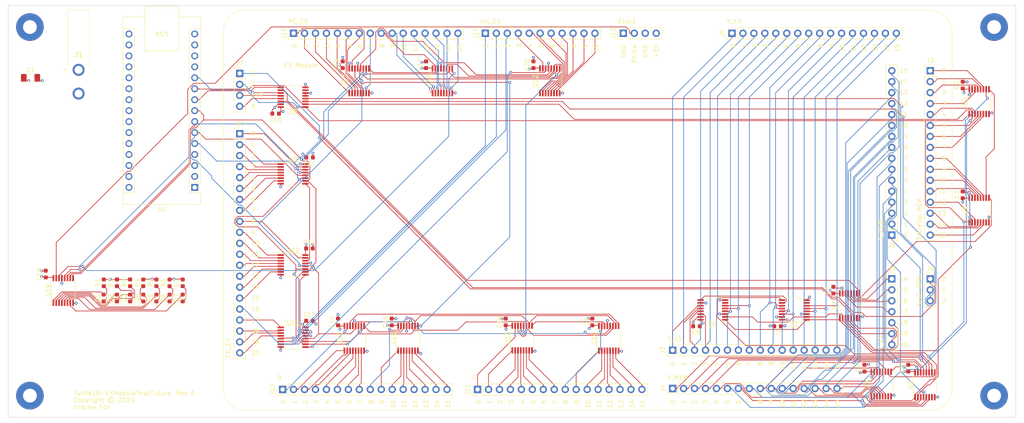
<source format=kicad_pcb>
(kicad_pcb (version 20221018) (generator pcbnew)
  (title_block (title "Turtle16: EXModuleTestFixture") (date "2023-03-25") (rev "A") (comment 4 "Test Fixutre for Turtle16's EXModule"))
  (layers (0 "F.Cu" signal) (1 "In1.Cu" power) (2 "In2.Cu" power) (31 "B.Cu" signal) (34 "B.Paste" user) (35 "F.Paste" user) (36 "B.SilkS" user "B.Silkscreen") (37 "F.SilkS" user "F.Silkscreen") (38 "B.Mask" user) (39 "F.Mask" user) (44 "Edge.Cuts" user))
  (net 0 "")
  (net 1 "VCC")
  (net 2 "GND")
  (net 5 "/Test Fixture Outputs/SI")
  (net 6 "/Test Fixture Outputs/RCLK")
  (net 7 "/Test Fixture Outputs/SCK")
  (net 8 "/Test Fixture Outputs/~{CLR}")
  (net 9 "/Test Fixture Inputs/SO")
  (net 10 "/Test Fixture Inputs/SCK")
  (net 11 "/Test Fixture Inputs/~{PL}")
  (net 28 "Net-(D1-K)")
  (net 29 "Net-(D1-A)")
  (net 30 "Net-(D2-K)")
  (net 31 "Net-(D2-A)")
  (net 32 "Net-(D3-K)")
  (net 33 "Net-(D3-A)")
  (net 34 "Net-(D4-K)")
  (net 35 "Net-(D4-A)")
  (net 36 "Net-(D5-K)")
  (net 37 "Net-(D5-A)")
  (net 38 "Net-(D6-K)")
  (net 39 "Net-(D6-A)")
  (net 40 "Net-(D7-K)")
  (net 41 "Net-(D7-A)")
  (net 42 "/EX Prototype Outputs/StoreOp_MEM0")
  (net 43 "/EX Prototype Outputs/StoreOp_MEM1")
  (net 44 "/EX Prototype Outputs/StoreOp_MEM2")
  (net 45 "/EX Prototype Outputs/StoreOp_MEM3")
  (net 46 "/EX Prototype Outputs/StoreOp_MEM4")
  (net 47 "/EX Prototype Outputs/StoreOp_MEM5")
  (net 48 "/EX Prototype Outputs/StoreOp_MEM6")
  (net 49 "/EX Prototype Outputs/StoreOp_MEM7")
  (net 50 "/EX Prototype Outputs/StoreOp_MEM8")
  (net 51 "/EX Prototype Outputs/StoreOp_MEM9")
  (net 52 "/EX Prototype Outputs/StoreOp_MEM10")
  (net 53 "/EX Prototype Outputs/StoreOp_MEM11")
  (net 54 "/EX Prototype Outputs/StoreOp_MEM12")
  (net 55 "/EX Prototype Outputs/StoreOp_MEM13")
  (net 56 "/EX Prototype Outputs/StoreOp_MEM14")
  (net 57 "/EX Prototype Outputs/StoreOp_MEM15")
  (net 58 "/EX Prototype Outputs/Y_EX0")
  (net 59 "/EX Prototype Outputs/Y_EX1")
  (net 60 "/EX Prototype Outputs/Y_EX2")
  (net 61 "/EX Prototype Outputs/Y_EX3")
  (net 62 "/EX Prototype Outputs/Y_EX4")
  (net 63 "/EX Prototype Outputs/Y_EX5")
  (net 64 "/EX Prototype Outputs/Y_EX6")
  (net 65 "/EX Prototype Outputs/Y_EX7")
  (net 66 "/EX Prototype Outputs/Y_EX8")
  (net 67 "/EX Prototype Outputs/Y_EX9")
  (net 68 "/EX Prototype Outputs/Y_EX10")
  (net 69 "/EX Prototype Outputs/Y_EX11")
  (net 70 "/EX Prototype Outputs/Y_EX12")
  (net 71 "/EX Prototype Outputs/Y_EX13")
  (net 72 "/EX Prototype Outputs/Y_EX14")
  (net 73 "/EX Prototype Outputs/Y_EX15")
  (net 74 "/EX Prototype Outputs/Y_MEM0")
  (net 75 "/EX Prototype Outputs/Y_MEM1")
  (net 76 "/EX Prototype Outputs/Y_MEM2")
  (net 77 "/EX Prototype Outputs/Y_MEM3")
  (net 78 "/EX Prototype Outputs/Y_MEM4")
  (net 79 "/EX Prototype Outputs/Y_MEM5")
  (net 80 "/EX Prototype Outputs/Y_MEM6")
  (net 81 "/EX Prototype Outputs/Y_MEM7")
  (net 82 "/EX Prototype Outputs/Y_MEM8")
  (net 83 "/EX Prototype Outputs/Y_MEM9")
  (net 84 "/EX Prototype Outputs/Y_MEM10")
  (net 85 "/EX Prototype Outputs/Y_MEM11")
  (net 86 "/EX Prototype Outputs/Y_MEM12")
  (net 87 "/EX Prototype Outputs/Y_MEM13")
  (net 88 "/EX Prototype Outputs/Y_MEM14")
  (net 89 "/EX Prototype Outputs/Y_MEM15")
  (net 90 "/EX Prototype Outputs/Carry")
  (net 91 "/EX Prototype Outputs/Z")
  (net 92 "/EX Prototype Outputs/OVF")
  (net 93 "/EX Prototype Outputs/N")
  (net 94 "/EX Prototype Outputs/SelC_MEM0")
  (net 95 "/EX Prototype Outputs/SelC_MEM1")
  (net 96 "/EX Prototype Outputs/SelC_MEM2")
  (net 97 "/EX Prototype Outputs/Ctl_MEM14")
  (net 98 "/EX Prototype Outputs/Ctl_MEM15")
  (net 99 "/EX Prototype Outputs/Ctl_MEM16")
  (net 100 "/EX Prototype Outputs/Ctl_MEM17")
  (net 101 "/EX Prototype Outputs/Ctl_MEM18")
  (net 102 "/EX Prototype Outputs/Ctl_MEM19")
  (net 103 "/EX Prototype Outputs/Ctl_MEM20")
  (net 104 "/EX Prototype Inputs/PC_EX0")
  (net 105 "/EX Prototype Inputs/PC_EX1")
  (net 106 "/EX Prototype Inputs/PC_EX2")
  (net 107 "/EX Prototype Inputs/PC_EX3")
  (net 108 "/EX Prototype Inputs/PC_EX4")
  (net 109 "/EX Prototype Inputs/PC_EX5")
  (net 110 "/EX Prototype Inputs/PC_EX6")
  (net 111 "/EX Prototype Inputs/PC_EX7")
  (net 112 "/EX Prototype Inputs/PC_EX8")
  (net 113 "/EX Prototype Inputs/PC_EX9")
  (net 114 "/EX Prototype Inputs/PC_EX10")
  (net 115 "/EX Prototype Inputs/PC_EX11")
  (net 116 "/EX Prototype Inputs/PC_EX12")
  (net 117 "/EX Prototype Inputs/PC_EX13")
  (net 118 "/EX Prototype Inputs/PC_EX14")
  (net 119 "/EX Prototype Inputs/PC_EX15")
  (net 120 "/EX Prototype Inputs/A0")
  (net 121 "/EX Prototype Inputs/A1")
  (net 122 "/EX Prototype Inputs/A2")
  (net 123 "/EX Prototype Inputs/A3")
  (net 124 "/EX Prototype Inputs/A4")
  (net 125 "/EX Prototype Inputs/A5")
  (net 126 "/EX Prototype Inputs/A6")
  (net 127 "/EX Prototype Inputs/A7")
  (net 128 "/EX Prototype Inputs/A8")
  (net 129 "/EX Prototype Inputs/A9")
  (net 130 "/EX Prototype Inputs/A10")
  (net 131 "/EX Prototype Inputs/A11")
  (net 132 "/EX Prototype Inputs/A12")
  (net 133 "/EX Prototype Inputs/A13")
  (net 134 "/EX Prototype Inputs/A14")
  (net 135 "/EX Prototype Inputs/A15")
  (net 136 "/EX Prototype Inputs/B0")
  (net 137 "/EX Prototype Inputs/B1")
  (net 138 "/EX Prototype Inputs/B2")
  (net 139 "/EX Prototype Inputs/B3")
  (net 140 "/EX Prototype Inputs/B4")
  (net 141 "/EX Prototype Inputs/B5")
  (net 142 "/EX Prototype Inputs/B6")
  (net 143 "/EX Prototype Inputs/B7")
  (net 144 "/EX Prototype Inputs/B8")
  (net 145 "/EX Prototype Inputs/B9")
  (net 146 "/EX Prototype Inputs/B10")
  (net 147 "/EX Prototype Inputs/B11")
  (net 148 "/EX Prototype Inputs/B12")
  (net 149 "/EX Prototype Inputs/B13")
  (net 150 "/EX Prototype Inputs/B14")
  (net 151 "/EX Prototype Inputs/B15")
  (net 152 "/EX Prototype Inputs/Phi1a")
  (net 153 "/EX Prototype Inputs/Ins_EX0")
  (net 154 "/EX Prototype Inputs/Ins_EX1")
  (net 155 "/EX Prototype Inputs/Ins_EX2")
  (net 156 "/EX Prototype Inputs/Ins_EX3")
  (net 157 "/EX Prototype Inputs/Ins_EX4")
  (net 158 "/EX Prototype Inputs/Ins_EX5")
  (net 159 "/EX Prototype Inputs/Ins_EX6")
  (net 160 "/EX Prototype Inputs/Ins_EX7")
  (net 161 "/EX Prototype Inputs/Ins_EX8")
  (net 162 "/EX Prototype Inputs/Ins_EX9")
  (net 163 "/EX Prototype Inputs/Ins_EX10")
  (net 164 "/EX Prototype Inputs/Ctl_EX0")
  (net 165 "/EX Prototype Inputs/Ctl_EX1")
  (net 166 "/EX Prototype Inputs/Ctl_EX2")
  (net 167 "/EX Prototype Inputs/Ctl_EX3")
  (net 168 "/EX Prototype Inputs/Ctl_EX4")
  (net 169 "/EX Prototype Inputs/Ctl_EX5")
  (net 170 "/EX Prototype Inputs/Ctl_EX6")
  (net 171 "/EX Prototype Inputs/Ctl_EX7")
  (net 172 "/EX Prototype Inputs/Ctl_EX8")
  (net 173 "/EX Prototype Inputs/Ctl_EX9")
  (net 174 "/EX Prototype Inputs/Ctl_EX10")
  (net 175 "/EX Prototype Inputs/Ctl_EX11")
  (net 176 "/EX Prototype Inputs/Ctl_EX12")
  (net 177 "/EX Prototype Inputs/Ctl_EX13")
  (net 178 "/EX Prototype Inputs/Ctl_EX14")
  (net 179 "/EX Prototype Inputs/Ctl_EX15")
  (net 180 "/EX Prototype Inputs/Ctl_EX16")
  (net 181 "/EX Prototype Inputs/Ctl_EX17")
  (net 182 "/EX Prototype Inputs/Ctl_EX18")
  (net 183 "/EX Prototype Inputs/Ctl_EX19")
  (net 184 "/EX Prototype Inputs/Ctl_EX20")
  (net 186 "Net-(U1-Q7)")
  (net 188 "Net-(U2-Q7)")
  (net 190 "Net-(U3-Q7)")
  (net 192 "Net-(U4-Q7)")
  (net 194 "Net-(U5-Q7)")
  (net 196 "Net-(U6-Q7)")
  (net 198 "Net-(U7-Q7)")
  (net 200 "Net-(U10-SER)")
  (net 201 "Net-(U10-QH')")
  (net 202 "Net-(U11-QH')")
  (net 203 "Net-(U12-QH')")
  (net 204 "Net-(U13-QH')")
  (net 205 "Net-(U14-QH')")
  (net 206 "Net-(U15-QH')")
  (net 207 "Net-(U16-QH')")
  (net 208 "Net-(U17-QH')")
  (net 209 "Net-(U18-QH')")
  (net 210 "/Test Fixture Outputs/SO")
  (footprint "Capacitor_SMD:C_0603_1608Metric" (layer "F.Cu") (at 198.8208 130.2231 180)
    (fp_text reference "C7")
    (fp_text value "0.1µF")
  )
  (footprint "Package_SO:TSSOP-16_4.4x5mm_P0.65mm" (layer "F.Cu") (at 245.5328 103.2991 90)
    (fp_text reference "U6")
    (fp_text value "74HC165")
  )
  (footprint "Capacitor_SMD:C_0603_1608Metric" (layer "F.Cu") (at 117.348 69.609 90)
    (fp_text reference "C17")
    (fp_text value "0.1µF")
  )
  (footprint "LED_SMD:LED_0603_1608Metric" (layer "F.Cu") (at 42.626 123.6725 90)
    (fp_text reference "D1")
    (fp_text value "Red")
  )
  (footprint "Package_SO:TSSOP-16_4.4x5mm_P0.65mm" (layer "F.Cu") (at 121.147 73.3375 90)
    (fp_text reference "U18")
    (fp_text value "74HC595")
  )
  (footprint "Capacitor_SMD:C_0603_1608Metric" (layer "F.Cu") (at 155.8818 129.2201 90)
    (fp_text reference "C9")
    (fp_text value "0.1µF")
  )
  (footprint "Package_SO:TSSOP-16_4.4x5mm_P0.65mm" (layer "F.Cu") (at 101.843 73.3375 90)
    (fp_text reference "U17")
    (fp_text value "74HC595")
  )
  (footprint "Capacitor_SMD:C_0603_1608Metric" (layer "F.Cu") (at 109.3998 129.2201 90)
    (fp_text reference "C15")
    (fp_text value "0.1µF")
  )
  (footprint "Capacitor_SMD:C_0603_1608Metric" (layer "F.Cu") (at 98.044 69.609 90)
    (fp_text reference "C19")
    (fp_text value "0.1µF")
  )
  (footprint "Capacitor_SMD:C_0603_1608Metric" (layer "F.Cu") (at 218.948 139.937 90)
    (fp_text reference "C5")
    (fp_text value "0.1µF")
  )
  (footprint "LED_SMD:LED_0603_1608Metric" (layer "F.Cu") (at 45.72 123.6725 90)
    (fp_text reference "D2")
    (fp_text value "Red")
  )
  (footprint "MountingHole:MountingHole_3.2mm_M3_Pad" (layer "F.Cu") (at 249 60.88)
    (fp_text reference "H3" hide)
    (fp_text value "MountingHole_Pad")
  )
  (footprint "Connector_Molex:172448-0002" (layer "F.Cu") (at 36.83 70.796 180)
    (fp_text reference "J1")
    (fp_text value "Power" hide)
  )
  (footprint "Capacitor_SMD:C_0603_1608Metric" (layer "F.Cu") (at 180.0248 130.2231 180)
    (fp_text reference "C8")
    (fp_text value "0.1µF")
  )
  (footprint "Connector_PinHeader_2.54mm:PinHeader_1x16_P2.54mm_Vertical" (layer "F.Cu") (at 234.1878 70.989)
    (fp_text reference locked "J2")
    (fp_text value "StoreOp_MEM")
  )
  (footprint "Package_SO:TSSOP-16_4.4x5mm_P0.65mm" (layer "F.Cu") (at 215.5308 125.4656 90)
    (fp_text reference "U7")
    (fp_text value "74HC165")
  )
  (footprint "Capacitor_SMD:C_0603_1608Metric" (layer "F.Cu") (at 42.672 120.155 90)
    (fp_text reference "R1")
    (fp_text value "270R")
  )
  (footprint "Capacitor_SMD:C_0603_1608Metric" (layer "F.Cu") (at 54.864 120.155 90)
    (fp_text reference "R5")
    (fp_text value "270R")
  )
  (footprint "Connector_PinHeader_2.54mm:PinHeader_1x04_P2.54mm_Vertical" (layer "F.Cu") (at 74.1678 71.634)
    (fp_text reference locked "J7")
    (fp_text value "Flags")
  )
  (footprint "LED_SMD:LED_0603_1608Metric" (layer "F.Cu") (at 48.768 123.6725 90)
    (fp_text reference "D3")
    (fp_text value "Red")
  )
  (footprint "Capacitor_SMD:C_0603_1608Metric" (layer "F.Cu") (at 96.9538 129.2201 90)
    (fp_text reference "C14")
    (fp_text value "0.1µF")
  )
  (footprint "Package_SO:TSSOP-16_4.4x5mm_P0.65mm" (layer "F.Cu") (at 86.5398 94.9171)
    (fp_text reference "U9")
    (fp_text value "74HC595")
  )
  (footprint "Capacitor_SMD:C_0603_1608Metric" (layer "F.Cu") (at 60.96 120.155 90)
    (fp_text reference "R7")
    (fp_text value "270R")
  )
  (footprint "Capacitor_SMD:C_0603_1608Metric" (layer "F.Cu") (at 90.3368 112.1891)
    (fp_text reference "C12")
    (fp_text value "0.1µF")
  )
  (footprint "Module:Arduino_Nano" (layer "F.Cu") (at 63.744 98.04 180)
    (fp_text reference "A1")
    (fp_text value "Arduino_Nano_Every")
  )
  (footprint "Capacitor_SMD:C_0603_1608Metric" (layer "F.Cu") (at 241.7338 99.7561 90)
    (fp_text reference "C3")
    (fp_text value "0.1µF")
  )
  (footprint "LED_SMD:LED_0603_1608Metric" (layer "F.Cu") (at 51.816 123.6725 90)
    (fp_text reference "D4")
    (fp_text value "Red")
  )
  (footprint "Package_SO:TSSOP-16_4.4x5mm_P0.65mm" (layer "F.Cu") (at 183.8218 126.4241 180)
    (fp_text reference "U1")
    (fp_text value "74HC165")
  )
  (footprint "Package_SO:TSSOP-16_4.4x5mm_P0.65mm" (layer "F.Cu") (at 202.6863 126.4351 180)
    (fp_text reference "U2")
    (fp_text value "74HC165")
  )
  (footprint "Package_SO:TSSOP-16_4.4x5mm_P0.65mm" (layer "F.Cu") (at 113.1688 133.0171 90)
    (fp_text reference "U16")
    (fp_text value "74HC595")
  )
  (footprint "Package_SO:TSSOP-16_4.4x5mm_P0.65mm" (layer "F.Cu") (at 86.5398 115.9991)
    (fp_text reference "U10")
    (fp_text value "74HC595")
  )
  (footprint "Capacitor_SMD:C_0603_1608Metric" (layer "F.Cu") (at 51.816 120.155 90)
    (fp_text reference "R4")
    (fp_text value "270R")
  )
  (footprint "Capacitor_SMD:C_1206_3216Metric_Pad1.33x1.80mm_HandSolder" (layer "F.Cu") (at 25.6925 72.64)
    (fp_text reference "C1")
    (fp_text value "100µF")
  )
  (footprint "Connector_PinHeader_2.54mm:PinHeader_1x16_P2.54mm_Vertical" (layer "F.Cu") (at 174.4978 135.759 90)
    (fp_text reference "J3")
    (fp_text value "Y_EX")
  )
  (footprint "Package_SO:TSSOP-16_4.4x5mm_P0.65mm" (layer "F.Cu") (at 33.274 121.92 90)
    (fp_text reference "U19")
    (fp_text value "74HC595")
  )
  (footprint "Connector_PinHeader_2.54mm:PinHeader_1x21_P2.54mm_Vertical" (layer "F.Cu") (at 74.1678 85.594)
    (fp_text reference "J15")
    (fp_text value "Ctl_EX")
  )
  (footprint "Capacitor_SMD:C_0603_1608Metric" (layer "F.Cu") (at 57.912 120.155 90)
    (fp_text reference "R6")
    (fp_text value "270R")
  )
  (footprint "Connector_PinHeader_2.54mm:PinHeader_1x16_P2.54mm_Vertical" (layer "F.Cu") (at 129.2858 144.867 90)
    (fp_text reference "J11")
    (fp_text value "A")
  )
  (footprint "Connector_PinHeader_2.54mm:PinHeader_1x16_P2.54mm_Vertical" (layer "F.Cu") (at 174.4978 144.649 90)
    (fp_text reference "J4")
    (fp_text value "Y_MEM")
  )
  (footprint "Capacitor_SMD:C_0603_1608Metric" (layer "F.Cu") (at 82.4888 80.9471 180)
    (fp_text reference "C10")
    (fp_text value "0.1µF")
  )
  (footprint "Package_SO:TSSOP-16_4.4x5mm_P0.65mm" (layer "F.Cu") (at 222.84 143.617 90)
    (fp_text reference "U4")
    (fp_text value "74HC165")
  )
  (footprint "Package_SO:TSSOP-16_4.4x5mm_P0.65mm" (layer "F.Cu") (at 232.959 143.8025 90)
    (fp_text reference "U3")
    (fp_text value "74HC165")
  )
  (footprint "Connector_PinHeader_2.54mm:PinHeader_1x11_P2.54mm_Vertical" (layer "F.Cu") (at 131.0998 62.317 90)
    (fp_text reference "J14")
    (fp_text value "Ins_EX")
  )
  (footprint "Connector_PinHeader_2.54mm:PinHeader_1x16_P2.54mm_Vertical" (layer "F.Cu") (at 84.1098 144.867 90)
    (fp_text reference "J12")
    (fp_text value "B")
  )
  (footprint "Capacitor_SMD:C_0603_1608Metric" (layer "F.Cu") (at 45.72 120.155 90)
    (fp_text reference "R2")
    (fp_text value "270R")
  )
  (footprint "Connector_PinHeader_2.54mm:PinHeader_1x04_P2.54mm_Vertical" (layer "F.Cu") (at 163.0778 62.317 90)
    (fp_text reference "J13")
    (fp_text value "Clock")
  )
  (footprint "Connector_PinHeader_2.54mm:PinHeader_1x03_P2.54mm_Vertical" (layer "F.Cu") (at 234.1878 119.249)
    (fp_text reference "J8")
    (fp_text value "SelC_MEM")
  )
  (footprint "Capacitor_SMD:C_0603_1608Metric" (layer "F.Cu") (at 229.108 139.937 90)
    (fp_text reference "C6")
    (fp_text value "0.1µF")
  )
  (footprint "Capacitor_SMD:C_0603_1608Metric" (layer "F.Cu") (at 135.8158 129.2201 90)
    (fp_text reference "C16")
    (fp_text value "0.1µF")
  )
  (footprint "LED_SMD:LED_0603_1608Metric" (layer "F.Cu") (at 57.912 123.6725 90)
    (fp_text reference "D6")
    (fp_text value "Red")
  )
  (footprint "MountingHole:MountingHole_3.2mm_M3_Pad" (layer "F.Cu") (at 25.55 60.88)
    (fp_text reference "H1" hide)
    (fp_text value "MountingHole_Pad")
  )
  (footprint "Connector_PinHeader_2.54mm:PinHeader_1x07_P2.54mm_Vertical" (layer "F.Cu") (at 225.2978 119.244)
    (fp_text reference "J9")
    (fp_text value "Y_EX")
  )
  (footprint "MountingHole:MountingHole_3.2mm_M3_Pad" (layer "F.Cu") (at 25.55 146.3)
    (fp_text reference "H4" hide)
    (fp_text value "MountingHole_Pad")
  )
  (footprint "Package_SO:TSSOP-16_4.4x5mm_P0.65mm" (layer "F.Cu") (at 146.039 73.3375 90)
    (fp_text reference "U12")
    (fp_text value "74HC595")
  )
  (footprint "Capacitor_SMD:C_0603_1608Metric" (layer "F.Cu") (at 48.768 120.155 90)
    (fp_text reference "R3")
    (fp_text value "270R")
  )
  (footprint "Package_SO:TSSOP-16_4.4x5mm_P0.65mm" (layer "F.Cu") (at 139.6258 132.9486 90)
    (fp_text reference "U13")
    (fp_text value "74HC595")
  )
  (footprint "Capacitor_SMD:C_0603_1608Metric" (layer "F.Cu") (at 211.7618 121.8541 90)
    (fp_text reference "C4")
    (fp_text value "0.1µF")
  )
  (footprint "LED_SMD:LED_0603_1608Metric" (layer "F.Cu") (at 54.864 123.6725 90)
    (fp_text reference "D5")
    (fp_text value "Red")
  )
  (footprint "LED_SMD:LED_0603_1608Metric" (layer "F.Cu") (at 60.96 123.6725 90)
    (fp_text reference "D7")
    (fp_text value "Red")
  )
  (footprint "Capacitor_SMD:C_0603_1608Metric" (layer "F.Cu") (at 29.21 118.123 90)
    (fp_text reference "C18")
    (fp_text value "0.1µF")
  )
  (footprint "MountingHole:MountingHole_3.2mm_M3_Pad" (layer "F.Cu") (at 249 146.3)
    (fp_text reference "H2" hide)
    (fp_text value "MountingHole_Pad")
  )
  (footprint "Capacitor_SMD:C_0603_1608Metric" (layer "F.Cu") (at 241.7338 74.3301 90)
    (fp_text reference "C2")
    (fp_text value "0.1µF")
  )
  (footprint "Connector_PinHeader_2.54mm:PinHeader_1x16_P2.54mm_Vertical" (layer "F.Cu") (at 86.6498 62.317 90)
    (fp_text reference "J10")
    (fp_text value "PC_EX")
  )
  (footprint "Package_SO:TSSOP-16_4.4x5mm_P0.65mm" (layer "F.Cu") (at 86.5398 77.1371 180)
    (fp_text reference "U8")
    (fp_text value "74HC165")
  )
  (footprint "Capacitor_SMD:C_0603_1608Metric" (layer "F.Cu") (at 90.3368 128.9531)
    (fp_text reference "C13")
    (fp_text value "0.1µF")
  )
  (footprint "Package_SO:TSSOP-16_4.4x5mm_P0.65mm" (layer "F.Cu") (at 100.7228 133.0171 90)
    (fp_text reference "U15")
    (fp_text value "74HC595")
  )
  (footprint "Package_SO:TSSOP-16_4.4x5mm_P0.65mm" (layer "F.Cu") (at 159.6918 133.0171 90)
    (fp_text reference "U14")
    (fp_text value "74HC595")
  )
  (footprint "Connector_PinHeader_2.54mm:PinHeader_1x16_P2.54mm_Vertical" (layer "F.Cu") (at 225.2978 109.089 180)
    (fp_text reference "J6")
    (fp_text value "Y_MEM")
  )
  (footprint "Capacitor_SMD:C_0603_1608Metric" (layer "F.Cu") (at 142.24 69.609 90)
    (fp_text reference "C20")
    (fp_text value "0.1µF")
  )
  (footprint "Connector_PinHeader_2.54mm:PinHeader_1x16_P2.54mm_Vertical" (layer "F.Cu") (at 188.2498 62.317 90)
    (fp_text reference "J5")
    (fp_text value "Y_EX")
  )
  (footprint "Package_SO:TSSOP-16_4.4x5mm_P0.65mm" (layer "F.Cu") (at 86.5398 132.7631)
    (fp_text reference "U11")
    (fp_text value "74HC595")
  )
  (footprint "Package_SO:TSSOP-16_4.4x5mm_P0.65mm" (layer "F.Cu") (at 245.5328 78.1531 90)
    (fp_text reference "U5")
    (fp_text value "74HC165")
  )
  (footprint "Capacitor_SMD:C_0603_1608Metric" (layer "F.Cu") (at 90.3628 91.1071 180)
    (fp_text reference "C11")
    (fp_text value "0.1µF")
  )
  (gr_arc locked (start 234.188 57.019) (mid 237.780098 58.5069) (end 239.268 62.099) (stroke (width 0.1)) (layer "F.SilkS"))
  (gr_line locked (start 234.188 57.019) (end 75.438 57.019) (stroke (width 0.1)) (layer "F.SilkS"))
  (gr_arc locked (start 70.358 62.099) (mid 71.845899 58.506902) (end 75.438 57.019) (stroke (width 0.1)) (layer "F.SilkS"))
  (gr_line locked (start 70.358 62.099) (end 70.358 144.649) (stroke (width 0.1)) (layer "F.SilkS"))
  (gr_line locked (start 75.438 149.729) (end 234.188 149.729) (stroke (width 0.1)) (layer "F.SilkS"))
  (gr_line locked (start 239.268 144.649) (end 239.268 62.099) (stroke (width 0.1)) (layer "F.SilkS"))
  (gr_arc locked (start 75.438 149.729) (mid 71.845893 148.241105) (end 70.358 144.649) (stroke (width 0.1)) (layer "F.SilkS"))
  (gr_arc locked (start 239.268 144.649) (mid 237.780104 148.241107) (end 234.188 149.729) (stroke (width 0.1)) (layer "F.SilkS"))
  (gr_line (start 20.55 151.3) (end 20.55 55.88) (stroke (width 0.1)) (layer "Edge.Cuts"))
  (gr_line (start 254 151.3) (end 20.55 151.3) (stroke (width 0.1)) (layer "Edge.Cuts"))
  (gr_line (start 254 55.88) (end 254 151.3) (stroke (width 0.1)) (layer "Edge.Cuts"))
  (gr_line (start 20.55 55.88) (end 254 55.88) (stroke (width 0.1)) (layer "Edge.Cuts"))
  (gr_text locked "12" (at 76.708 116.074) (layer "F.SilkS") (effects (font (size 1 1)) (justify left)))
  (gr_text "15" (at 167.6035 147.189 90) (layer "F.SilkS") (effects (font (size 1 1)) (justify right)))
  (gr_text locked "6" (at 102.108 64.639 90) (layer "F.SilkS") (effects (font (size 1 1)) (justify right)))
  (gr_text locked "15" (at 226.568 64.639 90) (layer "F.SilkS") (effects (font (size 1 1)) (justify right)))
  (gr_text "4" (at 184.658 147.189 90) (layer "F.SilkS") (effects (font (size 1 1)) (justify right)))
  (gr_text locked "GND" (at 168.148 64.856898 90) (layer "F.SilkS") (effects (font (size 1 1)) (justify right)))
  (gr_text locked "3" (at 94.488 64.639 90) (layer "F.SilkS") (effects (font (size 1 1)) (justify right)))
  (gr_text locked "1" (at 191.008 64.639 90) (layer "F.SilkS") (effects (font (size 1 1)) (justify right)))
  (gr_text "0" (at 174.498 147.189 90) (layer "F.SilkS") (effects (font (size 1 1)) (justify right)))
  (gr_text locked "15" (at 229.108 121.789) (layer "F.SilkS") (effects (font (size 1 1)) (justify right)))
  (gr_text "7" (at 147.2835 147.189 90) (layer "F.SilkS") (effects (font (size 1 1)) (justify right)))
  (gr_text locked "12" (at 218.948 64.639 90) (layer "F.SilkS") (effects (font (size 1 1)) (justify right)))
  (gr_text locked "13" (at 237.998 104.009) (layer "F.SilkS") (effects (font (size 1 1)) (justify right)))
  (gr_text locked "13" (at 229.108 76.069) (layer "F.SilkS") (effects (font (size 1 1)) (justify right)))
  (gr_text locked "10" (at 229.108 83.689) (layer "F.SilkS") (effects (font (size 1 1)) (justify right)))
  (gr_text locked "0" (at 237.998 70.989) (layer "F.SilkS") (effects (font (size 1 1)) (justify right)))
  (gr_text locked "10" (at 112.268 64.639 90) (layer "F.SilkS") (effects (font (size 1 1)) (justify right)))
  (gr_text "1" (at 132.0435 147.189 90) (layer "F.SilkS") (effects (font (size 1 1)) (justify right)))
  (gr_text "13" (at 162.5235 147.189 90) (layer "F.SilkS") (effects (font (size 1 1)) (justify right)))
  (gr_text "12" (at 159.9835 147.189 90) (layer "F.SilkS") (effects (font (size 1 1)) (justify right)))
  (gr_text locked "7" (at 102.108 147.189 90) (layer "F.SilkS") (effects (font (size 1 1)) (justify right)))
  (gr_text locked "1" (at 76.708 88.134) (layer "F.SilkS") (effects (font (size 1 1)) (justify left)))
  (gr_text locked "8" (at 229.108 88.769) (layer "F.SilkS") (effects (font (size 1 1)) (justify right)))
  (gr_text locked "17" (at 76.708 128.774) (layer "F.SilkS") (effects (font (size 1 1)) (justify left)))
  (gr_text locked "1" (at 237.998 73.529) (layer "F.SilkS") (effects (font (size 1 1)) (justify right)))
  (gr_text locked "8" (at 107.188 64.639 90) (layer "F.SilkS") (effects (font (size 1 1)) (justify right)))
  (gr_text locked "10" (at 109.728 147.189 90) (layer "F.SilkS") (effects (font (size 1 1)) (justify right)))
  (gr_text locked "16" (at 229.108 124.329) (layer "F.SilkS") (effects (font (size 1 1)) (justify right)))
  (gr_text locked "9" (at 107.188 147.189 90) (layer "F.SilkS") (effects (font (size 1 1)) (justify right)))
  (gr_text locked "13" (at 117.348 147.189 90) (layer "F.SilkS") (effects (font (size 1 1)) (justify right)))
  (gr_text locked "18" (at 76.708 131.314) (layer "F.SilkS") (effects (font (size 1 1)) (justify left)))
  (gr_text locked "6" (at 237.998 86.229) (layer "F.SilkS") (effects (font (size 1 1)) (justify right)))
  (gr_text locked "1" (at 133.858 64.639 90) (layer "F.SilkS") (effects (font (size 1 1)) (justify right)))
  (gr_text locked "6" (at 99.568 147.189 90) (layer "F.SilkS") (effects (font (size 1 1)) (justify right)))
  (gr_text locked "4" (at 141.478 64.639 90) (layer "F.SilkS") (effects (font (size 1 1)) (justify right)))
  (gr_text locked "14" (at 229.108 119.249) (layer "F.SilkS") (effects (font (size 1 1)) (justify right)))
  (gr_text locked "8" (at 104.648 147.189 90) (layer "F.SilkS") (effects (font (size 1 1)) (justify right)))
  (gr_text "4" (at 139.6635 147.189 90) (layer "F.SilkS") (effects (font (size 1 1)) (justify right)))
  (gr_text locked "7" (at 104.648 64.639 90) (layer "F.SilkS") (effects (font (size 1 1)) (justify right)))
  (gr_text locked "3" (at 76.708 93.214) (layer "F.SilkS") (effects (font (size 1 1)) (justify left)))
  (gr_text locked "8" (at 237.998 91.309) (layer "F.SilkS") (effects (font (size 1 1)) (justify right)))
  (gr_text locked "7" (at 206.248 64.639 90) (layer "F.SilkS") (effects (font (size 1 1)) (justify right)))
  (gr_text locked "3" (at 237.998 78.609) (layer "F.SilkS") (effects (font (size 1 1)) (justify right)))
  (gr_text locked "19" (at 229.108 131.949) (layer "F.SilkS") (effects (font (size 1 1)) (justify right)))
  (gr_text locked "13" (at 207.518 138.299 90) (layer "F.SilkS") (effects (font (size 1 1)) (justify right)))
  (gr_text locked "1" (at 89.408 64.639 90) (layer "F.SilkS") (effects (font (size 1 1)) (justify right)))
  (gr_text locked "3" (at 182.118 138.299 90) (layer "F.SilkS") (effects (font (size 1 1)) (justify right)))
  (gr_text "9" (at 152.3635 147.189 90) (layer "F.SilkS") (effects (font (size 1 1)) (justify right)))
  (gr_text locked "15" (at 124.968 64.639 90) (layer "F.SilkS") (effects (font (size 1 1)) (justify right)))
  (gr_text locked "Z" (at 76.708 74.164) (layer "F.SilkS") (effects (font (size 1 1)) (justify left)))
  (gr_text "6" (at 189.738 147.189 90) (layer "F.SilkS") (effects (font (size 1 1)) (justify right)))
  (gr_text locked "7" (at 237.998 88.769) (layer "F.SilkS") (effects (font (size 1 1)) (justify right)))
  (gr_text locked "12" (at 229.108 78.609) (layer "F.SilkS") (effects (font (size 1 1)) (justify right)))
  (gr_text locked "4" (at 97.028 64.639 90) (layer "F.SilkS") (effects (font (size 1 1)) (justify right)))
  (gr_text locked "7" (at 229.108 91.309) (layer "F.SilkS") (effects (font (size 1 1)) (justify right)))
  (gr_text locked "4" (at 237.998 81.149) (layer "F.SilkS") (effects (font (size 1 1)) (justify right)))
  (gr_text "13" (at 207.518 147.189 90) (layer "F.SilkS") (effects (font (size 1 1)) (justify right)))
  (gr_text locked "13" (at 76.708 118.614) (layer "F.SilkS") (effects (font (size 1 1)) (justify left)))
  (gr_text locked "2" (at 91.948 64.639 90) (layer "F.SilkS") (effects (font (size 1 1)) (justify right)))
  (gr_text locked "2" (at 136.398 64.639 90) (layer "F.SilkS") (effects (font (size 1 1)) (justify right)))
  (gr_text locked "12" (at 237.998 101.469) (layer "F.SilkS") (effects (font (size 1 1)) (justify right)))
  (gr_text "5" (at 187.198 147.189 90) (layer "F.SilkS") (effects (font (size 1 1)) (justify right)))
  (gr_text locked "14" (at 210.058 138.299 90) (layer "F.SilkS") (effects (font (size 1 1)) (justify right)))
  (gr_text locked "0" (at 86.868 64.639 90) (layer "F.SilkS") (effects (font (size 1 1)) (justify right)))
  (gr_text locked "11" (at 237.998 98.929) (layer "F.SilkS") (effects (font (size 1 1)) (justify right)))
  (gr_text locked "5" (at 237.998 83.689) (layer "F.SilkS") (effects (font (size 1 1)) (justify right)))
  (gr_text locked "9" (at 76.708 108.454) (layer "F.SilkS") (effects (font (size 1 1)) (justify left)))
  (gr_text locked "17" (at 229.108 126.869) (layer "F.SilkS") (effects (font (size 1 1)) (justify right)))
  (gr_text locked "15" (at 122.428 147.189 90) (layer "F.SilkS") (effects (font (size 1 1)) (justify right)))
  (gr_text locked "4" (at 94.488 147.189 90) (layer "F.SilkS") (effects (font (size 1 1)) (justify right)))
  (gr_text locked "2" (at 89.408 147.189 90) (layer "F.SilkS") (effects (font (size 1 1)) (justify right)))
  (gr_text locked "0" (at 229.108 109.089) (layer "F.SilkS") (effects (font (size 1 1)) (justify right)))
  (gr_text locked "GND" (at 163.068 64.856898 90) (layer "F.SilkS") (effects (font (size 1 1)) (justify right)))
  (gr_text locked "0" (at 76.708 85.594) (layer "F.SilkS") (effects (font (size 1 1)) (justify left)))
  (gr_text "6" (at 144.7435 147.189 90) (layer "F.SilkS") (effects (font (size 1 1)) (justify right)))
  (gr_text locked "5" (at 229.108 96.389) (layer "F.SilkS") (effects (font (size 1 1)) (justify right)))
  (gr_text "12" (at 204.978 147.189 90) (layer "F.SilkS") (effects (font (size 1 1)) (justify right)))
  (gr_text "1" (at 177.038 147.189 90) (layer "F.SilkS") (effects (font (size 1 1)) (justify right)))
  (gr_text "3" (at 137.1235 147.189 90) (layer "F.SilkS") (effects (font (size 1 1)) (justify right)))
  (gr_text locked "15" (at 76.708 123.694) (layer "F.SilkS") (effects (font (size 1 1)) (justify left)))
  (gr_text locked "8" (at 208.788 64.639 90) (layer "F.SilkS") (effects (font (size 1 1)) (justify right)))
  (gr_text locked "15" (at 229.108 70.989) (layer "F.SilkS") (effects (font (size 1 1)) (justify right)))
  (gr_text locked "5" (at 201.168 64.639 90) (layer "F.SilkS") (effects (font (size 1 1)) (justify right)))
  (gr_text locked "10" (at 213.868 64.639 90) (layer "F.SilkS") (effects (font (size 1 1)) (justify right)))
  (gr_text locked "14" (at 76.708 121.154) (layer "F.SilkS") (effects (font (size 1 1)) (justify left)))
  (gr_text locked "4" (at 76.708 95.754) (layer "F.SilkS") (effects (font (size 1 1)) (justify left)))
  (gr_text locked "18" (at 229.108 129.409) (layer "F.SilkS") (effects (font (size 1 1)) (justify right)))
  (gr_text locked "11" (at 114.808 64.639 90) (layer "F.SilkS") (effects (font (size 1 1)) (justify right)))
  (gr_text "5" (at 142.2035 147.189 90) (layer "F.SilkS") (effects (font (size 1 1)) (justify right)))
  (gr_text locked "10" (at 76.708 110.994) (layer "F.SilkS") (effects (font (size 1 1)) (justify left)))
  (gr_text locked "7" (at 149.098 64.639 90) (layer "F.SilkS") (effects (font (size 1 1)) (justify right)))
  (gr_text "11" (at 202.438 147.189 90) (layer "F.SilkS") (effects (font (size 1 1)) (justify right)))
  (gr_text locked "6" (at 76.708 100.834) (layer "F.SilkS") (effects (font (size 1 1)) (justify left)))
  (gr_text locked "12" (at 117.348 64.639 90) (layer "F.SilkS") (effects (font (size 1 1)) (justify right)))
  (gr_text "11" (at 157.4435 147.189 90) (layer "F.SilkS") (effects (font (size 1 1)) (justify right)))
  (gr_text locked "14" (at 237.998 106.549) (layer "F.SilkS") (effects (font (size 1 1)) (justify right)))
  (gr_text "8" (at 149.8235 147.189 90) (layer "F.SilkS") (effects (font (size 1 1)) (justify right)))
  (gr_text locked "14" (at 224.028 64.639 90) (layer "F.SilkS") (effects (font (size 1 1)) (justify right)))
  (gr_text locked "11" (at 76.708 113.534) (layer "F.SilkS") (effects (font (size 1 1)) (justify left)))
  (gr_text locked "6" (at 146.558 64.639 90) (layer "F.SilkS") (effects (font (size 1 1)) (justify right)))
  (gr_text locked "1" (at 229.108 106.549) (layer "F.SilkS") (effects (font (size 1 1)) (justify right)))
  (gr_text "8" (at 194.818 147.189 90) (layer "F.SilkS") (effects (font (size 1 1)) (justify right)))
  (gr_text locked "0" (at 174.498 138.299 90) (layer "F.SilkS") (effects (font (size 1 1)) (justify right)))
  (gr_text locked "16" (at 76.708 126.234) (layer "F.SilkS") (effects (font (size 1 1)) (justify left)))
  (gr_text locked "5" (at 99.568 64.639 90) (layer "F.SilkS") (effects (font (size 1 1)) (justify right)))
  (gr_text locked "0" (at 237.998 119.249) (layer "F.SilkS") (effects (font (size 1 1)) (justify right)))
  (gr_text locked "14" (at 229.108 73.529) (layer "F.SilkS") (effects (font (size 1 1)) (justify right)))
  (gr_text locked "11" (at 112.268 147.189 90) (layer "F.SilkS") (effects (font (size 1 1)) (justify right)))
  (gr_text locked "OVF" (at 76.708 76.704) (layer "F.SilkS") (effects (font (size 1 1)) (justify left)))
  (gr_text "10" (at 199.898 147.189 90) (layer "F.SilkS") (effects (font (size 1 1)) (justify right)))
  (gr_text "2" (at 179.578 147.189 90) (layer "F.SilkS") (effects (font (size 1 1)) (justify right)))
  (gr_text locked "1" (at 237.998 121.789) (layer "F.SilkS") (effects (font (size 1 1)) (justify right)))
  (gr_text "7" (at 192.278 147.189 90) (layer "F.SilkS") (effects (font (size 1 1)) (justify right)))
  (gr_text locked "10" (at 199.898 138.299 90) (layer "F.SilkS") (effects (font (size 1 1)) (justify right)))
  (gr_text "9" (at 197.358 147.189 90) (layer "F.SilkS") (effects (font (size 1 1)) (justify right)))
  (gr_text locked "15" (at 212.598 138.299 90) (layer "F.SilkS") (effects (font (size 1 1)) (justify right)))
  (gr_text locked "5" (at 144.018 64.639 90) (layer "F.SilkS") (effects (font (size 1 1)) (justify right)))
  (gr_text locked "4" (at 229.108 98.929) (layer "F.SilkS") (effects (font (size 1 1)) (justify right)))
  (gr_text locked "2" (at 193.548 64.639 90) (layer "F.SilkS") (effects (font (size 1 1)) (justify right)))
  (gr_text locked "2" (at 237.998 124.329) (layer "F.SilkS") (effects (font (size 1 1)) (justify right)))
  (gr_text locked "+5V" (at 170.688 64.856898 90) (layer "F.SilkS") (effects (font (size 1 1)) (justify right)))
  (gr_text locked "N" (at 76.708 79.244) (layer "F.SilkS") (effects (font (size 1 1)) (justify left)))
  (gr_text "Turtle16: EXModuleTestFixture, Rev A\nCopyright © 2023\nAndrew Fox" (at 35.56 147.32) (layer "F.SilkS") (effects (font (size 1 1)) (justify left)))
  (gr_text locked "4" (at 184.658 138.299 90) (layer "F.SilkS") (effects (font (size 1 1)) (justify right)))
  (gr_text locked "0" (at 188.468 64.639 90) (layer "F.SilkS") (effects (font (size 1 1)) (justify right)))
  (gr_text locked "1" (at 86.868 147.189 90) (layer "F.SilkS") (effects (font (size 1 1)) (justify right)))
  (gr_text locked "2" (at 179.578 138.299 90) (layer "F.SilkS") (effects (font (size 1 1)) (justify right)))
  (gr_text locked "4" (at 198.628 64.639 90) (layer "F.SilkS") (effects (font (size 1 1)) (justify right)))
  (gr_text locked "C" (at 76.708 71.624) (layer "F.SilkS") (effects (font (size 1 1)) (justify left)))
  (gr_text locked "6" (at 189.738 138.299 90) (layer "F.SilkS") (effects (font (size 1 1)) (justify right)))
  (gr_text locked "14" (at 122.428 64.639 90) (layer "F.SilkS") (effects (font (size 1 1)) (justify right)))
  (gr_text locked "6" (at 203.708 64.639 90) (layer "F.SilkS") (effects (font (size 1 1)) (justify right)))
  (gr_text locked "9" (at 211.328 64.639 90) (layer "F.SilkS") (effects (font (size 1 1)) (justify right)))
  (gr_text locked "7" (at 192.278 138.299 90) (layer "F.SilkS") (effects (font (size 1 1)) (justify right)))
  (gr_text "2" (at 134.5835 147.189 90) (layer "F.SilkS") (effects (font (size 1 1)) (justify right)))
  (gr_text locked "2" (at 237.998 76.069) (layer "F.SilkS") (effects (font (size 1 1)) (justify right)))
  (gr_text "14" (at 210.058 147.189 90) (layer "F.SilkS") (effects (font (size 1 1)) (justify right)))
  (gr_text "15" (at 212.598 147.189 90) (layer "F.SilkS") (effects (font (size 1 1)) (justify right)))
  (gr_text locked "11" (at 202.438 138.299 90) (layer "F.SilkS") (effects (font (size 1 1)) (justify right)))
  (gr_text locked "14" (at 119.888 147.189 90) (layer "F.SilkS") (effects (font (size 1 1)) (justify right)))
  (gr_text locked "7" (at 76.708 103.374) (layer "F.SilkS") (effects (font (size 1 1)) (justify left)))
  (gr_text locked "2" (at 229.108 104.009) (layer "F.SilkS") (effects (font (size 1 1)) (justify right)))
  (gr_text locked "10" (at 156.718 64.639 90) (layer "F.SilkS") (effects (font (size 1 1)) (justify right)))
  (gr_text locked "13" (at 119.888 64.639 90) (layer "F.SilkS") (effects (font (size 1 1)) (justify right)))
  (gr_text locked "6" (at 229.108 93.849) (layer "F.SilkS") (effects (font (size 1 1)) (justify right)))
  (gr_text locked "8" (at 151.638 64.639 90) (layer "F.SilkS") (effects (font (size 1 1)) (justify right)))
  (gr_text locked "8" (at 76.708 105.914) (layer "F.SilkS") (effects (font (size 1 1)) (justify left)))
  (gr_text locked "3" (at 229.108 101.469) (layer "F.SilkS") (effects (font (size 1 1)) (justify right)))
  (gr_text locked "5" (at 187.198 138.299 90) (layer "F.SilkS") (effects (font (size 1 1)) (justify right)))
  (gr_text "EX Module" (at 84.328 69.719) (layer "F.SilkS") (effects (font (size 1 1)) (justify left)))
  (gr_text locked "1" (at 177.038 138.299 90) (layer "F.SilkS") (effects (font (size 1 1)) (justify right)))
  (gr_text locked "13" (at 221.488 64.639 90) (layer "F.SilkS") (effects (font (size 1 1)) (justify right)))
  (gr_text locked "9" (at 197.358 138.299 90) (layer "F.SilkS") (effects (font (size 1 1)) (justify right)))
  (gr_text locked "9" (at 109.728 64.639 90) (layer "F.SilkS") (effects (font (size 1 1)) (justify right)))
  (gr_text "10" (at 154.9035 147.189 90) (layer "F.SilkS") (effects (font (size 1 1)) (justify right)))
  (gr_text locked "12" (at 204.978 138.299 90) (layer "F.SilkS") (effects (font (size 1 1)) (justify right)))
  (gr_text locked "8" (at 194.818 138.299 90) (layer "F.SilkS") (effects (font (size 1 1)) (justify right)))
  (gr_text locked "5" (at 97.028 147.189 90) (layer "F.SilkS") (effects (font (size 1 1)) (justify right)))
  (gr_text locked "12" (at 114.808 147.189 90) (layer "F.SilkS") (effects (font (size 1 1)) (justify right)))
  (gr_text locked "3" (at 138.938 64.639 90) (layer "F.SilkS") (effects (font (size 1 1)) (justify right)))
  (gr_text locked "9" (at 154.178 64.639 90) (layer "F.SilkS") (effects (font (size 1 1)) (justify right)))
  (gr_text locked "3" (at 91.948 147.189 90) (layer "F.SilkS") (effects (font (size 1 1)) (justify right)))
  (gr_text locked "Phi1a" (at 165.608 64.856898 90) (layer "F.SilkS") (effects (font (size 1 1)) (justify right)))
  (gr_text locked "15" (at 237.998 109.089) (layer "F.SilkS") (effects (font (size 1 1)) (justify right)))
  (gr_text "14" (at 165.0635 147.189 90) (layer "F.SilkS") (effects (font (size 1 1)) (justify right)))
  (gr_text locked "11" (at 216.408 64.639 90) (layer "F.SilkS") (effects (font (size 1 1)) (justify right)))
  (gr_text locked "9" (at 229.108 86.229) (layer "F.SilkS") (effects (font (size 1 1)) (justify right)))
  (gr_text locked "9" (at 237.998 93.849) (layer "F.SilkS") (effects (font (size 1 1)) (justify right)))
  (gr_text "3" (at 182.118 147.189 90) (layer "F.SilkS") (effects (font (size 1 1)) (justify right)))
  (gr_text locked "5" (at 76.708 98.294) (layer "F.SilkS") (effects (font (size 1 1)) (justify left)))
  (gr_text locked "0" (at 131.318 64.639 90) (layer "F.SilkS") (effects (font (size 1 1)) (justify right)))
  (gr_text locked "0" (at 84.328 147.189 90) (layer "F.SilkS") (effects (font (size 1 1)) (justify right)))
  (gr_text locked "20" (at 76.708 136.394) (layer "F.SilkS") (effects (font (size 1 1)) (justify left)))
  (gr_text locked "19" (at 76.708 133.854) (layer "F.SilkS") (effects (font (size 1 1)) (justify left)))
  (gr_text locked "3" (at 196.088 64.639 90) (layer "F.SilkS") (effects (font (size 1 1)) (justify right)))
  (gr_text locked "11" (at 229.108 81.149) (layer "F.SilkS") (effects (font (size 1 1)) (justify right)))
  (gr_text locked "2" (at 76.708 90.674) (layer "F.SilkS") (effects (font (size 1 1)) (justify left)))
  (gr_text locked "20" (at 229.108 134.489) (layer "F.SilkS") (effects (font (size 1 1)) (justify right)))
  (gr_text locked "10" (at 237.998 96.389) (layer "F.SilkS") (effects (font (size 1 1)) (justify right)))
  (gr_text "0" (at 129.5035 147.189 90) (layer "F.SilkS") (effects (font (size 1 1)) (justify right)))
  (segment (start 97.3851 130.9279) (end 97.3851 130.1546) (width 0.1524) (layer "F.Cu") (net 1))
  (segment (start 118.781 70.384) (end 118.872 70.475) (width 0.1524) (layer "F.Cu") (net 1))
  (segment (start 211.7618 122.6291) (end 213.2298 122.6291) (width 0.1524) (layer "F.Cu") (net 1))
  (segment (start 97.3851 130.1546) (end 97.2256 129.9951) (width 0.1524) (layer "F.Cu") (net 1))
  (segment (start 97.2256 129.9951) (end 96.9538 129.9951) (width 0.1524) (layer "F.Cu") (net 1))
  (segment (start 89.4023 130.4881) (end 88.7106 129.7964) (width 0.1524) (layer "F.Cu") (net 1))
  (segment (start 88.7185 129.7964) (end 89.5618 128.9531) (width 0.1524) (layer "F.Cu") (net 1))
  (segment (start 180.9593 128.8301) (end 180.9593 128.6991) (width 0.1524) (layer "F.Cu") (net 1))
  (segment (start 211.7618 122.6291) (end 211.0239 121.8912) (width 0.1524) (layer "F.Cu") (net 1))
  (segment (start 89.5618 112.1891) (end 89.4023 112.3486) (width 0.1524) (layer "F.Cu") (net 1))
  (segment (start 83.2638 80.9471) (end 83.6773 80.5336) (width 0.1524) (layer "F.Cu") (net 1))
  (segment (start 91.1378 90.1232) (end 91.1378 91.1071) (width 0.1524) (layer "F.Cu") (net 1))
  (segment (start 30.8395 118.898) (end 30.999 119.0575) (width 0.1524) (layer "F.Cu") (net 1))
  (segment (start 142.0684 70.5556) (end 142.24 70.384) (width 0.1524) (layer "F.Cu") (net 1))
  (segment (start 83.6773 80.5336) (end 83.6773 80.4448) (width 0.1524) (layer "F.Cu") (net 1))
  (segment (start 98.044 70.384) (end 97.3077 69.6477) (width 0.1524) (layer "F.Cu") (net 1))
  (segment (start 25.2735 73.3087) (end 24.7987 73.3087) (width 0.1524) (layer "F.Cu") (net 1))
  (segment (start 241.7338 100.5311) (end 243.1633 100.5311) (width 0.1524) (layer "F.Cu") (net 1))
  (segment (start 99.568 69.3615) (end 99.568 70.475) (width 0.1524) (layer "F.Cu") (net 1))
  (segment (start 200.5412 130.1149) (end 199.704 130.1149) (width 0.1524) (layer "F.Cu") (net 1))
  (segment (start 109.3998 129.9951) (end 110.7343 129.9951) (width 0.1524) (layer "F.Cu") (net 1))
  (segment (start 89.5618 111.2228) (end 89.5618 112.1891) (width 0.1524) (layer "F.Cu") (net 1))
  (segment (start 97.3851 130.1546) (end 98.4478 130.1546) (width 0.1524) (layer "F.Cu") (net 1))
  (segment (start 83.6773 80.4448) (end 83.6773 79.4121) (width 0.1524) (layer "F.Cu") (net 1))
  (segment (start 218.948 140.712) (end 218.9905 140.7545) (width 0.1524) (layer "F.Cu") (net 1))
  (segment (start 181.5567 129.4275) (end 180.7998 130.1844) (width 0.1524) (layer "F.Cu") (net 1))
  (segment (start 117.348 70.384) (end 118.781 70.384) (width 0.1524) (layer "F.Cu") (net 1))
  (segment (start 142.24 70.384) (end 143.673 70.384) (width 0.1524) (layer "F.Cu") (net 1))
  (segment (start 89.4023 112.3486) (end 89.4023 113.7241) (width 0.1524) (layer "F.Cu") (net 1))
  (segment (start 29.0276 118.7156) (end 29.21 118.898) (width 0.1524) (layer "F.Cu") (net 1))
  (segment (start 116.3914 70.4228) (end 117.3092 70.4228) (width 0.1524) (layer "F.Cu") (net 1))
  (segment (start 110.7343 129.9951) (end 110.8938 130.1546) (width 0.1524) (layer "F.Cu") (net 1))
  (segment (start 181.5567 129.4275) (end 180.9593 128.8301) (width 0.1524) (layer "F.Cu") (net 1))
  (segment (start 229.108 140.712) (end 230.456 140.712) (width 0.1524) (layer "F.Cu") (net 1))
  (segment (start 99.6753 69.2542) (end 99.568 69.3615) (width 0.1524) (layer "F.Cu") (net 1))
  (segment (start 108.4348 129.9951) (end 109.3998 129.9951) (width 0.1524) (layer "F.Cu") (net 1))
  (segment (start 242.0427 75.2906) (end 243.2578 75.2906) (width 0.1524) (layer "F.Cu") (net 1))
  (segment (start 241.7338 101.4634) (end 241.7338 100.5311) (width 0.1524) (layer "F.Cu") (net 1))
  (segment (start 135.8158 129.9951) (end 135.9068 130.0861) (width 0.1524) (layer "F.Cu") (net 1))
  (segment (start 242.0427 75.2906) (end 241.8572 75.1051) (width 0.1524) (layer "F.Cu") (net 1))
  (segment (start 117.3092 70.4228) (end 117.348 70.384) (width 0.1524) (layer "F.Cu") (net 1))
  (segment (start 218.9905 140.7545) (end 220.565 140.7545) (width 0.1524) (layer "F.Cu") (net 1))
  (segment (start 28.2432 118.7156) (end 29.0276 118.7156) (width 0.1524) (layer "F.Cu") (net 1))
  (segment (start 217.974 140.9731) (end 218.6869 140.9731) (width 0.1524) (layer "F.Cu") (net 1))
  (segment (start 135.9068 130.9333) (end 135.9068 130.0861) (width 0.1524) (layer "F.Cu") (net 1))
  (segment (start 24.7987 73.3087) (end 24.13 72.64) (width 0.1524) (layer "F.Cu") (net 1))
  (segment (start 180.7998 130.1844) (end 180.7998 130.2231) (width 0.1524) (layer "F.Cu") (net 1))
  (segment (start 157.2573 129.9951) (end 157.4168 130.1546) (width 0.1524) (layer "F.Cu") (net 1))
  (segment (start 141.2745 70.5556) (end 142.0684 70.5556) (width 0.1524) (layer "F.Cu") (net 1))
  (segment (start 213.2298 122.6291) (end 213.2558 122.6031) (width 0.1524) (layer "F.Cu") (net 1))
  (segment (start 29.21 118.898) (end 30.8395 118.898) (width 0.1524) (layer "F.Cu") (net 1))
  (segment (start 199.704 130.1149) (end 199.5958 130.2231) (width 0.1524) (layer "F.Cu") (net 1))
  (segment (start 88.7106 129.7964) (end 88.7185 129.7964) (width 0.1524) (layer "F.Cu") (net 1))
  (segment (start 201.0395 128.7101) (end 199.8238 128.7101) (width 0.1524) (layer "F.Cu") (net 1))
  (segment (start 143.673 70.384) (end 143.764 70.475) (width 0.1524) (layer "F.Cu") (net 1))
  (segment (start 155.8818 129.9951) (end 155.1445 130.7324) (width 0.1524) (layer "F.Cu") (net 1))
  (segment (start 243.1633 100.5311) (end 243.2578 100.4366) (width 0.1524) (layer "F.Cu") (net 1))
  (segment (start 228.1525 140.712) (end 229.108 140.712) (width 0.1524) (layer "F.Cu") (net 1))
  (segment (start 218.6869 140.9731) (end 218.948 140.712) (width 0.1524) (layer "F.Cu") (net 1))
  (segment (start 155.8818 129.9951) (end 157.2573 129.9951) (width 0.1524) (layer "F.Cu") (net 1))
  (segment (start 135.9068 130.0861) (end 137.3508 130.0861) (width 0.1524) (layer "F.Cu") (net 1))
  (segment (start 242.0427 76.0438) (end 242.0427 75.2906) (width 0.1524) (layer "F.Cu") (net 1))
  (segment (start 84.1971 80.4448) (end 83.6773 80.4448) (width 0.1524) (layer "F.Cu") (net 1))
  (segment (start 230.456 140.712) (end 230.684 140.94) (width 0.1524) (layer "F.Cu") (net 1))
  (segment (start 241.8572 75.1051) (end 241.7338 75.1051) (width 0.1524) (layer "F.Cu") (net 1))
  (segment (start 88.1706 92.6421) (end 89.4023 92.6421) (width 0.1524) (layer "F.Cu") (net 1))
  (via (at 211.0239 121.8912) (size 0.65) (drill 0.3) (layers "F.Cu" "B.Cu") (net 1))
  (via (at 217.974 140.9731) (size 0.65) (drill 0.3) (layers "F.Cu" "B.Cu") (net 1))
  (via (at 181.5567 129.4275) (size 0.65) (drill 0.3) (layers "F.Cu" "B.Cu") (net 1))
  (via (at 228.1525 140.712) (size 0.65) (drill 0.3) (layers "F.Cu" "B.Cu") (net 1))
  (via (at 135.9068 130.9333) (size 0.65) (drill 0.3) (layers "F.Cu" "B.Cu") (net 1))
  (via (at 99.6753 69.2542) (size 0.65) (drill 0.3) (layers "F.Cu" "B.Cu") (net 1))
  (via (at 242.0427 76.0438) (size 0.65) (drill 0.3) (layers "F.Cu" "B.Cu") (net 1))
  (via (at 28.2432 118.7156) (size 0.65) (drill 0.3) (layers "F.Cu" "B.Cu") (net 1))
  (via (at 88.1706 92.6421) (size 0.65) (drill 0.3) (layers "F.Cu" "B.Cu") (net 1))
  (via (at 84.1971 80.4448) (size 0.65) (drill 0.3) (layers "F.Cu" "B.Cu") (net 1))
  (via (at 91.1378 90.1232) (size 0.65) (drill 0.3) (layers "F.Cu" "B.Cu") (net 1))
  (via (at 108.4348 129.9951) (size 0.65) (drill 0.3) (layers "F.Cu" "B.Cu") (net 1))
  (via (at 25.2735 73.3087) (size 0.65) (drill 0.3) (layers "F.Cu" "B.Cu") (net 1))
  (via (at 97.3851 130.9279) (size 0.65) (drill 0.3) (layers "F.Cu" "B.Cu") (net 1))
  (via (at 241.7338 101.4634) (size 0.65) (drill 0.3) (layers "F.Cu" "B.Cu") (net 1))
  (via (at 200.5412 130.1149) (size 0.65) (drill 0.3) (layers "F.Cu" "B.Cu") (net 1))
  (via (at 155.1445 130.7324) (size 0.65) (drill 0.3) (layers "F.Cu" "B.Cu") (net 1))
  (via (at 97.3077 69.6477) (size 0.65) (drill 0.3) (layers "F.Cu" "B.Cu") (net 1))
  (via (at 201.0395 128.7101) (size 0.65) (drill 0.3) (layers "F.Cu" "B.Cu") (net 1))
  (via (at 141.2745 70.5556) (size 0.65) (drill 0.3) (layers "F.Cu" "B.Cu") (net 1))
  (via (at 88.7106 129.7964) (size 0.65) (drill 0.3) (layers "F.Cu" "B.Cu") (net 1))
  (via (at 116.3914 70.4228) (size 0.65) (drill 0.3) (layers "F.Cu" "B.Cu") (net 1))
  (via (at 89.5618 111.2228) (size 0.65) (drill 0.3) (layers "F.Cu" "B.Cu") (net 1))
  (segment (start 103.6807 136.0108) (end 103.129 136.0108) (width 0.1524) (layer "F.Cu") (net 2))
  (segment (start 89.4023 74.168) (end 89.4023 74.8621) (width 0.1524) (layer "F.Cu") (net 2))
  (segment (start 180.3309 128.0491) (end 180.9593 128.0491) (width 0.1524) (layer "F.Cu") (net 2))
  (segment (start 159.3668 130.1546) (end 159.3668 128.9288) (width 0.1524) (layer "F.Cu") (net 2))
  (segment (start 120.822 70.475) (end 120.822 69.2564) (width 0.1524) (layer "F.Cu") (net 2))
  (segment (start 83.0607 78.7621) (end 83.6773 78.7621) (width 0.1524) (layer "F.Cu") (net 2))
  (segment (start 242.7141 73.5892) (end 241.7679 73.5892) (width 0.1524) (layer "F.Cu") (net 2))
  (segment (start 36.2407 124.8845) (end 35.651 124.8845) (width 0.1524) (layer "F.Cu") (net 2))
  (segment (start 231.334 140.94) (end 231.334 139.9457) (width 0.1524) (layer "F.Cu") (net 2))
  (segment (start 124.1009 76.1271) (end 123.4949 76.1271) (width 0.1524) (layer "F.Cu") (net 2))
  (segment (start 104.8134 76.1441) (end 104.1739 76.1441) (width 0.1524) (layer "F.Cu") (net 2))
  (segment (start 89.4128 132.4276) (end 89.4023 132.4381) (width 0.1524) (layer "F.Cu") (net 2))
  (segment (start 117.129 69.053) (end 116.3928 69.053) (width 0.1524) (layer "F.Cu") (net 2))
  (segment (start 83.6773 97.8885) (end 83.6773 97.1921) (width 0.1524) (layer "F.Cu") (net 2))
  (segment (start 81.7138 80.109) (end 82.2969 79.5259) (width 0.1524) (layer "F.Cu") (net 2))
  (segment (start 142.0663 135.9766) (end 141.9008 135.8111) (width 0.1524) (layer "F.Cu") (net 2))
  (segment (start 89.4023 76.2072) (end 89.4023 76.1621) (width 0.1524) (layer "F.Cu") (net 2))
  (segment (start 90.6196 76.2072) (end 89.4023 76.2072) (width 0.1524) (layer "F.Cu") (net 2))
  (segment (start 35.651 124.8845) (end 35.549 124.7825) (width 0.1524) (layer "F.Cu") (net 2))
  (segment (start 45.72 119.38) (end 48.768 119.38) (width 0.1524) (layer "F.Cu") (net 2))
  (segment (start 243.9078 99.8664) (end 243.2064 99.165) (width 0.1524) (layer "F.Cu") (net 2))
  (segment (start 100.3978 129.3074) (end 100.3978 130.1546) (width 0.1524) (layer "F.Cu") (net 2))
  (segment (start 123.4949 76.1271) (end 123.422 76.2) (width 0.1524) (layer "F.Cu") (net 2))
  (segment (start 135.796 128.4649) (end 135.8158 128.4451) (width 0.1524) (layer "F.Cu") (net 2))
  (segment (start 218.1197 128.0142) (end 217.8058 128.3281) (width 0.1524) (layer "F.Cu") (net 2))
  (segment (start 27.9237 73.3087) (end 27.255 72.64) (width 0.1524) (layer "F.Cu") (net 2))
  (segment (start 179.2498 129.1302) (end 180.3309 128.0491) (width 0.1524) (layer "F.Cu") (net 2))
  (segment (start 179.2498 129.2686) (end 179.2498 129.1302) (width 0.1524) (layer "F.Cu") (net 2))
  (segment (start 98.044 67.8994) (end 98.044 68.834) (width 0.1524) (layer "F.Cu") (net 2))
  (segment (start 219.908 139.0312) (end 219.0788 139.0312) (width 0.1524) (layer "F.Cu") (net 2))
  (segment (start 149.0177 76.2001) (end 148.3141 76.2001) (width 0.1524) (layer "F.Cu") (net 2))
  (segment (start 100.7696 128.9356) (end 100.3978 129.3074) (width 0.1524) (layer "F.Cu") (net 2))
  (segment (start 82.2969 79.5259) (end 83.0607 78.7621) (width 0.1524) (layer "F.Cu") (net 2))
  (segment (start 213.9058 121.5279) (end 213.7516 121.3737) (width 0.1524) (layer "F.Cu") (net 2))
  (segment (start 186.6771 124.1419) (end 186.6843 124.1491) (width 0.1524) (layer "F.Cu") (net 2))
  (segment (start 230.5503 139.162) (end 229.108 139.162) (width 0.1524) (layer "F.Cu") (net 2))
  (segment (start 51.9023 119.2937) (end 51.816 119.38) (width 0.1524) (layer "F.Cu") (net 2))
  (segment (start 116.1327 136.5685) (end 115.4438 135.8796) (width 0.1524) (layer "F.Cu") (net 2))
  (segment (start 103.129 136.0108) (end 102.9978 135.8796) (width 0.1524) (layer "F.Cu") (net 2))
  (segment (start 91.1118 128.9531) (end 91.8547 129.696) (width 0.1524) (layer "F.Cu") (net 2))
  (segment (start 162.6652 136.0108) (end 162.098 136.0108) (width 0.1524) (layer "F.Cu") (net 2))
  (segment (start 57.9983 119.2937) (end 58.8902 119.2937) (width 0.1524) (layer "F.Cu") (net 2))
  (segment (start 89.5086 115.5678) (end 89.4023 115.6741) (width 0.1524) (layer "F.Cu") (net 2))
  (segment (start 109.4048 128.4401) (end 109.3998 128.4451) (width 0.1524) (layer "F.Cu") (net 2))
  (segment (start 83.6773 118.2741) (end 83.6773 118.9731) (width 0.1524) (layer "F.Cu") (net 2))
  (segment (start 235.2801 146.6189) (end 235.234 146.665) (width 0.1524) (layer "F.Cu") (net 2))
  (segment (start 248.0166 80.8068) (end 247.8078 81.0156) (width 0.1524) (layer "F.Cu") (net 2))
  (segment (start 54.864 119.38) (end 54.7777 119.2937) (width 0.1524) (layer "F.Cu") (net 2))
  (segment (start 235.9252 146.6189) (end 235.2801 146.6189) (width 0.1524) (layer "F.Cu") (net 2))
  (segment (start 112.8438 130.1546) (end 112.8438 131.3734) (width 0.1524) (layer "F.Cu") (net 2))
  (segment (start 243.2867 76.5128) (end 243.9078 75.8917) (width 0.1524) (layer "F.Cu") (net 2))
  (segment (start 44.2053 119.38) (end 45.72 119.38) (width 0.1524) (layer "F.Cu") (net 2))
  (segment (start 142.24 68.834) (end 142.24 67.9011) (width 0.1524) (layer "F.Cu") (net 2))
  (segment (start 110.3724 128.4401) (end 109.4048 128.4401) (width 0.1524) (layer "F.Cu") (net 2))
  (segment (start 57.912 119.38) (end 57.9983 119.2937) (width 0.1524) (layer "F.Cu") (net 2))
  (segment (start 90.6221 132.4276) (end 89.4128 132.4276) (width 0.1524) (layer "F.Cu") (net 2))
  (segment (start 247.8078 104.9405) (end 247.8078 106.1616) (width 0.1524) (layer "F.Cu") (net 2))
  (segment (start 225.3822 146.2123) (end 225.115 146.4795) (width 0.1524) (layer "F.Cu") (net 2))
  (segment (start 179.2498 130.2231) (end 179.2498 129.2686) (width 0.1524) (layer "F.Cu") (net 2))
  (segment (start 185.4662 124.1419) (end 186.6771 124.1419) (width 0.1524) (layer "F.Cu") (net 2))
  (segment (start 81.7138 80.9471) (end 81.7138 80.109) (width 0.1524) (layer "F.Cu") (net 2))
  (segment (start 231.0858 139.6975) (end 230.5503 139.162) (width 0.1524) (layer "F.Cu") (net 2))
  (segment (start 44.2053 119.38) (end 42.672 119.38) (width 0.1524) (layer "F.Cu") (net 2))
  (segment (start 53.8929 119.2937) (end 51.9023 119.2937) (width 0.1524) (layer "F.Cu") (net 2))
  (segment (start 88.1797 94.5921) (end 89.4023 94.5921) (width 0.1524) (layer "F.Cu") (net 2))
  (segment (start 218.4884 128.0142) (end 218.1197 128.0142) (width 0.1524) (layer "F.Cu") (net 2))
  (segment (start 60.8737 119.2937) (end 60.96 119.38) (width 0.1524) (layer "F.Cu") (net 2))
  (segment (start 89.5878 91.1071) (end 88.8291 90.3484) (width 0.1524) (layer "F.Cu") (net 2))
  (segment (start 91.1118 111.2333) (end 91.1118 112.1891) (width 0.1524) (layer "F.Cu") (net 2))
  (segment (start 231.334 139.9457) (end 231.0858 139.6975) (width 0.1524) (layer "F.Cu") (net 2))
  (segment (start 206.2437 123.4652) (end 205.5488 124.1601) (width 0.1524) (layer "F.Cu") (net 2))
  (segment (start 90.6239 115.5678) (end 89.5086 115.5678) (width 0.1524) (layer "F.Cu") (net 2))
  (segment (start 213.7516 121.3737) (end 212.0564 121.3737) (width 0.1524) (layer "F.Cu") (net 2))
  (segment (start 180.983 124.8228) (end 180.9593 124.7991) (width 0.1524) (layer "F.Cu") (net 2))
  (segment (start 248.4902 80.8068) (end 248.0166 80.8068) (width 0.1524) (layer "F.Cu") (net 2))
  (segment (start 32.949 119.0575) (end 32.949 120.2746) (width 0.1524) (layer "F.Cu") (net 2))
  (segment (start 101.518 70.475) (end 101.518 69.2568) (width 0.1524) (layer "F.Cu") (net 2))
  (segment (start 199.8238 128.0601) (end 198.6012 128.0601) (width 0.1524) (layer "F.Cu") (net 2))
  (segment (start 29.1934 117.3646) (end 29.21 117.348) (width 0.1524) (layer "F.Cu") (net 2))
  (segment (start 54.7777 119.2937) (end 53.8929 119.2937) (width 0.1524) (layer "F.Cu") (net 2))
  (segment (start 154.9257 128.4616) (end 155.8653 128.4616) (width 0.1524) (layer "F.Cu") (net 2))
  (segment (start 145.714 70.475) (end 145.714 69.2583) (width 0.1524) (layer "F.Cu") (net 2))
  (segment (start 104.1739 76.1441) (end 104.118 76.2) (width 0.1524) (layer "F.Cu") (net 2))
  (segment (start 58.8902 119.2937) (end 60.8737 119.2937) (width 0.1524) (layer "F.Cu") (net 2))
  (segment (start 155.8653 128.4616) (end 155.8818 128.4451) (width 0.1524) (layer "F.Cu") (net 2))
  (segment (start 220.6605 141.9744) (end 221.215 141.4199) (width 0.1524) (layer "F.Cu") (net 2))
  (segment (start 241.9177 99.165) (end 241.7338 98.9811) (width 0.1524) (layer "F.Cu") (net 2))
  (segment (start 197.9376 130.1149) (end 198.0458 130.2231) (width 0.1524) (layer "F.Cu") (net 2))
  (segment (start 28.4174 73.3087) (end 27.9237 73.3087) (width 0.1524) (layer "F.Cu") (net 2))
  (segment (start 148.3141 76.2001) (end 148.314 76.2) (width 0.1524) (layer "F.Cu") (net 2))
  (segment (start 162.098 136.0108) (end 161.9668 135.8796) (width 0.1524) (layer "F.Cu") (net 2))
  (segment (start 243.2064 99.165) (end 241.9177 99.165) (width 0.1524) (layer "F.Cu") (net 2))
  (segment (start 139.3008 130.0861) (end 139.3008 131.3085) (width 0.1524) (layer "F.Cu") (net 2))
  (segment (start 28.2492 117.3646) (end 29.1934 117.3646) (width 0.1524) (layer "F.Cu") (net 2))
  (segment (start 197.1146 130.1149) (end 197.9376 130.1149) (width 0.1524) (layer "F.Cu") (net 2))
  (segment (start 212.0564 121.3737) (end 211.7618 121.0791) (width 0.1524) (layer "F.Cu") (net 2))
  (segment (start 96.9538 127.5031) (end 96.9538 128.4451) (width 0.1524) (layer "F.Cu") (net 2))
  (segment (start 142.5817 135.9766) (end 142.0663 135.9766) (width 0.1524) (layer "F.Cu") (net 2))
  (segment (start 219.0788 139.0312) (end 218.948 139.162) (width 0.1524) (layer "F.Cu") (net 2))
  (segment (start 221.215 141.4199) (end 221.215 140.7545) (width 0.1524) (layer "F.Cu") (net 2))
  (segment (start 213.9058 122.6031) (end 213.9058 121.5279) (width 0.1524) (layer "F.Cu") (net 2))
  (segment (start 225.8031 146.2123) (end 225.3822 146.2123) (width 0.1524) (layer "F.Cu") (net 2))
  (segment (start 117.348 68.834) (end 117.129 69.053) (width 0.1524) (layer "F.Cu") (net 2))
  (segment (start 241.7679 73.5892) (end 241.7338 73.5551) (width 0.1524) (layer "F.Cu") (net 2))
  (segment (start 83.6773 135.7441) (end 83.6773 135.0381) (width 0.1524) (layer "F.Cu") (net 2))
  (segment (start 134.8594 128.4649) (end 135.796 128.4649) (width 0.1524) (layer "F.Cu") (net 2))
  (segment (start 243.9078 75.8917) (end 243.9078 75.2906) (width 0.1524) (layer "F.Cu") (net 2))
  (segment (start 243.9078 100.4366) (end 243.9078 99.8664) (width 0.1524) (layer "F.Cu") (net 2))
  (segment (start 182.1878 124.8228) (end 180.983 124.8228) (width 0.1524) (layer "F.Cu") (net 2))
  (segment (start 89.4023 76.8121) (end 89.4023 76.2072) (width 0.1524) (layer "F.Cu") (net 2))
  (via (at 219.908 139.0312) (size 0.65) (drill 0.3) (layers "F.Cu" "B.Cu") (net 2))
  (via (at 139.3008 131.3085) (size 0.65) (drill 0.3) (layers "F.Cu" "B.Cu") (net 2))
  (via (at 103.6807 136.0108) (size 0.65) (drill 0.3) (layers "F.Cu" "B.Cu") (net 2))
  (via (at 179.2498 129.2686) (size 0.65) (drill 0.3) (layers "F.Cu" "B.Cu") (net 2))
  (via (at 36.2407 124.8845) (size 0.65) (drill 0.3) (layers "F.Cu" "B.Cu") (net 2))
  (via (at 185.4662 124.1419) (size 0.65) (drill 0.3) (layers "F.Cu" "B.Cu") (net 2))
  (via (at 53.8929 119.2937) (size 0.65) (drill 0.3) (layers "F.Cu" "B.Cu") (net 2))
  (via (at 149.0177 76.2001) (size 0.65) (drill 0.3) (layers "F.Cu" "B.Cu") (net 2))
  (via (at 225.8031 146.2123) (size 0.65) (drill 0.3) (layers "F.Cu" "B.Cu") (net 2))
  (via (at 218.4884 128.0142) (size 0.65) (drill 0.3) (layers "F.Cu" "B.Cu") (net 2))
  (via (at 197.1146 130.1149) (size 0.65) (drill 0.3) (layers "F.Cu" "B.Cu") (net 2))
  (via (at 242.7141 73.5892) (size 0.65) (drill 0.3) (layers "F.Cu" "B.Cu") (net 2))
  (via (at 88.8291 90.3484) (size 0.65) (drill 0.3) (layers "F.Cu" "B.Cu") (net 2))
  (via (at 142.5817 135.9766) (size 0.65) (drill 0.3) (layers "F.Cu" "B.Cu") (net 2))
  (via (at 120.822 69.2564) (size 0.65) (drill 0.3) (layers "F.Cu" "B.Cu") (net 2))
  (via (at 124.1009 76.1271) (size 0.65) (drill 0.3) (layers "F.Cu" "B.Cu") (net 2))
  (via (at 112.8438 131.3734) (size 0.65) (drill 0.3) (layers "F.Cu" "B.Cu") (net 2))
  (via (at 83.6773 97.8885) (size 0.65) (drill 0.3) (layers "F.Cu" "B.Cu") (net 2))
  (via (at 243.2064 99.165) (size 0.65) (drill 0.3) (layers "F.Cu" "B.Cu") (net 2))
  (via (at 89.4023 74.168) (size 0.65) (drill 0.3) (layers "F.Cu" "B.Cu") (net 2))
  (via (at 154.9257 128.4616) (size 0.65) (drill 0.3) (layers "F.Cu" "B.Cu") (net 2))
  (via (at 243.2867 76.5128) (size 0.65) (drill 0.3) (layers "F.Cu" "B.Cu") (net 2))
  (via (at 206.2437 123.4652) (size 0.65) (drill 0.3) (layers "F.Cu" "B.Cu") (net 2))
  (via (at 213.7516 121.3737) (size 0.65) (drill 0.3) (layers "F.Cu" "B.Cu") (net 2))
  (via (at 198.6012 128.0601) (size 0.65) (drill 0.3) (layers "F.Cu" "B.Cu") (net 2))
  (via (at 247.8078 104.9405) (size 0.65) (drill 0.3) (layers "F.Cu" "B.Cu") (net 2))
  (via (at 159.3668 128.9288) (size 0.65) (drill 0.3) (layers "F.Cu" "B.Cu") (net 2))
  (via (at 91.8547 129.696) (size 0.65) (drill 0.3) (layers "F.Cu" "B.Cu") (net 2))
  (via (at 145.714 69.2583) (size 0.65) (drill 0.3) (layers "F.Cu" "B.Cu") (net 2))
  (via (at 96.9538 127.5031) (size 0.65) (drill 0.3) (layers "F.Cu" "B.Cu") (net 2))
  (via (at 98.044 67.8994) (size 0.65) (drill 0.3) (layers "F.Cu" "B.Cu") (net 2))
  (via (at 101.518 69.2568) (size 0.65) (drill 0.3) (layers "F.Cu" "B.Cu") (net 2))
  (via (at 82.2969 79.5259) (size 0.65) (drill 0.3) (layers "F.Cu" "B.Cu") (net 2))
  (via (at 142.24 67.9011) (size 0.65) (drill 0.3) (layers "F.Cu" "B.Cu") (net 2))
  (via (at 32.949 120.2746) (size 0.65) (drill 0.3) (layers "F.Cu" "B.Cu") (net 2))
  (via (at 28.4174 73.3087) (size 0.65) (drill 0.3) (layers "F.Cu" "B.Cu") (net 2))
  (via (at 58.8902 119.2937) (size 0.65) (drill 0.3) (layers "F.Cu" "B.Cu") (net 2))
  (via (at 83.6773 118.9731) (size 0.65) (drill 0.3) (layers "F.Cu" "B.Cu") (net 2))
  (via (at 91.1118 111.2333) (size 0.65) (drill 0.3) (layers "F.Cu" "B.Cu") (net 2))
  (via (at 28.2492 117.3646) (size 0.65) (drill 0.3) (layers "F.Cu" "B.Cu") (net 2))
  (via (at 116.3928 69.053) (size 0.65) (drill 0.3) (layers "F.Cu" "B.Cu") (net 2))
  (via (at 248.4902 80.8068) (size 0.65) (drill 0.3) (layers "F.Cu" "B.Cu") (net 2))
  (via (at 44.2053 119.38) (size 0.65) (drill 0.3) (layers "F.Cu" "B.Cu") (net 2))
  (via (at 134.8594 128.4649) (size 0.65) (drill 0.3) (layers "F.Cu" "B.Cu") (net 2))
  (via (at 116.1327 136.5685) (size 0.65) (drill 0.3) (layers "F.Cu" "B.Cu") (net 2))
  (via (at 90.6196 76.2072) (size 0.65) (drill 0.3) (layers "F.Cu" "B.Cu") (net 2))
  (via (at 88.1797 94.5921) (size 0.65) (drill 0.3) (layers "F.Cu" "B.Cu") (net 2))
  (via (at 90.6221 132.4276) (size 0.65) (drill 0.3) (layers "F.Cu" "B.Cu") (net 2))
  (via (at 100.7696 128.9356) (size 0.65) (drill 0.3) (layers "F.Cu" "B.Cu") (net 2))
  (via (at 104.8134 76.1441) (size 0.65) (drill 0.3) (layers "F.Cu" "B.Cu") (net 2))
  (via (at 220.6605 141.9744) (size 0.65) (drill 0.3) (layers "F.Cu" "B.Cu") (net 2))
  (via (at 110.3724 128.4401) (size 0.65) (drill 0.3) (layers "F.Cu" "B.Cu") (net 2))
  (via (at 83.6773 135.7441) (size 0.65) (drill 0.3) (layers "F.Cu" "B.Cu") (net 2))
  (via (at 162.6652 136.0108) (size 0.65) (drill 0.3) (layers "F.Cu" "B.Cu") (net 2))
  (via (at 235.9252 146.6189) (size 0.65) (drill 0.3) (layers "F.Cu" "B.Cu") (net 2))
  (via (at 90.6239 115.5678) (size 0.65) (drill 0.3) (layers "F.Cu" "B.Cu") (net 2))
  (via (at 182.1878 124.8228) (size 0.65) (drill 0.3) (layers "F.Cu" "B.Cu") (net 2))
  (via (at 231.0858 139.6975) (size 0.65) (drill 0.3) (layers "F.Cu" "B.Cu") (net 2))
  (segment (start 87.4024 93.9421) (end 89.4023 93.9421) (width 0.1524) (layer "F.Cu") (net 5))
  (segment (start 87.1578 93.6975) (end 87.4024 93.9421) (width 0.1524) (layer "F.Cu") (net 5))
  (via (at 87.1578 93.6975) (size 0.65) (drill 0.3) (layers "F.Cu" "B.Cu") (net 5))
  (segment (start 64.7727 87.88) (end 68.8367 91.944) (width 0.1524) (layer "B.Cu") (net 5))
  (segment (start 68.8367 91.944) (end 85.4043 91.944) (width 0.1524) (layer "B.Cu") (net 5))
  (segment (start 63.744 87.88) (end 64.7727 87.88) (width 0.1524) (layer "B.Cu") (net 5))
  (segment (start 85.4043 91.944) (end 87.1578 93.6975) (width 0.1524) (layer "B.Cu") (net 5))
  (segment (start 106.5448 61.1866) (end 107.4004 61.1866) (width 0.1524) (layer "F.Cu") (net 6))
  (segment (start 92.4559 131.9623) (end 91.3301 133.0881) (width 0.1524) (layer "F.Cu") (net 6))
  (segment (start 113.1011 129.1879) (end 113.2334 129.3202) (width 0.1524) (layer "F.Cu") (net 6))
  (segment (start 101.0478 129.5587) (end 101.4186 129.1879) (width 0.1524) (layer "F.Cu") (net 6))
  (segment (start 146.364 70.475) (end 146.364 71.0445) (width 0.1524) (layer "F.Cu") (net 6))
  (segment (start 87.5192 95.2421) (end 79.1283 86.8512) (width 0.1524) (layer "F.Cu") (net 6))
  (segment (start 99.8501 131.9623) (end 101.0478 130.7646) (width 0.1524) (layer "F.Cu") (net 6))
  (segment (start 105.6998 65.9579) (end 105.6998 62.0316) (width 0.1524) (layer "F.Cu") (net 6))
  (segment (start 139.914 130.1229) (end 139.914 131.9731) (width 0.1524) (layer "F.Cu") (net 6))
  (segment (start 113.4938 129.5806) (end 113.4938 130.1546) (width 0.1524) (layer "F.Cu") (net 6))
  (segment (start 92.4559 117.9303) (end 92.4559 131.9623) (width 0.1524) (layer "F.Cu") (net 6))
  (segment (start 116.594 64.1805) (end 121.472 69.0585) (width 0.1524) (layer "F.Cu") (net 6))
  (segment (start 121.472 69.0585) (end 121.472 69.147) (width 0.1524) (layer "F.Cu") (net 6))
  (segment (start 91.3301 133.0881) (end 89.4023 133.0881) (width 0.1524) (layer "F.Cu") (net 6))
  (segment (start 89.245 116.1668) (end 89.4023 116.3241) (width 0.1524) (layer "F.Cu") (net 6))
  (segment (start 146.364 71.0445) (end 145.4725 71.936) (width 0.1524) (layer "F.Cu") (net 6))
  (segment (start 108.3535 62.1397) (end 108.3535 62.7005) (width 0.1524) (layer "F.Cu") (net 6))
  (segment (start 126.1447 69.147) (end 121.472 69.147) (width 0.1524) (layer "F.Cu") (net 6))
  (segment (start 154.624 131.9816) (end 158.7991 131.9816) (width 0.1524) (layer "F.Cu") (net 6))
  (segment (start 128.9337 71.936) (end 126.1447 69.147) (width 0.1524) (layer "F.Cu") (net 6))
  (segment (start 66.2839 86.8512) (end 64.7727 85.34) (width 0.1524) (layer "F.Cu") (net 6))
  (segment (start 109.8335 64.1805) (end 116.594 64.1805) (width 0.1524) (layer "F.Cu") (net 6))
  (segment (start 101.9491 72.7869) (end 101.9491 70.6939) (width 0.1524) (layer "F.Cu") (net 6))
  (segment (start 63.744 85.34) (end 64.7727 85.34) (width 0.1524) (layer "F.Cu") (net 6))
  (segment (start 113.2334 129.3202) (end 113.4938 129.5806) (width 0.1524) (layer "F.Cu") (net 6))
  (segment (start 37.0972 117.0538) (end 37.0972 117.0537) (width 0.1524) (layer "F.Cu") (net 6))
  (segment (start 87.9932 116.1668) (end 89.245 116.1668) (width 0.1524) (layer "F.Cu") (net 6))
  (segment (start 145.4725 71.936) (end 128.9337 71.936) (width 0.1524) (layer "F.Cu") (net 6))
  (segment (start 160.0168 130.7639) (end 160.0168 130.1546) (width 0.1524) (layer "F.Cu") (net 6))
  (segment (start 113.2334 129.3202) (end 113.7312 128.8224) (width 0.1524) (layer "F.Cu") (net 6))
  (segment (start 102.168 70.475) (end 102.168 69.4897) (width 0.1524) (layer "F.Cu") (net 6))
  (segment (start 79.1283 86.8512) (end 66.2839 86.8512) (width 0.1524) (layer "F.Cu") (net 6))
  (segment (start 107.4004 61.1866) (end 108.3535 62.1397) (width 0.1524) (layer "F.Cu") (net 6))
  (segment (start 105.6998 62.0316) (end 106.5448 61.1866) (width 0.1524) (layer "F.Cu") (net 6))
  (segment (start 101.0478 130.7646) (end 101.0478 130.1546) (width 0.1524) (layer "F.Cu") (net 6))
  (segment (start 158.7991 131.9816) (end 160.0168 130.7639) (width 0.1524) (layer "F.Cu") (net 6))
  (segment (start 102.168 69.4897) (end 105.6998 65.9579) (width 0.1524) (layer "F.Cu") (net 6))
  (segment (start 101.0478 130.1546) (end 101.0478 129.5587) (width 0.1524) (layer "F.Cu") (net 6))
  (segment (start 33.599 119.0575) (end 33.599 118.4839) (width 0.1524) (layer "F.Cu") (net 6))
  (segment (start 91.2736 116.748) (end 92.4559 117.9303) (width 0.1524) (layer "F.Cu") (net 6))
  (segment (start 102.4804 73.3182) (end 101.9491 72.7869) (width 0.1524) (layer "F.Cu") (net 6))
  (segment (start 154.2328 131.5904) (end 154.624 131.9816) (width 0.1524) (layer "F.Cu") (net 6))
  (segment (start 33.599 118.4839) (end 35.0291 117.0538) (width 0.1524) (layer "F.Cu") (net 6))
  (segment (start 89.4023 95.2421) (end 87.5192 95.2421) (width 0.1524) (layer "F.Cu") (net 6))
  (segment (start 101.9491 70.6939) (end 102.168 70.475) (width 0.1524) (layer "F.Cu") (net 6))
  (segment (start 108.3535 62.7005) (end 109.8335 64.1805) (width 0.1524) (layer "F.Cu") (net 6))
  (segment (start 35.0291 117.0538) (end 37.0972 117.0538) (width 0.1524) (layer "F.Cu") (net 6))
  (segment (start 121.472 69.147) (end 121.472 70.475) (width 0.1524) (layer "F.Cu") (net 6))
  (segment (start 139.9508 130.0861) (end 139.914 130.1229) (width 0.1524) (layer "F.Cu") (net 6))
  (segment (start 101.4186 129.1879) (end 113.1011 129.1879) (width 0.1524) (layer "F.Cu") (net 6))
  (segment (start 92.4559 131.9623) (end 99.8501 131.9623) (width 0.1524) (layer "F.Cu") (net 6))
  (via (at 102.4804 73.3182) (size 0.65) (drill 0.3) (layers "F.Cu" "B.Cu") (net 6))
  (via (at 87.9932 116.1668) (size 0.65) (drill 0.3) (layers "F.Cu" "B.Cu") (net 6))
  (via (at 37.0972 117.0537) (size 0.65) (drill 0.3) (layers "F.Cu" "B.Cu") (net 6))
  (via (at 154.2328 131.5904) (size 0.65) (drill 0.3) (layers "F.Cu" "B.Cu") (net 6))
  (via (at 139.914 131.9731) (size 0.65) (drill 0.3) (layers "F.Cu" "B.Cu") (net 6))
  (via (at 113.7312 128.8224) (size 0.65) (drill 0.3) (layers "F.Cu" "B.Cu") (net 6))
  (via (at 91.2736 116.748) (size 0.65) (drill 0.3) (layers "F.Cu" "B.Cu") (net 6))
  (segment (start 37.0973 116.2705) (end 37.0973 117.0537) (width 0.1524) (layer "B.Cu") (net 6))
  (segment (start 74.431 102.104) (end 78.7201 106.3931) (width 0.1524) (layer "B.Cu") (net 6))
  (segment (start 113.7312 128.8224) (end 116.831 131.9222) (width 0.1524) (layer "B.Cu") (net 6))
  (segment (start 62.6838 87.4289) (end 62.6838 90.9545) (width 0.1524) (layer "B.Cu") (net 6))
  (segment (start 67.6569 95.3647) (end 67.6569 95.9081) (width 0.1524) (layer "B.Cu") (net 6))
  (segment (start 139.914 131.9222) (end 139.914 131.9731) (width 0.1524) (layer "B.Cu") (net 6))
  (segment (start 63.4193 91.69) (end 63.9822 91.69) (width 0.1524) (layer "B.Cu") (net 6))
  (segment (start 116.831 131.9222) (end 139.914 131.9222) (width 0.1524) (layer "B.Cu") (net 6))
  (segment (start 78.7201 106.3931) (end 102.4804 82.6328) (width 0.1524) (layer "B.Cu") (net 6))
  (segment (start 62.4133 90.9545) (end 37.0973 116.2705) (width 0.1524) (layer "B.Cu") (net 6))
  (segment (start 87.9932 116.1668) (end 91.2736 116.1668) (width 0.1524) (layer "B.Cu") (net 6))
  (segment (start 102.4804 82.6328) (end 102.4804 73.3182) (width 0.1524) (layer "B.Cu") (net 6))
  (segment (start 63.744 86.3687) (end 62.6838 87.4289) (width 0.1524) (layer "B.Cu") (net 6))
  (segment (start 62.6838 90.9545) (end 63.4193 91.69) (width 0.1524) (layer "B.Cu") (net 6))
  (segment (start 91.2736 116.1668) (end 91.2736 116.748) (width 0.1524) (layer "B.Cu") (net 6))
  (segment (start 37.0973 117.0537) (end 37.0972 117.0537) (width 0.1524) (layer "B.Cu") (net 6))
  (segment (start 87.9932 115.6662) (end 87.9932 116.1668) (width 0.1524) (layer "B.Cu") (net 6))
  (segment (start 153.901 131.9222) (end 154.2328 131.5904) (width 0.1524) (layer "B.Cu") (net 6))
  (segment (start 63.9822 91.69) (end 67.6569 95.3647) (width 0.1524) (layer "B.Cu") (net 6))
  (segment (start 78.7201 106.3931) (end 87.9932 115.6662) (width 0.1524) (layer "B.Cu") (net 6))
  (segment (start 67.6569 95.9081) (end 73.8528 102.104) (width 0.1524) (layer "B.Cu") (net 6))
  (segment (start 63.744 85.34) (end 63.744 86.3687) (width 0.1524) (layer "B.Cu") (net 6))
  (segment (start 139.914 131.9222) (end 153.901 131.9222) (width 0.1524) (layer "B.Cu") (net 6))
  (segment (start 62.6838 90.9545) (end 62.4133 90.9545) (width 0.1524) (layer "B.Cu") (net 6))
  (segment (start 73.8528 102.104) (end 74.431 102.104) (width 0.1524) (layer "B.Cu") (net 6))
  (segment (start 88.0434 96.2662) (end 88.4175 95.8921) (width 0.1524) (layer "F.Cu") (net 7))
  (segment (start 147.8059 72.5261) (end 148.7655 71.5665) (width 0.1524) (layer "F.Cu") (net 7))
  (segment (start 62.4104 84.731) (end 62.4104 92.5237) (width 0.1524) (layer "F.Cu") (net 7))
  (segment (start 148.7655 69.7191) (end 148.5546 69.5082) (width 0.1524) (layer "F.Cu") (net 7))
  (segment (start 88.0434 96.2662) (end 79.5573 104.7523) (width 0.1524) (layer "F.Cu") (net 7))
  (segment (start 73.0518 105.4804) (end 73.0518 106.3941) (width 0.1524) (layer "F.Cu") (net 7))
  (segment (start 140.6008 130.6427) (end 142.3006 132.3425) (width 0.1524) (layer "F.Cu") (net 7))
  (segment (start 147.014 71.0583) (end 145.8313 72.241) (width 0.1524) (layer "F.Cu") (net 7))
  (segment (start 103.7155 72.9042) (end 146.1647 72.9042) (width 0.1524) (layer "F.Cu") (net 7))
  (segment (start 89.4023 133.7381) (end 99.8258 133.7381) (width 0.1524) (layer "F.Cu") (net 7))
  (segment (start 73.8417 107.184) (end 78.3625 107.184) (width 0.1524) (layer "F.Cu") (net 7))
  (segment (start 73.0518 106.3941) (end 73.8417 107.184) (width 0.1524) (layer "F.Cu") (net 7))
  (segment (start 101.6978 130.1546) (end 101.6401 130.2123) (width 0.1524) (layer "F.Cu") (net 7))
  (segment (start 89.4023 116.9741) (end 87.1712 116.9741) (width 0.1524) (layer "F.Cu") (net 7))
  (segment (start 78.3625 107.184) (end 87.1712 115.9927) (width 0.1524) (layer "F.Cu") (net 7))
  (segment (start 140.2361 129.1172) (end 136.3755 129.1172) (width 0.1524) (layer "F.Cu") (net 7))
  (segment (start 63.744 83.8287) (end 63.3127 83.8287) (width 0.1524) (layer "F.Cu") (net 7))
  (segment (start 86.7503 118.1535) (end 87.1712 117.7326) (width 0.1524) (layer "F.Cu") (net 7))
  (segment (start 140.6008 130.0861) (end 140.6008 129.4819) (width 0.1524) (layer "F.Cu") (net 7))
  (segment (start 147.3766 69.5082) (end 147.014 69.8708) (width 0.1524) (layer "F.Cu") (net 7))
  (segment (start 147.014 70.475) (end 147.014 71.0583) (width 0.1524) (layer "F.Cu") (net 7))
  (segment (start 87.858 131.3084) (end 87.858 132.7727) (width 0.1524) (layer "F.Cu") (net 7))
  (segment (start 88.4175 95.8921) (end 89.4023 95.8921) (width 0.1524) (layer "F.Cu") (net 7))
  (segment (start 122.122 69.8708) (end 122.122 70.475) (width 0.1524) (layer "F.Cu") (net 7))
  (segment (start 113.8931 131.9815) (end 114.561 131.3136) (width 0.1524) (layer "F.Cu") (net 7))
  (segment (start 114.561 131.3136) (end 114.561 131.1343) (width 0.1524) (layer "F.Cu") (net 7))
  (segment (start 101.6401 131.9238) (end 101.6978 131.9815) (width 0.1524) (layer "F.Cu") (net 7))
  (segment (start 101.6978 131.9815) (end 113.8931 131.9815) (width 0.1524) (layer "F.Cu") (net 7))
  (segment (start 145.8313 72.241) (end 127.2583 72.241) (width 0.1524) (layer "F.Cu") (net 7))
  (segment (start 148.5546 69.5082) (end 147.3766 69.5082) (width 0.1524) (layer "F.Cu") (net 7))
  (segment (start 102.5028 71.6915) (end 103.7155 72.9042) (width 0.1524) (layer "F.Cu") (net 7))
  (segment (start 140.6008 130.0861) (end 140.6008 130.6427) (width 0.1524) (layer "F.Cu") (net 7))
  (segment (start 140.6008 129.4819) (end 140.2361 129.1172) (width 0.1524) (layer "F.Cu") (net 7))
  (segment (start 62.4104 92.5237) (end 37.1946 117.7395) (width 0.1524) (layer "F.Cu") (net 7))
  (segment (start 160.6668 130.7483) (end 160.6668 130.1546) (width 0.1524) (layer "F.Cu") (net 7))
  (segment (start 88.8234 133.7381) (end 89.4023 133.7381) (width 0.1524) (layer "F.Cu") (net 7))
  (segment (start 124.5256 69.5083) (end 122.4845 69.5083) (width 0.1524) (layer "F.Cu") (net 7))
  (segment (start 127.2583 72.241) (end 124.5256 69.5083) (width 0.1524) (layer "F.Cu") (net 7))
  (segment (start 142.3006 132.3425) (end 159.0726 132.3425) (width 0.1524) (layer "F.Cu") (net 7))
  (segment (start 122.4845 69.5083) (end 122.122 69.8708) (width 0.1524) (layer "F.Cu") (net 7))
  (segment (start 114.561 131.1343) (end 114.1438 130.7171) (width 0.1524) (layer "F.Cu") (net 7))
  (segment (start 114.1438 130.7171) (end 114.1438 130.1546) (width 0.1524) (layer "F.Cu") (net 7))
  (segment (start 87.858 132.7727) (end 88.8234 133.7381) (width 0.1524) (layer "F.Cu") (net 7))
  (segment (start 87.1712 117.7326) (end 87.1712 116.9741) (width 0.1524) (layer "F.Cu") (net 7))
  (segment (start 136.3755 129.1172) (end 136.2794 129.2133) (width 0.1524) (layer "F.Cu") (net 7))
  (segment (start 136.2794 129.2133) (end 126.5854 129.2133) (width 0.1524) (layer "F.Cu") (net 7))
  (segment (start 99.8258 133.7381) (end 101.6401 131.9238) (width 0.1524) (layer "F.Cu") (net 7))
  (segment (start 126.5854 129.2133) (end 124.6644 131.1343) (width 0.1524) (layer "F.Cu") (net 7))
  (segment (start 146.1647 72.9042) (end 146.5428 72.5261) (width 0.1524) (layer "F.Cu") (net 7))
  (segment (start 37.1946 117.7395) (end 34.9728 117.7395) (width 0.1524) (layer "F.Cu") (net 7))
  (segment (start 159.0726 132.3425) (end 160.6668 130.7483) (width 0.1524) (layer "F.Cu") (net 7))
  (segment (start 63.3127 83.8287) (end 62.4104 84.731) (width 0.1524) (layer "F.Cu") (net 7))
  (segment (start 102.818 71.3763) (end 102.818 70.475) (width 0.1524) (layer "F.Cu") (net 7))
  (segment (start 148.7655 71.5665) (end 148.7655 69.7191) (width 0.1524) (layer "F.Cu") (net 7))
  (segment (start 102.5028 71.6915) (end 102.818 71.3763) (width 0.1524) (layer "F.Cu") (net 7))
  (segment (start 73.7799 104.7523) (end 73.0518 105.4804) (width 0.1524) (layer "F.Cu") (net 7))
  (segment (start 34.249 118.4633) (end 34.249 119.0575) (width 0.1524) (layer "F.Cu") (net 7))
  (segment (start 63.744 82.8) (end 63.744 83.8287) (width 0.1524) (layer "F.Cu") (net 7))
  (segment (start 124.6644 131.1343) (end 114.561 131.1343) (width 0.1524) (layer "F.Cu") (net 7))
  (segment (start 146.5428 72.5261) (end 147.8059 72.5261) (width 0.1524) (layer "F.Cu") (net 7))
  (segment (start 101.6401 130.2123) (end 101.6401 131.9238) (width 0.1524) (layer "F.Cu") (net 7))
  (segment (start 87.1712 115.9927) (end 87.1712 116.9741) (width 0.1524) (layer "F.Cu") (net 7))
  (segment (start 34.9728 117.7395) (end 34.249 118.4633) (width 0.1524) (layer "F.Cu") (net 7))
  (segment (start 147.014 69.8708) (end 147.014 70.475) (width 0.1524) (layer "F.Cu") (net 7))
  (segment (start 79.5573 104.7523) (end 73.7799 104.7523) (width 0.1524) (layer "F.Cu") (net 7))
  (via (at 102.5028 71.6915) (size 0.65) (drill 0.3) (layers "F.Cu" "B.Cu") (net 7))
  (via (at 88.0434 96.2662) (size 0.65) (drill 0.3) (layers "F.Cu" "B.Cu") (net 7))
  (via (at 87.858 131.3084) (size 0.65) (drill 0.3) (layers "F.Cu" "B.Cu") (net 7))
  (via (at 86.7503 118.1535) (size 0.65) (drill 0.3) (layers "F.Cu" "B.Cu") (net 7))
  (segment (start 87.757 94.0865) (end 87.5922 94.2513) (width 0.1524) (layer "B.Cu") (net 7))
  (segment (start 89.0478 90.9602) (end 93.6444 86.3636) (width 0.1524) (layer "B.Cu") (net 7))
  (segment (start 86.8588 92.2894) (end 88.188 90.9602) (width 0.1524) (layer "B.Cu") (net 7))
  (segment (start 63.744 82.8) (end 63.744 83.3143) (width 0.1524) (layer "B.Cu") (net 7))
  (segment (start 86.7503 118.1535) (end 87.858 119.2612) (width 0.1524) (layer "B.Cu") (net 7))
  (segment (start 87.858 119.2612) (end 87.858 131.3084) (width 0.1524) (layer "B.Cu") (net 7))
  (segment (start 93.6444 86.3636) (end 93.6444 80.5499) (width 0.1524) (layer "B.Cu") (net 7))
  (segment (start 88.188 90.9602) (end 89.0478 90.9602) (width 0.1524) (layer "B.Cu") (net 7))
  (segment (start 87.5922 94.2513) (end 87.5922 95.815) (width 0.1524) (layer "B.Cu") (net 7))
  (segment (start 86.8588 92.2894) (end 87.757 93.1876) (width 0.1524) (layer "B.Cu") (net 7))
  (segment (start 87.757 93.1876) (end 87.757 94.0865) (width 0.1524) (layer "B.Cu") (net 7))
  (segment (start 87.5922 95.815) (end 88.0434 96.2662) (width 0.1524) (layer "B.Cu") (net 7))
  (segment (start 63.744 83.3143) (end 77.8837 83.3143) (width 0.1524) (layer "B.Cu") (net 7))
  (segment (start 93.6444 80.5499) (end 102.5028 71.6915) (width 0.1524) (layer "B.Cu") (net 7))
  (segment (start 77.8837 83.3143) (end 86.8588 92.2894) (width 0.1524) (layer "B.Cu") (net 7))
  (segment (start 63.3202 84.2525) (end 62.7153 84.8574) (width 0.1524) (layer "F.Cu") (net 8))
  (segment (start 103.468 71.6077) (end 103.376 71.6997) (width 0.1524) (layer "F.Cu") (net 8))
  (segment (start 91.827 115.4115) (end 90.7199 116.5186) (width 0.1524) (layer "F.Cu") (net 8))
  (segment (start 89.4023 134.3881) (end 89.4023 134.3709) (width 0.1524) (layer "F.Cu") (net 8))
  (segment (start 35.3485 118.0444) (end 34.899 118.4939) (width 0.1524) (layer "F.Cu") (net 8))
  (segment (start 141.2508 129.4626) (end 141.2508 130.0861) (width 0.1524) (layer "F.Cu") (net 8))
  (segment (start 141.2508 129.4626) (end 142.948 127.7654) (width 0.1524) (layer "F.Cu") (net 8))
  (segment (start 90.4159 96.1026) (end 89.9764 96.5421) (width 0.1524) (layer "F.Cu") (net 8))
  (segment (start 103.468 70.475) (end 103.468 71.6077) (width 0.1524) (layer "F.Cu") (net 8))
  (segment (start 88.856 91.9248) (end 89.8906 91.9248) (width 0.1524) (layer "F.Cu") (net 8))
  (segment (start 122.0561 71.7479) (end 122.561 71.243) (width 0.1524) (layer "F.Cu") (net 8))
  (segment (start 159.4814 127.7654) (end 161.3168 129.6008) (width 0.1524) (layer "F.Cu") (net 8))
  (segment (start 89.8906 91.9248) (end 90.4159 92.4501) (width 0.1524) (layer "F.Cu") (net 8))
  (segment (start 114.7938 130.1546) (end 114.7938 129.1018) (width 0.1524) (layer "F.Cu") (net 8))
  (segment (start 88.4696 91.5384) (end 79.3401 82.4089) (width 0.1524) (layer "F.Cu") (net 8))
  (segment (start 147.664 70.475) (end 147.664 71.1015) (width 0.1524) (layer "F.Cu") (net 8))
  (segment (start 65.8014 82.4089) (end 63.9578 84.2525) (width 0.1524) (layer "F.Cu") (net 8))
  (segment (start 91.827 98.3927) (end 91.827 115.4115) (width 0.1524) (layer "F.Cu") (net 8))
  (segment (start 122.561 71.243) (end 122.772 71.032) (width 0.1524) (layer "F.Cu") (net 8))
  (segment (start 116.1302 127.7654) (end 114.7938 129.1018) (width 0.1524) (layer "F.Cu") (net 8))
  (segment (start 142.948 127.7654) (end 159.4814 127.7654) (width 0.1524) (layer "F.Cu") (net 8))
  (segment (start 37.321 118.0444) (end 35.3485 118.0444) (width 0.1524) (layer "F.Cu") (net 8))
  (segment (start 62.7153 92.6501) (end 37.321 118.0444) (width 0.1524) (layer "F.Cu") (net 8))
  (segment (start 65.8014 81.2887) (end 65.8014 82.4089) (width 0.1524) (layer "F.Cu") (net 8))
  (segment (start 88.832 134.3709) (end 87.2289 132.7678) (width 0.1524) (layer "F.Cu") (net 8))
  (segment (start 64.7727 80.26) (end 65.8014 81.2887) (width 0.1524) (layer "F.Cu") (net 8))
  (segment (start 123.8652 72.5472) (end 122.561 71.243) (width 0.1524) (layer "F.Cu") (net 8))
  (segment (start 147.664 71.1015) (end 147.2574 71.5081) (width 0.1524) (layer "F.Cu") (net 8))
  (segment (start 90.4159 92.4501) (end 90.4159 96.1026) (width 0.1524) (layer "F.Cu") (net 8))
  (segment (start 113.9607 128.2687) (end 112.9727 128.2687) (width 0.1524) (layer "F.Cu") (net 8))
  (segment (start 102.3478 131.2449) (end 102.3478 130.1546) (width 0.1524) (layer "F.Cu") (net 8))
  (segment (start 90.7199 116.8805) (end 89.9763 117.6241) (width 0.1524) (layer "F.Cu") (net 8))
  (segment (start 63.744 80.26) (end 64.7727 80.26) (width 0.1524) (layer "F.Cu") (net 8))
  (segment (start 147.2574 71.5081) (end 146.9955 71.5081) (width 0.1524) (layer "F.Cu") (net 8))
  (segment (start 89.9764 96.5421) (end 89.4023 96.5421) (width 0.1524) (layer "F.Cu") (net 8))
  (segment (start 89.4023 134.3709) (end 88.832 134.3709) (width 0.1524) (layer "F.Cu") (net 8))
  (segment (start 88.7981 117.6241) (end 89.4023 117.6241) (width 0.1524) (layer "F.Cu") (net 8))
  (segment (start 87.2289 119.1933) (end 88.7981 117.6241) (width 0.1524) (layer "F.Cu") (net 8))
  (segment (start 141.2508 129.4626) (end 139.5536 127.7654) (width 0.1524) (layer "F.Cu") (net 8))
  (segment (start 34.899 118.4939) (end 34.899 119.0575) (width 0.1524) (layer "F.Cu") (net 8))
  (segment (start 63.9578 84.2525) (end 63.3202 84.2525) (width 0.1524) (layer "F.Cu") (net 8))
  (segment (start 79.3401 82.4089) (end 65.8014 82.4089) (width 0.1524) (layer "F.Cu") (net 8))
  (segment (start 139.5536 127.7654) (end 116.1302 127.7654) (width 0.1524) (layer "F.Cu") (net 8))
  (segment (start 62.7153 84.8574) (end 62.7153 92.6501) (width 0.1524) (layer "F.Cu") (net 8))
  (segment (start 103.6082 71.7479) (end 122.0561 71.7479) (width 0.1524) (layer "F.Cu") (net 8))
  (segment (start 161.3168 129.6008) (end 161.3168 130.1546) (width 0.1524) (layer "F.Cu") (net 8))
  (segment (start 145.9564 72.5472) (end 123.8652 72.5472) (width 0.1524) (layer "F.Cu") (net 8))
  (segment (start 89.4023 134.3709) (end 99.159 134.3709) (width 0.1524) (layer "F.Cu") (net 8))
  (segment (start 103.468 71.6077) (end 103.6082 71.7479) (width 0.1524) (layer "F.Cu") (net 8))
  (segment (start 122.772 71.032) (end 122.772 70.475) (width 0.1524) (layer "F.Cu") (net 8))
  (segment (start 146.9955 71.5081) (end 145.9564 72.5472) (width 0.1524) (layer "F.Cu") (net 8))
  (segment (start 114.7938 129.1018) (end 113.9607 128.2687) (width 0.1524) (layer "F.Cu") (net 8))
  (segment (start 87.2289 132.7678) (end 87.2289 119.1933) (width 0.1524) (layer "F.Cu") (net 8))
  (segment (start 112.9727 128.2687) (end 112.9382 128.3032) (width 0.1524) (layer "F.Cu") (net 8))
  (segment (start 102.1938 131.3989) (end 102.3478 131.2449) (width 0.1524) (layer "F.Cu") (net 8))
  (segment (start 90.7199 116.5186) (end 90.7199 116.8805) (width 0.1524) (layer "F.Cu") (net 8))
  (segment (start 89.9764 96.5421) (end 91.827 98.3927) (width 0.1524) (layer "F.Cu") (net 8))
  (segment (start 89.9763 117.6241) (end 89.4023 117.6241) (width 0.1524) (layer "F.Cu") (net 8))
  (segment (start 88.4696 91.5384) (end 88.856 91.9248) (width 0.1524) (layer "F.Cu") (net 8))
  (via (at 102.1938 131.3989) (size 0.65) (drill 0.3) (layers "F.Cu" "B.Cu") (net 8))
  (via (at 112.9382 128.3032) (size 0.65) (drill 0.3) (layers "F.Cu" "B.Cu") (net 8))
  (via (at 88.4696 91.5384) (size 0.65) (drill 0.3) (layers "F.Cu" "B.Cu") (net 8))
  (via (at 99.159 134.3709) (size 0.65) (drill 0.3) (layers "F.Cu" "B.Cu") (net 8))
  (via (at 103.376 71.6997) (size 0.65) (drill 0.3) (layers "F.Cu" "B.Cu") (net 8))
  (segment (start 88.4696 91.5384) (end 88.9009 91.5384) (width 0.1524) (layer "B.Cu") (net 8))
  (segment (start 104.4121 129.1806) (end 102.1938 131.3989) (width 0.1524) (layer "B.Cu") (net 8))
  (segment (start 112.9382 128.3032) (end 112.0608 129.1806) (width 0.1524) (layer "B.Cu") (net 8))
  (segment (start 88.9009 91.5384) (end 94.7004 85.7389) (width 0.1524) (layer "B.Cu") (net 8))
  (segment (start 103.2777 71.6997) (end 103.376 71.6997) (width 0.1524) (layer "B.Cu") (net 8))
  (segment (start 103.2777 71.6998) (end 103.2777 71.6997) (width 0.1524) (layer "B.Cu") (net 8))
  (segment (start 99.2218 134.3709) (end 99.159 134.3709) (width 0.1524) (layer "B.Cu") (net 8))
  (segment (start 94.7004 80.2771) (end 103.2777 71.6998) (width 0.1524) (layer "B.Cu") (net 8))
  (segment (start 112.0608 129.1806) (end 104.4121 129.1806) (width 0.1524) (layer "B.Cu") (net 8))
  (segment (start 102.1938 131.3989) (end 99.2218 134.3709) (width 0.1524) (layer "B.Cu") (net 8))
  (segment (start 94.7004 85.7389) (end 94.7004 80.2771) (width 0.1524) (layer "B.Cu") (net 8))
  (segment (start 83.6773 74.8621) (end 77.608 74.8621) (width 0.1524) (layer "F.Cu") (net 9))
  (segment (start 77.608 74.8621) (end 76.8348 75.6353) (width 0.1524) (layer "F.Cu") (net 9))
  (segment (start 63.744 77.72) (end 64.7727 77.72) (width 0.1524) (layer "F.Cu") (net 9))
  (segment (start 76.8348 75.6353) (end 66.8574 75.6353) (width 0.1524) (layer "F.Cu") (net 9))
  (segment (start 66.8574 75.6353) (end 64.7727 77.72) (width 0.1524) (layer "F.Cu") (net 9))
  (segment (start 230.7495 147.8107) (end 220.6932 147.8107) (width 0.1524) (layer "F.Cu") (net 10))
  (segment (start 186.6843 128.0491) (end 193.0052 128.0491) (width 0.1524) (layer "F.Cu") (net 10))
  (segment (start 243.9078 80.4455) (end 243.9078 81.0156) (width 0.1524) (layer "F.Cu") (net 10))
  (segment (start 231.334 146.665) (end 231.334 147.2262) (width 0.1524) (layer "F.Cu") (net 10))
  (segment (start 64.8478 75.2551) (end 76.3086 75.2551) (width 0.1524) (layer "F.Cu") (net 10))
  (segment (start 213.9058 127.7239) (end 213.5433 127.3614) (width 0.1524) (layer "F.Cu") (net 10))
  (segment (start 89.4023 78.7621) (end 148.1758 78.7621) (width 0.1524) (layer "F.Cu") (net 10))
  (segment (start 243.9078 81.0156) (end 243.9078 82.1271) (width 0.1524) (layer "F.Cu") (net 10))
  (segment (start 63.744 75.18) (end 64.7727 75.18) (width 0.1524) (layer "F.Cu") (net 10))
  (segment (start 88.7952 78.7621) (end 89.4023 78.7621) (width 0.1524) (layer "F.Cu") (net 10))
  (segment (start 243.5352 111.905) (end 236.0362 119.404) (width 0.1524) (layer "F.Cu") (net 10))
  (segment (start 220.6932 147.8107) (end 220.1084 147.2259) (width 0.1524) (layer "F.Cu") (net 10))
  (segment (start 243.9078 105.4942) (end 243.9078 106.1616) (width 0.1524) (layer "F.Cu") (net 10))
  (segment (start 242.7536 79.996) (end 243.4583 79.996) (width 0.1524) (layer "F.Cu") (net 10))
  (segment (start 193.0052 128.0491) (end 194.2239 129.2678) (width 0.1524) (layer "F.Cu") (net 10))
  (segment (start 213.5433 127.3614) (end 210.7387 127.3614) (width 0.1524) (layer "F.Cu") (net 10))
  (segment (start 148.1758 78.7621) (end 151.6944 82.2807) (width 0.1524) (layer "F.Cu") (net 10))
  (segment (start 221.215 145.9173) (end 221.215 146.4795) (width 0.1524) (layer "F.Cu") (net 10))
  (segment (start 236.0362 135.8742) (end 220.8723 135.8742) (width 0.1524) (layer "F.Cu") (net 10))
  (segment (start 201.3152 129.2678) (end 202.5229 128.0601) (width 0.1524) (layer "F.Cu") (net 10))
  (segment (start 202.5229 128.0601) (end 205.5488 128.0601) (width 0.1524) (layer "F.Cu") (net 10))
  (segment (start 233.5444 143.8336) (end 231.334 146.044) (width 0.1524) (layer "F.Cu") (net 10))
  (segment (start 220.8723 135.8742) (end 213.9058 128.9077) (width 0.1524) (layer "F.Cu") (net 10))
  (segment (start 213.9058 128.9077) (end 213.9058 128.3281) (width 0.1524) (layer "F.Cu") (net 10))
  (segment (start 220.1084 145.7107) (end 220.3513 145.4678) (width 0.1524) (layer "F.Cu") (net 10))
  (segment (start 243.3581 104.9445) (end 243.9078 105.4942) (width 0.1524) (layer "F.Cu") (net 10))
  (segment (start 231.334 146.044) (end 231.334 146.665) (width 0.1524) (layer "F.Cu") (net 10))
  (segment (start 210.04 128.0601) (end 205.5488 128.0601) (width 0.1524) (layer "F.Cu") (net 10))
  (segment (start 236.0362 135.8742) (end 236.0362 141.8134) (width 0.1524) (layer "F.Cu") (net 10))
  (segment (start 243.9078 82.1271) (end 243.4406 82.5943) (width 0.1524) (layer "F.Cu") (net 10))
  (segment (start 240.4689 82.2807) (end 242.7536 79.996) (width 0.1524) (layer "F.Cu") (net 10))
  (segment (start 194.2239 129.2678) (end 201.3152 129.2678) (width 0.1524) (layer "F.Cu") (net 10))
  (segment (start 234.016 143.8336) (end 233.5444 143.8336) (width 0.1524) (layer "F.Cu") (net 10))
  (segment (start 243.4583 79.996) (end 243.9078 80.4455) (width 0.1524) (layer "F.Cu") (net 10))
  (segment (start 236.0362 119.404) (end 236.0362 135.8742) (width 0.1524) (layer "F.Cu") (net 10))
  (segment (start 84.4647 74.4316) (end 88.7952 78.7621) (width 0.1524) (layer "F.Cu") (net 10))
  (segment (start 64.7727 75.18) (end 64.8478 75.2551) (width 0.1524) (layer "F.Cu") (net 10))
  (segment (start 236.0362 141.8134) (end 234.016 143.8336) (width 0.1524) (layer "F.Cu") (net 10))
  (segment (start 231.334 147.2262) (end 230.7495 147.8107) (width 0.1524) (layer "F.Cu") (net 10))
  (segment (start 220.7655 145.4678) (end 221.215 145.9173) (width 0.1524) (layer "F.Cu") (net 10))
  (segment (start 220.3513 145.4678) (end 220.7655 145.4678) (width 0.1524) (layer "F.Cu") (net 10))
  (segment (start 213.9058 128.3281) (end 213.9058 127.7239) (width 0.1524) (layer "F.Cu") (net 10))
  (segment (start 220.1084 147.2259) (end 220.1084 145.7107) (width 0.1524) (layer "F.Cu") (net 10))
  (segment (start 210.7387 127.3614) (end 210.04 128.0601) (width 0.1524) (layer "F.Cu") (net 10))
  (segment (start 77.1321 74.4316) (end 84.4647 74.4316) (width 0.1524) (layer "F.Cu") (net 10))
  (segment (start 76.3086 75.2551) (end 77.1321 74.4316) (width 0.1524) (layer "F.Cu") (net 10))
  (segment (start 151.6944 82.2807) (end 240.4689 82.2807) (width 0.1524) (layer "F.Cu") (net 10))
  (via (at 243.3581 104.9445) (size 0.65) (drill 0.3) (layers "F.Cu" "B.Cu") (net 10))
  (via (at 243.5352 111.905) (size 0.65) (drill 0.3) (layers "F.Cu" "B.Cu") (net 10))
  (via (at 243.4406 82.5943) (size 0.65) (drill 0.3) (layers "F.Cu" "B.Cu") (net 10))
  (segment (start 242.6253 99.4138) (end 243.3581 100.1466) (width 0.1524) (layer "B.Cu") (net 10))
  (segment (start 243.3581 100.1466) (end 243.3581 104.9445) (width 0.1524) (layer "B.Cu") (net 10))
  (segment (start 243.4406 82.5943) (end 242.6253 83.4096) (width 0.1524) (layer "B.Cu") (net 10))
  (segment (start 242.6253 83.4096) (end 242.6253 99.4138) (width 0.1524) (layer "B.Cu") (net 10))
  (segment (start 243.5352 111.905) (end 243.5352 105.1216) (width 0.1524) (layer "B.Cu") (net 10))
  (segment (start 243.5352 105.1216) (end 243.3581 104.9445) (width 0.1524) (layer "B.Cu") (net 10))
  (segment (start 229.877 147.472) (end 220.9787 147.472) (width 0.1524) (layer "F.Cu") (net 11))
  (segment (start 233.8775 102.739) (end 238.7271 102.739) (width 0.1524) (layer "F.Cu") (net 11))
  (segment (start 232.8925 136.3501) (end 233.8817 137.3393) (width 0.1524) (layer "F.Cu") (net 11))
  (segment (start 234.1969 142.5925) (end 234.8258 142.5925) (width 0.1524) (layer "F.Cu") (net 11))
  (segment (start 87.5161 79.4121) (end 89.4023 79.4121) (width 0.1524) (layer "F.Cu") (net 11))
  (segment (start 230.684 146.1054) (end 234.1969 142.5925) (width 0.1524) (layer "F.Cu") (net 11))
  (segment (start 233.1022 82.5856) (end 233.1022 101.9637) (width 0.1524) (layer "F.Cu") (net 11))
  (segment (start 92.5758 82.5856) (end 233.1022 82.5856) (width 0.1524) (layer "F.Cu") (net 11))
  (segment (start 241.9899 106.0018) (end 243.098 106.0018) (width 0.1524) (layer "F.Cu") (net 11))
  (segment (start 235.7029 141.7154) (end 235.7029 139.1605) (width 0.1524) (layer "F.Cu") (net 11))
  (segment (start 233.1022 101.9637) (end 233.8775 102.739) (width 0.1524) (layer "F.Cu") (net 11))
  (segment (start 220.8282 136.3442) (end 232.2298 136.3442) (width 0.1524) (layer "F.Cu") (net 11))
  (segment (start 220.4987 136.1241) (end 220.6081 136.1241) (width 0.1524) (layer "F.Cu") (net 11))
  (segment (start 203.2968 130.9621) (end 188.9473 130.9621) (width 0.1524) (layer "F.Cu") (net 11))
  (segment (start 212.9793 128.6046) (end 213.2558 128.3281) (width 0.1524) (layer "F.Cu") (net 11))
  (segment (start 220.9787 147.472) (end 220.565 147.0583) (width 0.1524) (layer "F.Cu") (net 11))
  (segment (start 243.098 106.0018) (end 243.2578 106.1616) (width 0.1524) (layer "F.Cu") (net 11))
  (segment (start 212.9793 128.6046) (end 212.8738 128.7101) (width 0.1524) (layer "F.Cu") (net 11))
  (segment (start 233.1022 82.5856) (end 241.6878 82.5856) (width 0.1524) (layer "F.Cu") (net 11))
  (segment (start 220.6081 136.1241) (end 220.8282 136.3442) (width 0.1524) (layer "F.Cu") (net 11))
  (segment (start 238.7271 102.739) (end 241.9899 106.0018) (width 0.1524) (layer "F.Cu") (net 11))
  (segment (start 232.2298 136.3442) (end 232.2357 136.3501) (width 0.1524) (layer "F.Cu") (net 11))
  (segment (start 220.565 147.0583) (end 220.565 146.4795) (width 0.1524) (layer "F.Cu") (net 11))
  (segment (start 232.2357 136.3501) (end 232.8925 136.3501) (width 0.1524) (layer "F.Cu") (net 11))
  (segment (start 241.6878 82.5856) (end 243.2578 81.0156) (width 0.1524) (layer "F.Cu") (net 11))
  (segment (start 205.5488 128.7101) (end 203.2968 130.9621) (width 0.1524) (layer "F.Cu") (net 11))
  (segment (start 230.684 146.665) (end 230.684 146.1054) (width 0.1524) (layer "F.Cu") (net 11))
  (segment (start 212.8738 128.7101) (end 205.5488 128.7101) (width 0.1524) (layer "F.Cu") (net 11))
  (segment (start 212.9793 128.6046) (end 220.4987 136.1241) (width 0.1524) (layer "F.Cu") (net 11))
  (segment (start 89.4023 79.4121) (end 92.5758 82.5856) (width 0.1524) (layer "F.Cu") (net 11))
  (segment (start 230.684 146.665) (end 229.877 147.472) (width 0.1524) (layer "F.Cu") (net 11))
  (segment (start 234.8258 142.5925) (end 235.7029 141.7154) (width 0.1524) (layer "F.Cu") (net 11))
  (segment (start 188.9473 130.9621) (end 186.6843 128.6991) (width 0.1524) (layer "F.Cu") (net 11))
  (segment (start 235.7029 139.1605) (end 233.8817 137.3393) (width 0.1524) (layer "F.Cu") (net 11))
  (via (at 241.9899 106.0018) (size 0.65) (drill 0.3) (layers "F.Cu" "B.Cu") (net 11))
  (via (at 87.5161 79.4121) (size 0.65) (drill 0.3) (layers "F.Cu" "B.Cu") (net 11))
  (via (at 233.8817 137.3393) (size 0.65) (drill 0.3) (layers "F.Cu" "B.Cu") (net 11))
  (segment (start 75.7273 75.444) (end 78.6495 78.3662) (width 0.1524) (layer "B.Cu") (net 11))
  (segment (start 86.4702 78.3662) (end 87.5161 79.4121) (width 0.1524) (layer "B.Cu") (net 11))
  (segment (start 241.9899 129.2311) (end 233.8817 137.3393) (width 0.1524) (layer "B.Cu") (net 11))
  (segment (start 241.9899 106.0018) (end 241.9899 129.2311) (width 0.1524) (layer "B.Cu") (net 11))
  (segment (start 63.744 72.64) (end 64.7727 72.64) (width 0.1524) (layer "B.Cu") (net 11))
  (segment (start 64.7727 72.64) (end 67.5767 75.444) (width 0.1524) (layer "B.Cu") (net 11))
  (segment (start 78.6495 78.3662) (end 86.4702 78.3662) (width 0.1524) (layer "B.Cu") (net 11))
  (segment (start 67.5767 75.444) (end 75.7273 75.444) (width 0.1524) (layer "B.Cu") (net 11))
  (segment (start 43.3347 123.7513) (end 43.3347 121.5927) (width 0.1524) (layer "F.Cu") (net 28))
  (segment (start 42.626 124.46) (end 43.3347 123.7513) (width 0.1524) (layer "F.Cu") (net 28))
  (segment (start 43.3347 121.5927) (end 42.672 120.93) (width 0.1524) (layer "F.Cu") (net 28))
  (segment (start 42.626 122.885) (end 41.9894 122.2484) (width 0.1524) (layer "F.Cu") (net 29))
  (segment (start 30.999 124.1923) (end 30.999 124.7825) (width 0.1524) (layer "F.Cu") (net 29))
  (segment (start 32.9429 122.2484) (end 30.999 124.1923) (width 0.1524) (layer "F.Cu") (net 29))
  (segment (start 41.9894 122.2484) (end 32.9429 122.2484) (width 0.1524) (layer "F.Cu") (net 29))
  (segment (start 46.3996 123.7804) (end 49.0163 123.7804) (width 0.1524) (layer "F.Cu") (net 30))
  (segment (start 46.702 121.912) (end 45.72 120.93) (width 0.1524) (layer "F.Cu") (net 30))
  (segment (start 49.0163 123.7804) (end 49.4825 123.3142) (width 0.1524) (layer "F.Cu") (net 30))
  (segment (start 49.4825 122.4902) (end 48.9043 121.912) (width 0.1524) (layer "F.Cu") (net 30))
  (segment (start 48.9043 121.912) (end 46.702 121.912) (width 0.1524) (layer "F.Cu") (net 30))
  (segment (start 45.72 124.46) (end 46.3996 123.7804) (width 0.1524) (layer "F.Cu") (net 30))
  (segment (start 49.4825 123.3142) (end 49.4825 122.4902) (width 0.1524) (layer "F.Cu") (net 30))
  (segment (start 43.0661 125.1475) (end 42.178 125.1475) (width 0.1524) (layer "F.Cu") (net 31))
  (segment (start 45.2208 122.885) (end 44.5227 123.5831) (width 0.1524) (layer "F.Cu") (net 31))
  (segment (start 42.178 125.1475) (end 39.5874 122.5569) (width 0.1524) (layer "F.Cu") (net 31))
  (segment (start 45.72 122.885) (end 45.2208 122.885) (width 0.1524) (layer "F.Cu") (net 31))
  (segment (start 44.5227 123.6909) (end 43.0661 125.1475) (width 0.1524) (layer "F.Cu") (net 31))
  (segment (start 31.649 124.2015) (end 31.649 124.7825) (width 0.1524) (layer "F.Cu") (net 31))
  (segment (start 33.2936 122.5569) (end 31.649 124.2015) (width 0.1524) (layer "F.Cu") (net 31))
  (segment (start 39.5874 122.5569) (end 33.2936 122.5569) (width 0.1524) (layer "F.Cu") (net 31))
  (segment (start 44.5227 123.5831) (end 44.5227 123.6909) (width 0.1524) (layer "F.Cu") (net 31))
  (segment (start 49.7973 123.4307) (end 49.7973 121.9593) (width 0.1524) (layer "F.Cu") (net 32))
  (segment (start 49.7973 121.9593) (end 48.768 120.93) (width 0.1524) (layer "F.Cu") (net 32))
  (segment (start 48.768 124.46) (end 49.7973 123.4307) (width 0.1524) (layer "F.Cu") (net 32))
  (segment (start 45.951 123.7804) (end 44.8644 123.7804) (width 0.1524) (layer "F.Cu") (net 33))
  (segment (start 44.8644 123.7804) (end 44.8644 123.7805) (width 0.1524) (layer "F.Cu") (net 33))
  (segment (start 32.299 124.1581) (end 32.299 124.7825) (width 0.1524) (layer "F.Cu") (net 33))
  (segment (start 33.5917 122.8654) (end 32.299 124.1581) (width 0.1524) (layer "F.Cu") (net 33))
  (segment (start 46.8464 122.885) (end 45.951 123.7804) (width 0.1524) (layer "F.Cu") (net 33))
  (segment (start 42.0516 125.4524) (end 39.4646 122.8654) (width 0.1524) (layer "F.Cu") (net 33))
  (segment (start 39.4646 122.8654) (end 33.5917 122.8654) (width 0.1524) (layer "F.Cu") (net 33))
  (segment (start 43.1925 125.4524) (end 42.0516 125.4524) (width 0.1524) (layer "F.Cu") (net 33))
  (segment (start 48.768 122.885) (end 46.8464 122.885) (width 0.1524) (layer "F.Cu") (net 33))
  (segment (start 44.8644 123.7805) (end 43.1925 125.4524) (width 0.1524) (layer "F.Cu") (net 33))
  (segment (start 51.816 124.46) (end 51.1114 123.7554) (width 0.1524) (layer "F.Cu") (net 34))
  (segment (start 51.1114 123.7554) (end 51.1114 121.6346) (width 0.1524) (layer "F.Cu") (net 34))
  (segment (start 51.1114 121.6346) (end 51.816 120.93) (width 0.1524) (layer "F.Cu") (net 34))
  (segment (start 51.6868 125.7573) (end 41.9252 125.7573) (width 0.1524) (layer "F.Cu") (net 35))
  (segment (start 41.9252 125.7573) (end 39.3466 123.1787) (width 0.1524) (layer "F.Cu") (net 35))
  (segment (start 51.816 122.885) (end 52.5206 123.5896) (width 0.1524) (layer "F.Cu") (net 35))
  (segment (start 33.9252 123.1787) (end 32.949 124.1549) (width 0.1524) (layer "F.Cu") (net 35))
  (segment (start 52.5206 123.5896) (end 52.5206 124.9235) (width 0.1524) (layer "F.Cu") (net 35))
  (segment (start 52.5206 124.9235) (end 51.6868 125.7573) (width 0.1524) (layer "F.Cu") (net 35))
  (segment (start 32.949 124.1549) (end 32.949 124.7825) (width 0.1524) (layer "F.Cu") (net 35))
  (segment (start 39.3466 123.1787) (end 33.9252 123.1787) (width 0.1524) (layer "F.Cu") (net 35))
  (segment (start 54.864 124.46) (end 55.5884 123.7356) (width 0.1524) (layer "F.Cu") (net 36))
  (segment (start 55.5884 123.7356) (end 55.5884 121.6544) (width 0.1524) (layer "F.Cu") (net 36))
  (segment (start 55.5884 121.6544) (end 54.864 120.93) (width 0.1524) (layer "F.Cu") (net 36))
  (segment (start 40.7528 126.0622) (end 38.1743 123.4837) (width 0.1524) (layer "F.Cu") (net 37))
  (segment (start 51.8132 126.0622) (end 40.7528 126.0622) (width 0.1524) (layer "F.Cu") (net 37))
  (segment (start 33.599 124.2271) (end 33.599 124.7825) (width 0.1524) (layer "F.Cu") (net 37))
  (segment (start 38.1743 123.4837) (end 34.3424 123.4837) (width 0.1524) (layer "F.Cu") (net 37))
  (segment (start 34.3424 123.4837) (end 33.599 124.2271) (width 0.1524) (layer "F.Cu") (net 37))
  (segment (start 54.864 122.885) (end 54.864 123.0114) (width 0.1524) (layer "F.Cu") (net 37))
  (segment (start 54.864 123.0114) (end 51.8132 126.0622) (width 0.1524) (layer "F.Cu") (net 37))
  (segment (start 58.6364 123.7356) (end 58.6364 121.6544) (width 0.1524) (layer "F.Cu") (net 38))
  (segment (start 57.912 124.46) (end 58.6364 123.7356) (width 0.1524) (layer "F.Cu") (net 38))
  (segment (start 58.6364 121.6544) (end 57.912 120.93) (width 0.1524) (layer "F.Cu") (net 38))
  (segment (start 34.6592 123.8039) (end 36.8387 123.8039) (width 0.1524) (layer "F.Cu") (net 39))
  (segment (start 36.8387 123.8039) (end 39.4019 126.3671) (width 0.1524) (layer "F.Cu") (net 39))
  (segment (start 34.249 124.7825) (end 34.249 124.2141) (width 0.1524) (layer "F.Cu") (net 39))
  (segment (start 39.4019 126.3671) (end 54.4299 126.3671) (width 0.1524) (layer "F.Cu") (net 39))
  (segment (start 54.4299 126.3671) (end 57.912 122.885) (width 0.1524) (layer "F.Cu") (net 39))
  (segment (start 34.249 124.2141) (end 34.6592 123.8039) (width 0.1524) (layer "F.Cu") (net 39))
  (segment (start 60.96 124.46) (end 61.6844 123.7356) (width 0.1524) (layer "F.Cu") (net 40))
  (segment (start 61.6844 123.7356) (end 61.6844 121.6544) (width 0.1524) (layer "F.Cu") (net 40))
  (segment (start 61.6844 121.6544) (end 60.96 120.93) (width 0.1524) (layer "F.Cu") (net 40))
  (segment (start 34.899 125.397) (end 36.1827 126.6807) (width 0.1524) (layer "F.Cu") (net 41))
  (segment (start 34.899 124.7825) (end 34.899 125.397) (width 0.1524) (layer "F.Cu") (net 41))
  (segment (start 57.1643 126.6807) (end 60.96 122.885) (width 0.1524) (layer "F.Cu") (net 41))
  (segment (start 36.1827 126.6807) (end 57.1643 126.6807) (width 0.1524) (layer "F.Cu") (net 41))
  (segment (start 234.1878 70.989) (end 242.7793 70.989) (width 0.1524) (layer "F.Cu") (net 42))
  (segment (start 246.5078 74.7175) (end 246.5078 75.2906) (width 0.1524) (layer "F.Cu") (net 42))
  (segment (start 242.7793 70.989) (end 246.5078 74.7175) (width 0.1524) (layer "F.Cu") (net 42))
  (segment (start 234.1878 73.529) (end 235.2665 73.529) (width 0.1524) (layer "F.Cu") (net 43))
  (segment (start 245.8578 74.7218) (end 245.8578 75.2906) (width 0.1524) (layer "F.Cu") (net 43))
  (segment (start 235.941 72.8545) (end 243.9905 72.8545) (width 0.1524) (layer "F.Cu") (net 43))
  (segment (start 243.9905 72.8545) (end 245.8578 74.7218) (width 0.1524) (layer "F.Cu") (net 43))
  (segment (start 235.2665 73.529) (end 235.941 72.8545) (width 0.1524) (layer "F.Cu") (net 43))
  (segment (start 245.2078 75.2906) (end 245.2078 74.7264) (width 0.1524) (layer "F.Cu") (net 44))
  (segment (start 237.0116 74.3239) (end 235.2665 76.069) (width 0.1524) (layer "F.Cu") (net 44))
  (segment (start 245.2078 74.7264) (end 244.8053 74.3239) (width 0.1524) (layer "F.Cu") (net 44))
  (segment (start 244.8053 74.3239) (end 237.0116 74.3239) (width 0.1524) (layer "F.Cu") (net 44))
  (segment (start 234.1878 76.069) (end 235.2665 76.069) (width 0.1524) (layer "F.Cu") (net 44))
  (segment (start 234.1878 78.609) (end 241.9737 78.609) (width 0.1524) (layer "F.Cu") (net 45))
  (segment (start 241.9737 78.609) (end 244.5578 76.0249) (width 0.1524) (layer "F.Cu") (net 45))
  (segment (start 244.5578 76.0249) (end 244.5578 75.2906) (width 0.1524) (layer "F.Cu") (net 45))
  (segment (start 244.5578 80.4259) (end 244.5578 81.0156) (width 0.1524) (layer "F.Cu") (net 46))
  (segment (start 234.1878 81.149) (end 235.2665 81.149) (width 0.1524) (layer "F.Cu") (net 46))
  (segment (start 236.7244 79.6911) (end 243.823 79.6911) (width 0.1524) (layer "F.Cu") (net 46))
  (segment (start 235.2665 81.149) (end 236.7244 79.6911) (width 0.1524) (layer "F.Cu") (net 46))
  (segment (start 243.823 79.6911) (end 244.5578 80.4259) (width 0.1524) (layer "F.Cu") (net 46))
  (segment (start 243.1291 83.689) (end 245.2078 81.6103) (width 0.1524) (layer "F.Cu") (net 47))
  (segment (start 234.1878 83.689) (end 243.1291 83.689) (width 0.1524) (layer "F.Cu") (net 47))
  (segment (start 245.2078 81.6103) (end 245.2078 81.0156) (width 0.1524) (layer "F.Cu") (net 47))
  (segment (start 245.8578 81.0156) (end 245.8578 81.5783) (width 0.1524) (layer "F.Cu") (net 48))
  (segment (start 241.2071 86.229) (end 234.1878 86.229) (width 0.1524) (layer "F.Cu") (net 48))
  (segment (start 245.8578 81.5783) (end 241.2071 86.229) (width 0.1524) (layer "F.Cu") (net 48))
  (segment (start 234.1878 88.769) (end 239.3224 88.769) (width 0.1524) (layer "F.Cu") (net 49))
  (segment (start 246.5078 81.5836) (end 246.5078 81.0156) (width 0.1524) (layer "F.Cu") (net 49))
  (segment (start 239.3224 88.769) (end 246.5078 81.5836) (width 0.1524) (layer "F.Cu") (net 49))
  (segment (start 234.1878 91.309) (end 237.9489 91.309) (width 0.1524) (layer "F.Cu") (net 50))
  (segment (start 237.9489 91.309) (end 246.5078 99.8679) (width 0.1524) (layer "F.Cu") (net 50))
  (segment (start 246.5078 99.8679) (end 246.5078 100.4366) (width 0.1524) (layer "F.Cu") (net 50))
  (segment (start 234.1878 93.849) (end 239.8503 93.849) (width 0.1524) (layer "F.Cu") (net 51))
  (segment (start 239.8503 93.849) (end 245.8578 99.8565) (width 0.1524) (layer "F.Cu") (net 51))
  (segment (start 245.8578 99.8565) (end 245.8578 100.4366) (width 0.1524) (layer "F.Cu") (net 51))
  (segment (start 245.2078 99.8375) (end 245.2078 100.4366) (width 0.1524) (layer "F.Cu") (net 52))
  (segment (start 234.1878 96.389) (end 241.7593 96.389) (width 0.1524) (layer "F.Cu") (net 52))
  (segment (start 241.7593 96.389) (end 245.2078 99.8375) (width 0.1524) (layer "F.Cu") (net 52))
  (segment (start 235.2665 98.929) (end 235.8983 98.2972) (width 0.1524) (layer "F.Cu") (net 53))
  (segment (start 244.5578 99.721) (end 244.5578 100.4366) (width 0.1524) (layer "F.Cu") (net 53))
  (segment (start 234.1878 98.929) (end 235.2665 98.929) (width 0.1524) (layer "F.Cu") (net 53))
  (segment (start 235.8983 98.2972) (end 243.134 98.2972) (width 0.1524) (layer "F.Cu") (net 53))
  (segment (start 243.134 98.2972) (end 244.5578 99.721) (width 0.1524) (layer "F.Cu") (net 53))
  (segment (start 244.5578 105.361) (end 244.5578 106.1616) (width 0.1524) (layer "F.Cu") (net 54))
  (segment (start 234.1878 101.469) (end 235.2665 101.469) (width 0.1524) (layer "F.Cu") (net 54))
  (segment (start 240.6658 101.469) (end 244.5578 105.361) (width 0.1524) (layer "F.Cu") (net 54))
  (segment (start 235.2665 101.469) (end 240.6658 101.469) (width 0.1524) (layer "F.Cu") (net 54))
  (segment (start 238.3876 107.1301) (end 235.2665 104.009) (width 0.1524) (layer "F.Cu") (net 55))
  (segment (start 245.2078 106.1616) (end 245.2078 106.7927) (width 0.1524) (layer "F.Cu") (net 55))
  (segment (start 244.8704 107.1301) (end 238.3876 107.1301) (width 0.1524) (layer "F.Cu") (net 55))
  (segment (start 234.1878 104.009) (end 235.2665 104.009) (width 0.1524) (layer "F.Cu") (net 55))
  (segment (start 245.2078 106.7927) (end 244.8704 107.1301) (width 0.1524) (layer "F.Cu") (net 55))
  (segment (start 245.8578 106.7638) (end 245.8578 106.1616) (width 0.1524) (layer "F.Cu") (net 56))
  (segment (start 234.1878 106.549) (end 235.2665 106.549) (width 0.1524) (layer "F.Cu") (net 56))
  (segment (start 236.1525 107.435) (end 245.1866 107.435) (width 0.1524) (layer "F.Cu") (net 56))
  (segment (start 235.2665 106.549) (end 236.1525 107.435) (width 0.1524) (layer "F.Cu") (net 56))
  (segment (start 245.1866 107.435) (end 245.8578 106.7638) (width 0.1524) (layer "F.Cu") (net 56))
  (segment (start 234.1878 109.089) (end 244.1414 109.089) (width 0.1524) (layer "F.Cu") (net 57))
  (segment (start 246.5078 106.7226) (end 246.5078 106.1616) (width 0.1524) (layer "F.Cu") (net 57))
  (segment (start 244.1414 109.089) (end 246.5078 106.7226) (width 0.1524) (layer "F.Cu") (net 57))
  (segment (start 180.9593 125.4491) (end 180.4012 125.4491) (width 0.1524) (layer "F.Cu") (net 58))
  (segment (start 174.4978 131.3525) (end 174.4978 135.759) (width 0.1524) (layer "F.Cu") (net 58))
  (segment (start 180.4012 125.4491) (end 174.4978 131.3525) (width 0.1524) (layer "F.Cu") (net 58))
  (segment (start 174.4978 77.1477) (end 174.4978 135.759) (width 0.1524) (layer "B.Cu") (net 58))
  (segment (start 188.2498 62.317) (end 188.2498 63.3957) (width 0.1524) (layer "B.Cu") (net 58))
  (segment (start 188.2498 63.3957) (end 174.4978 77.1477) (width 0.1524) (layer "B.Cu") (net 58))
  (segment (start 180.3767 126.0991) (end 180.9593 126.0991) (width 0.1524) (layer "F.Cu") (net 59))
  (segment (start 177.0378 135.759) (end 177.0378 129.438) (width 0.1524) (layer "F.Cu") (net 59))
  (segment (start 177.0378 129.438) (end 180.3767 126.0991) (width 0.1524) (layer "F.Cu") (net 59))
  (segment (start 190.7898 63.3957) (end 177.0378 77.1477) (width 0.1524) (layer "B.Cu") (net 59))
  (segment (start 190.7898 62.317) (end 190.7898 63.3957) (width 0.1524) (layer "B.Cu") (net 59))
  (segment (start 177.0378 77.1477) (end 177.0378 135.759) (width 0.1524) (layer "B.Cu") (net 59))
  (segment (start 179.5778 135.759) (end 179.5778 134.6803) (width 0.1524) (layer "F.Cu") (net 60))
  (segment (start 180.9593 126.7491) (end 180.3919 126.7491) (width 0.1524) (layer "F.Cu") (net 60))
  (segment (start 180.3919 126.7491) (end 178.547 128.594) (width 0.1524) (layer "F.Cu") (net 60))
  (segment (start 178.547 128.594) (end 178.547 133.6495) (width 0.1524) (layer "F.Cu") (net 60))
  (segment (start 178.547 133.6495) (end 179.5778 134.6803) (width 0.1524) (layer "F.Cu") (net 60))
  (segment (start 179.5778 134.6803) (end 180.9872 133.2709) (width 0.1524) (layer "B.Cu") (net 60))
  (segment (start 193.3298 62.317) (end 193.3298 63.3957) (width 0.1524) (layer "B.Cu") (net 60))
  (segment (start 180.9872 75.7383) (end 193.3298 63.3957) (width 0.1524) (layer "B.Cu") (net 60))
  (segment (start 179.5778 135.759) (end 179.5778 134.6803) (width 0.1524) (layer "B.Cu") (net 60))
  (segment (start 180.9872 133.2709) (end 180.9872 75.7383) (width 0.1524) (layer "B.Cu") (net 60))
  (segment (start 181.5455 127.3991) (end 180.9593 127.3991) (width 0.1524) (layer "F.Cu") (net 61))
  (segment (start 182.1178 135.759) (end 182.1178 127.9714) (width 0.1524) (layer "F.Cu") (net 61))
  (segment (start 182.1178 127.9714) (end 181.5455 127.3991) (width 0.1524) (layer "F.Cu") (net 61))
  (segment (start 183.1965 76.069) (end 183.1965 133.6016) (width 0.1524) (layer "B.Cu") (net 61))
  (segment (start 182.1178 135.759) (end 182.1178 134.6803) (width 0.1524) (layer "B.Cu") (net 61))
  (segment (start 195.8698 63.3957) (end 183.1965 76.069) (width 0.1524) (layer "B.Cu") (net 61))
  (segment (start 195.8698 62.317) (end 195.8698 63.3957) (width 0.1524) (layer "B.Cu") (net 61))
  (segment (start 183.1965 133.6016) (end 182.1178 134.6803) (width 0.1524) (layer "B.Cu") (net 61))
  (segment (start 186.6843 127.3991) (end 185.3762 127.3991) (width 0.1524) (layer "F.Cu") (net 62))
  (via (at 185.3762 127.3991) (size 0.65) (drill 0.3) (layers "F.Cu" "B.Cu") (net 62))
  (segment (start 184.9098 127.3991) (end 185.3762 127.3991) (width 0.1524) (layer "B.Cu") (net 62))
  (segment (start 184.6578 127.6511) (end 184.9098 127.3991) (width 0.1524) (layer "B.Cu") (net 62))
  (segment (start 184.9098 127.3991) (end 184.9098 76.8957) (width 0.1524) (layer "B.Cu") (net 62))
  (segment (start 184.6578 135.759) (end 184.6578 127.6511) (width 0.1524) (layer "B.Cu") (net 62))
  (segment (start 184.9098 76.8957) (end 198.4098 63.3957) (width 0.1524) (layer "B.Cu") (net 62))
  (segment (start 198.4098 62.317) (end 198.4098 63.3957) (width 0.1524) (layer "B.Cu") (net 62))
  (segment (start 187.9002 126.7491) (end 186.6843 126.7491) (width 0.1524) (layer "F.Cu") (net 63))
  (via (at 187.9002 126.7491) (size 0.65) (drill 0.3) (layers "F.Cu" "B.Cu") (net 63))
  (segment (start 187.1978 135.759) (end 187.1978 127.4515) (width 0.1524) (layer "B.Cu") (net 63))
  (segment (start 200.9498 62.317) (end 200.9498 63.3957) (width 0.1524) (layer "B.Cu") (net 63))
  (segment (start 187.9002 76.4453) (end 200.9498 63.3957) (width 0.1524) (layer "B.Cu") (net 63))
  (segment (start 187.9002 126.7491) (end 187.9002 76.4453) (width 0.1524) (layer "B.Cu") (net 63))
  (segment (start 187.1978 127.4515) (end 187.9002 126.7491) (width 0.1524) (layer "B.Cu") (net 63))
  (segment (start 189.7378 126.0991) (end 186.6843 126.0991) (width 0.1524) (layer "F.Cu") (net 64))
  (via (at 189.7378 126.0991) (size 0.65) (drill 0.3) (layers "F.Cu" "B.Cu") (net 64))
  (segment (start 189.7378 77.1477) (end 189.7378 126.0991) (width 0.1524) (layer "B.Cu") (net 64))
  (segment (start 203.4898 62.317) (end 203.4898 63.3957) (width 0.1524) (layer "B.Cu") (net 64))
  (segment (start 203.4898 63.3957) (end 189.7378 77.1477) (width 0.1524) (layer "B.Cu") (net 64))
  (segment (start 189.7378 126.0991) (end 189.7378 135.759) (width 0.1524) (layer "B.Cu") (net 64))
  (segment (start 186.6843 125.4491) (end 192.2778 125.4491) (width 0.1524) (layer "F.Cu") (net 65))
  (via (at 192.2778 125.4491) (size 0.65) (drill 0.3) (layers "F.Cu" "B.Cu") (net 65))
  (segment (start 206.0298 63.3957) (end 192.2778 77.1477) (width 0.1524) (layer "B.Cu") (net 65))
  (segment (start 206.0298 62.317) (end 206.0298 63.3957) (width 0.1524) (layer "B.Cu") (net 65))
  (segment (start 192.2778 125.4491) (end 192.2778 135.759) (width 0.1524) (layer "B.Cu") (net 65))
  (segment (start 192.2778 77.1477) (end 192.2778 125.4491) (width 0.1524) (layer "B.Cu") (net 65))
  (segment (start 199.8238 125.4601) (end 198.8819 125.4601) (width 0.1524) (layer "F.Cu") (net 66))
  (segment (start 198.8819 125.4601) (end 198.1951 124.7733) (width 0.1524) (layer "F.Cu") (net 66))
  (segment (start 198.1951 124.7733) (end 197.0151 124.7733) (width 0.1524) (layer "F.Cu") (net 66))
  (via (at 197.0151 124.7733) (size 0.65) (drill 0.3) (layers "F.Cu" "B.Cu") (net 66))
  (segment (start 208.5698 62.317) (end 208.5698 63.3957) (width 0.1524) (layer "B.Cu") (net 66))
  (segment (start 194.8178 126.9706) (end 194.8178 135.759) (width 0.1524) (layer "B.Cu") (net 66))
  (segment (start 197.0151 74.9504) (end 197.0151 124.7733) (width 0.1524) (layer "B.Cu") (net 66))
  (segment (start 197.0151 124.7733) (end 194.8178 126.9706) (width 0.1524) (layer "B.Cu") (net 66))
  (segment (start 208.5698 63.3957) (end 197.0151 74.9504) (width 0.1524) (layer "B.Cu") (net 66))
  (segment (start 198.3571 125.7185) (end 198.7487 126.1101) (width 0.1524) (layer "F.Cu") (net 67))
  (segment (start 198.7487 126.1101) (end 199.8238 126.1101) (width 0.1524) (layer "F.Cu") (net 67))
  (via (at 198.3571 125.7185) (size 0.65) (drill 0.3) (layers "F.Cu" "B.Cu") (net 67))
  (segment (start 211.1098 62.317) (end 211.1098 63.3957) (width 0.1524) (layer "B.Cu") (net 67))
  (segment (start 197.3578 135.759) (end 197.3578 134.6803) (width 0.1524) (layer "B.Cu") (net 67))
  (segment (start 198.3571 125.7185) (end 197.8048 126.2708) (width 0.1524) (layer "B.Cu") (net 67))
  (segment (start 211.1098 63.3957) (end 198.3571 76.1484) (width 0.1524) (layer "B.Cu") (net 67))
  (segment (start 197.8048 134.2333) (end 197.3578 134.6803) (width 0.1524) (layer "B.Cu") (net 67))
  (segment (start 197.8048 126.2708) (end 197.8048 134.2333) (width 0.1524) (layer "B.Cu") (net 67))
  (segment (start 198.3571 76.1484) (end 198.3571 125.7185) (width 0.1524) (layer "B.Cu") (net 67))
  (segment (start 201.3373 126.6173) (end 199.9666 126.6173) (width 0.1524) (layer "F.Cu") (net 68))
  (segment (start 199.9666 126.6173) (end 199.8238 126.7601) (width 0.1524) (layer "F.Cu") (net 68))
  (via (at 201.3373 126.6173) (size 0.65) (drill 0.3) (layers "F.Cu" "B.Cu") (net 68))
  (segment (start 213.6498 63.3957) (end 201.3373 75.7082) (width 0.1524) (layer "B.Cu") (net 68))
  (segment (start 201.3373 126.6173) (end 199.8978 128.0568) (width 0.1524) (layer "B.Cu") (net 68))
  (segment (start 213.6498 62.317) (end 213.6498 63.3957) (width 0.1524) (layer "B.Cu") (net 68))
  (segment (start 199.8978 128.0568) (end 199.8978 135.759) (width 0.1524) (layer "B.Cu") (net 68))
  (segment (start 201.3373 75.7082) (end 201.3373 126.6173) (width 0.1524) (layer "B.Cu") (net 68))
  (segment (start 202.4378 127.4101) (end 199.8238 127.4101) (width 0.1524) (layer "F.Cu") (net 69))
  (via (at 202.4378 127.4101) (size 0.65) (drill 0.3) (layers "F.Cu" "B.Cu") (net 69))
  (segment (start 216.1898 63.3957) (end 202.4378 77.1477) (width 0.1524) (layer "B.Cu") (net 69))
  (segment (start 202.4378 77.1477) (end 202.4378 127.4101) (width 0.1524) (layer "B.Cu") (net 69))
  (segment (start 216.1898 62.317) (end 216.1898 63.3957) (width 0.1524) (layer "B.Cu") (net 69))
  (segment (start 202.4378 127.4101) (end 202.4378 135.759) (width 0.1524) (layer "B.Cu") (net 69))
  (segment (start 205.5488 127.4101) (end 204.3217 127.4101) (width 0.1524) (layer "F.Cu") (net 70))
  (via (at 204.3217 127.4101) (size 0.65) (drill 0.3) (layers "F.Cu" "B.Cu") (net 70))
  (segment (start 218.7298 62.317) (end 218.7298 63.3957) (width 0.1524) (layer "B.Cu") (net 70))
  (segment (start 204.9778 127.4101) (end 204.3217 127.4101) (width 0.1524) (layer "B.Cu") (net 70))
  (segment (start 204.9778 135.759) (end 204.9778 127.4101) (width 0.1524) (layer "B.Cu") (net 70))
  (segment (start 204.9778 127.4101) (end 204.9778 77.1477) (width 0.1524) (layer "B.Cu") (net 70))
  (segment (start 204.9778 77.1477) (end 218.7298 63.3957) (width 0.1524) (layer "B.Cu") (net 70))
  (segment (start 205.5488 126.7601) (end 207.5178 126.7601) (width 0.1524) (layer "F.Cu") (net 71))
  (via (at 207.5178 126.7601) (size 0.65) (drill 0.3) (layers "F.Cu" "B.Cu") (net 71))
  (segment (start 207.5178 126.7601) (end 207.5178 135.759) (width 0.1524) (layer "B.Cu") (net 71))
  (segment (start 221.2698 63.3957) (end 207.5178 77.1477) (width 0.1524) (layer "B.Cu") (net 71))
  (segment (start 221.2698 62.317) (end 221.2698 63.3957) (width 0.1524) (layer "B.Cu") (net 71))
  (segment (start 207.5178 77.1477) (end 207.5178 126.7601) (width 0.1524) (layer "B.Cu") (net 71))
  (segment (start 210.0578 126.1101) (end 205.5488 126.1101) (width 0.1524) (layer "F.Cu") (net 72))
  (via (at 210.0578 126.1101) (size 0.65) (drill 0.3) (layers "F.Cu" "B.Cu") (net 72))
  (segment (start 223.8098 62.317) (end 223.8098 63.3957) (width 0.1524) (layer "B.Cu") (net 72))
  (segment (start 210.0578 77.1477) (end 223.8098 63.3957) (width 0.1524) (layer "B.Cu") (net 72))
  (segment (start 210.0578 135.759) (end 210.0578 126.1101) (width 0.1524) (layer "B.Cu") (net 72))
  (segment (start 210.0578 126.1101) (end 210.0578 77.1477) (width 0.1524) (layer "B.Cu") (net 72))
  (segment (start 212.481 125.4601) (end 212.5978 125.5769) (width 0.1524) (layer "F.Cu") (net 73))
  (segment (start 205.5488 125.4601) (end 212.481 125.4601) (width 0.1524) (layer "F.Cu") (net 73))
  (via (at 212.5978 125.5769) (size 0.65) (drill 0.3) (layers "F.Cu" "B.Cu") (net 73))
  (segment (start 226.3498 63.3957) (end 212.5978 77.1477) (width 0.1524) (layer "B.Cu") (net 73))
  (segment (start 226.3498 62.317) (end 226.3498 63.3957) (width 0.1524) (layer "B.Cu") (net 73))
  (segment (start 212.5978 125.5769) (end 212.5978 135.759) (width 0.1524) (layer "B.Cu") (net 73))
  (segment (start 212.5978 77.1477) (end 212.5978 125.5769) (width 0.1524) (layer "B.Cu") (net 73))
  (segment (start 175.5765 144.5142) (end 182.9875 137.1032) (width 0.1524) (layer "F.Cu") (net 74))
  (segment (start 182.9875 137.1032) (end 231.7467 137.1032) (width 0.1524) (layer "F.Cu") (net 74))
  (segment (start 175.5765 144.649) (end 175.5765 144.5142) (width 0.1524) (layer "F.Cu") (net 74))
  (segment (start 232.1341 137.2276) (end 233.934 139.0275) (width 0.1524) (layer "F.Cu") (net 74))
  (segment (start 174.4978 144.649) (end 175.5765 144.649) (width 0.1524) (layer "F.Cu") (net 74))
  (segment (start 231.7467 137.1032) (end 231.8711 137.2276) (width 0.1524) (layer "F.Cu") (net 74))
  (segment (start 231.8711 137.2276) (end 232.1341 137.2276) (width 0.1524) (layer "F.Cu") (net 74))
  (segment (start 233.934 139.0275) (end 233.934 140.94) (width 0.1524) (layer "F.Cu") (net 74))
  (via (at 231.8711 137.2276) (size 0.65) (drill 0.3) (layers "F.Cu" "B.Cu") (net 74))
  (segment (start 231.8711 116.741) (end 231.8711 137.2276) (width 0.1524) (layer "B.Cu") (net 74))
  (segment (start 225.2978 110.1677) (end 231.8711 116.741) (width 0.1524) (layer "B.Cu") (net 74))
  (segment (start 225.2978 109.089) (end 225.2978 110.1677) (width 0.1524) (layer "B.Cu") (net 74))
  (segment (start 232.1438 138.0721) (end 233.284 139.2123) (width 0.1524) (layer "F.Cu") (net 75))
  (segment (start 178.1165 144.649) (end 178.1165 144.514) (width 0.1524) (layer "F.Cu") (net 75))
  (segment (start 233.284 139.2123) (end 233.284 140.94) (width 0.1524) (layer "F.Cu") (net 75))
  (segment (start 178.1165 144.514) (end 185.1711 137.4594) (width 0.1524) (layer "F.Cu") (net 75))
  (segment (start 231.3198 137.4594) (end 231.9325 138.0721) (width 0.1524) (layer "F.Cu") (net 75))
  (segment (start 185.1711 137.4594) (end 231.3198 137.4594) (width 0.1524) (layer "F.Cu") (net 75))
  (segment (start 231.9325 138.0721) (end 232.1438 138.0721) (width 0.1524) (layer "F.Cu") (net 75))
  (segment (start 177.0378 144.649) (end 178.1165 144.649) (width 0.1524) (layer "F.Cu") (net 75))
  (via (at 232.1438 138.0721) (size 0.65) (drill 0.3) (layers "F.Cu" "B.Cu") (net 75))
  (segment (start 232.4276 137.7883) (end 232.4276 114.1676) (width 0.1524) (layer "B.Cu") (net 75))
  (segment (start 232.4276 114.1676) (end 225.8877 107.6277) (width 0.1524) (layer "B.Cu") (net 75))
  (segment (start 232.1438 138.0721) (end 232.4276 137.7883) (width 0.1524) (layer "B.Cu") (net 75))
  (segment (start 225.2978 106.549) (end 225.2978 107.6277) (width 0.1524) (layer "B.Cu") (net 75))
  (segment (start 225.8877 107.6277) (end 225.2978 107.6277) (width 0.1524) (layer "B.Cu") (net 75))
  (segment (start 179.5778 144.649) (end 180.6565 144.649) (width 0.1524) (layer "F.Cu") (net 76))
  (segment (start 232.634 139.914) (end 232.634 140.94) (width 0.1524) (layer "F.Cu") (net 76))
  (segment (start 226.4819 137.7643) (end 226.7308 138.0132) (width 0.1524) (layer "F.Cu") (net 76))
  (segment (start 226.7308 138.0132) (end 230.7332 138.0132) (width 0.1524) (layer "F.Cu") (net 76))
  (segment (start 180.6565 144.5142) (end 187.4064 137.7643) (width 0.1524) (layer "F.Cu") (net 76))
  (segment (start 180.6565 144.649) (end 180.6565 144.5142) (width 0.1524) (layer "F.Cu") (net 76))
  (segment (start 230.7332 138.0132) (end 232.634 139.914) (width 0.1524) (layer "F.Cu") (net 76))
  (segment (start 187.4064 137.7643) (end 226.4819 137.7643) (width 0.1524) (layer "F.Cu") (net 76))
  (via (at 226.7308 138.0132) (size 0.65) (drill 0.3) (layers "F.Cu" "B.Cu") (net 76))
  (segment (start 223.8903 105.9289) (end 223.8903 135.1727) (width 0.1524) (layer "B.Cu") (net 76))
  (segment (start 223.8903 135.1727) (end 226.7308 138.0132) (width 0.1524) (layer "B.Cu") (net 76))
  (segment (start 225.2978 105.0877) (end 224.7315 105.0877) (width 0.1524) (layer "B.Cu") (net 76))
  (segment (start 224.7315 105.0877) (end 223.8903 105.9289) (width 0.1524) (layer "B.Cu") (net 76))
  (segment (start 225.2978 104.009) (end 225.2978 105.0877) (width 0.1524) (layer "B.Cu") (net 76))
  (segment (start 183.1965 144.649) (end 183.1965 144.514) (width 0.1524) (layer "F.Cu") (net 77))
  (segment (start 225.6517 138.3181) (end 225.9005 138.5669) (width 0.1524) (layer "F.Cu") (net 77))
  (segment (start 231.984 139.7731) (end 231.984 140.94) (width 0.1524) (layer "F.Cu") (net 77))
  (segment (start 182.1178 144.649) (end 183.1965 144.649) (width 0.1524) (layer "F.Cu") (net 77))
  (segment (start 227.0575 138.4697) (end 230.6806 138.4697) (width 0.1524) (layer "F.Cu") (net 77))
  (segment (start 189.6413 138.0692) (end 225.4028 138.0692) (width 0.1524) (layer "F.Cu") (net 77))
  (segment (start 225.9005 138.5669) (end 226.9603 138.5669) (width 0.1524) (layer "F.Cu") (net 77))
  (segment (start 225.4028 138.0692) (end 225.6517 138.3181) (width 0.1524) (layer "F.Cu") (net 77))
  (segment (start 226.9603 138.5669) (end 227.0575 138.4697) (width 0.1524) (layer "F.Cu") (net 77))
  (segment (start 230.6806 138.4697) (end 231.984 139.7731) (width 0.1524) (layer "F.Cu") (net 77))
  (segment (start 183.1965 144.514) (end 189.6413 138.0692) (width 0.1524) (layer "F.Cu") (net 77))
  (via (at 225.6517 138.3181) (size 0.65) (drill 0.3) (layers "F.Cu" "B.Cu") (net 77))
  (segment (start 225.1628 102.5477) (end 223.5854 104.1251) (width 0.1524) (layer "B.Cu") (net 77))
  (segment (start 225.2978 102.5477) (end 225.1628 102.5477) (width 0.1524) (layer "B.Cu") (net 77))
  (segment (start 223.5854 136.2518) (end 225.6517 138.3181) (width 0.1524) (layer "B.Cu") (net 77))
  (segment (start 223.5854 104.1251) (end 223.5854 136.2518) (width 0.1524) (layer "B.Cu") (net 77))
  (segment (start 225.2978 101.469) (end 225.2978 102.5477) (width 0.1524) (layer "B.Cu") (net 77))
  (segment (start 231.984 147.2817) (end 231.984 146.665) (width 0.1524) (layer "F.Cu") (net 78))
  (segment (start 185.7365 144.649) (end 185.7365 144.5142) (width 0.1524) (layer "F.Cu") (net 78))
  (segment (start 191.1294 145.0874) (end 192.7252 146.6832) (width 0.1524) (layer "F.Cu") (net 78))
  (segment (start 185.7365 144.5142) (end 186.7102 143.5405) (width 0.1524) (layer "F.Cu") (net 78))
  (segment (start 184.6578 144.649) (end 185.7365 144.649) (width 0.1524) (layer "F.Cu") (net 78))
  (segment (start 186.7102 143.5405) (end 190.1657 143.5405) (width 0.1524) (layer "F.Cu") (net 78))
  (segment (start 190.1657 143.5405) (end 191.1294 144.5042) (width 0.1524) (layer "F.Cu") (net 78))
  (segment (start 219.5547 147.1404) (end 220.5335 148.1192) (width 0.1524) (layer "F.Cu") (net 78))
  (segment (start 219.5547 146.6116) (end 219.5547 147.1404) (width 0.1524) (layer "F.Cu") (net 78))
  (segment (start 191.1294 144.5042) (end 191.1294 145.0874) (width 0.1524) (layer "F.Cu") (net 78))
  (segment (start 220.5335 148.1192) (end 231.1465 148.1192) (width 0.1524) (layer "F.Cu") (net 78))
  (segment (start 192.7252 146.6832) (end 219.4831 146.6832) (width 0.1524) (layer "F.Cu") (net 78))
  (segment (start 219.4831 146.6832) (end 219.5547 146.6116) (width 0.1524) (layer "F.Cu") (net 78))
  (segment (start 231.1465 148.1192) (end 231.984 147.2817) (width 0.1524) (layer "F.Cu") (net 78))
  (via (at 219.5547 146.6116) (size 0.65) (drill 0.3) (layers "F.Cu" "B.Cu") (net 78))
  (segment (start 223.2804 142.8859) (end 219.5547 146.6116) (width 0.1524) (layer "B.Cu") (net 78))
  (segment (start 225.2978 98.929) (end 225.2978 100.0077) (width 0.1524) (layer "B.Cu") (net 78))
  (segment (start 225.163 100.0077) (end 223.2804 101.8903) (width 0.1524) (layer "B.Cu") (net 78))
  (segment (start 225.2978 100.0077) (end 225.163 100.0077) (width 0.1524) (layer "B.Cu") (net 78))
  (segment (start 223.2804 101.8903) (end 223.2804 142.8859) (width 0.1524) (layer "B.Cu") (net 78))
  (segment (start 232.634 146.665) (end 232.634 145.5289) (width 0.1524) (layer "F.Cu") (net 79))
  (segment (start 232.634 145.5289) (end 232.7135 145.4494) (width 0.1524) (layer "F.Cu") (net 79))
  (via (at 232.7135 145.4494) (size 0.65) (drill 0.3) (layers "F.Cu" "B.Cu") (net 79))
  (segment (start 226.3768 104.5159) (end 225.5 105.3927) (width 0.1524) (layer "B.Cu") (net 79))
  (segment (start 232.0904 145.4494) (end 232.7135 145.4494) (width 0.1524) (layer "B.Cu") (net 79))
  (segment (start 187.1978 144.649) (end 188.2765 144.649) (width 0.1524) (layer "B.Cu") (net 79))
  (segment (start 224.8578 105.3927) (end 224.219 106.0315) (width 0.1524) (layer "B.Cu") (net 79))
  (segment (start 224.219 114.667) (end 227.2947 117.7427) (width 0.1524) (layer "B.Cu") (net 79))
  (segment (start 227.2947 117.7427) (end 227.2947 140.6537) (width 0.1524) (layer "B.Cu") (net 79))
  (segment (start 188.2765 144.7838) (end 192.5231 149.0304) (width 0.1524) (layer "B.Cu") (net 79))
  (segment (start 225.4326 97.4677) (end 226.3768 98.4119) (width 0.1524) (layer "B.Cu") (net 79))
  (segment (start 227.2947 140.6537) (end 232.0904 145.4494) (width 0.1524) (layer "B.Cu") (net 79))
  (segment (start 188.2765 144.649) (end 188.2765 144.7838) (width 0.1524) (layer "B.Cu") (net 79))
  (segment (start 224.219 106.0315) (end 224.219 114.667) (width 0.1524) (layer "B.Cu") (net 79))
  (segment (start 225.2978 96.389) (end 225.2978 97.4677) (width 0.1524) (layer "B.Cu") (net 79))
  (segment (start 226.3768 98.4119) (end 226.3768 104.5159) (width 0.1524) (layer "B.Cu") (net 79))
  (segment (start 225.5 105.3927) (end 224.8578 105.3927) (width 0.1524) (layer "B.Cu") (net 79))
  (segment (start 218.918 149.0304) (end 227.2947 140.6537) (width 0.1524) (layer "B.Cu") (net 79))
  (segment (start 192.5231 149.0304) (end 218.918 149.0304) (width 0.1524) (layer "B.Cu") (net 79))
  (segment (start 225.2978 97.4677) (end 225.4326 97.4677) (width 0.1524) (layer "B.Cu") (net 79))
  (segment (start 218.4828 147.4566) (end 219.4504 148.4242) (width 0.1524) (layer "F.Cu") (net 80))
  (segment (start 232.0787 148.4242) (end 233.284 147.2189) (width 0.1524) (layer "F.Cu") (net 80))
  (segment (start 190.8165 145.2058) (end 193.0673 147.4566) (width 0.1524) (layer "F.Cu") (net 80))
  (segment (start 219.4504 148.4242) (end 232.0787 148.4242) (width 0.1524) (layer "F.Cu") (net 80))
  (segment (start 189.7378 144.649) (end 190.8165 144.649) (width 0.1524) (layer "F.Cu") (net 80))
  (segment (start 193.0673 147.4566) (end 218.4828 147.4566) (width 0.1524) (layer "F.Cu") (net 80))
  (segment (start 190.8165 144.649) (end 190.8165 145.2058) (width 0.1524) (layer "F.Cu") (net 80))
  (segment (start 233.284 147.2189) (end 233.284 146.665) (width 0.1524) (layer "F.Cu") (net 80))
  (via (at 218.4828 147.4566) (size 0.65) (drill 0.3) (layers "F.Cu" "B.Cu") (net 80))
  (segment (start 222.3658 97.7889) (end 222.3658 143.0174) (width 0.1524) (layer "B.Cu") (net 80))
  (segment (start 225.2978 93.849) (end 225.2978 94.9277) (width 0.1524) (layer "B.Cu") (net 80))
  (segment (start 218.4828 146.9004) (end 218.4828 147.4566) (width 0.1524) (layer "B.Cu") (net 80))
  (segment (start 225.2978 94.9277) (end 225.227 94.9277) (width 0.1524) (layer "B.Cu") (net 80))
  (segment (start 225.227 94.9277) (end 222.3658 97.7889) (width 0.1524) (layer "B.Cu") (net 80))
  (segment (start 222.3658 143.0174) (end 218.4828 146.9004) (width 0.1524) (layer "B.Cu") (net 80))
  (segment (start 233.934 147.2338) (end 233.934 146.665) (width 0.1524) (layer "F.Cu") (net 81))
  (segment (start 218.9425 148.7479) (end 232.4199 148.7479) (width 0.1524) (layer "F.Cu") (net 81))
  (segment (start 232.4199 148.7479) (end 233.934 147.2338) (width 0.1524) (layer "F.Cu") (net 81))
  (segment (start 218.6564 148.4618) (end 218.9425 148.7479) (width 0.1524) (layer "F.Cu") (net 81))
  (via (at 218.6564 148.4618) (size 0.65) (drill 0.3) (layers "F.Cu" "B.Cu") (net 81))
  (segment (start 225.163 92.3877) (end 225.2978 92.3877) (width 0.1524) (layer "B.Cu") (net 81))
  (segment (start 225.2978 91.309) (end 225.2978 92.3877) (width 0.1524) (layer "B.Cu") (net 81))
  (segment (start 221.8663 95.6844) (end 225.163 92.3877) (width 0.1524) (layer "B.Cu") (net 81))
  (segment (start 221.8663 139.7713) (end 221.8663 95.6844) (width 0.1524) (layer "B.Cu") (net 81))
  (segment (start 214.943 146.6946) (end 215.9161 145.7215) (width 0.1524) (layer "B.Cu") (net 81))
  (segment (start 215.9161 145.7215) (end 218.6564 148.4618) (width 0.1524) (layer "B.Cu") (net 81))
  (segment (start 193.3565 144.649) (end 193.3565 144.7838) (width 0.1524) (layer "B.Cu") (net 81))
  (segment (start 195.2673 146.6946) (end 214.943 146.6946) (width 0.1524) (layer "B.Cu") (net 81))
  (segment (start 192.2778 144.649) (end 193.3565 144.649) (width 0.1524) (layer "B.Cu") (net 81))
  (segment (start 193.3565 144.7838) (end 195.2673 146.6946) (width 0.1524) (layer "B.Cu") (net 81))
  (segment (start 215.9161 145.7215) (end 221.8663 139.7713) (width 0.1524) (layer "B.Cu") (net 81))
  (segment (start 222.1234 138.4363) (end 216.7182 138.4363) (width 0.1524) (layer "F.Cu") (net 82))
  (segment (start 194.8178 144.649) (end 195.8965 144.649) (width 0.1524) (layer "F.Cu") (net 82))
  (segment (start 195.8965 144.649) (end 195.8965 144.5142) (width 0.1524) (layer "F.Cu") (net 82))
  (segment (start 223.815 140.1279) (end 222.1234 138.4363) (width 0.1524) (layer "F.Cu") (net 82))
  (segment (start 195.8965 144.5142) (end 201.7877 138.623) (width 0.1524) (layer "F.Cu") (net 82))
  (segment (start 201.7877 138.623) (end 216.5315 138.623) (width 0.1524) (layer "F.Cu") (net 82))
  (segment (start 216.7182 138.4363) (end 216.5315 138.623) (width 0.1524) (layer "F.Cu") (net 82))
  (segment (start 223.815 140.7545) (end 223.815 140.1279) (width 0.1524) (layer "F.Cu") (net 82))
  (via (at 216.5315 138.623) (size 0.65) (drill 0.3) (layers "F.Cu" "B.Cu") (net 82))
  (segment (start 217.442 96.6248) (end 225.2978 88.769) (width 0.1524) (layer "B.Cu") (net 82))
  (segment (start 216.5315 138.623) (end 217.442 137.7125) (width 0.1524) (layer "B.Cu") (net 82))
  (segment (start 217.442 137.7125) (end 217.442 96.6248) (width 0.1524) (layer "B.Cu") (net 82))
  (segment (start 197.3578 144.649) (end 198.4365 144.649) (width 0.1524) (layer "F.Cu") (net 83))
  (segment (start 203.8247 144.7939) (end 203.8247 144.2058) (width 0.1524) (layer "F.Cu") (net 83))
  (segment (start 223.165 141.3577) (end 223.165 140.7545) (width 0.1524) (layer "F.Cu") (net 83))
  (segment (start 204.4602 143.5703) (end 220.9524 143.5703) (width 0.1524) (layer "F.Cu") (net 83))
  (segment (start 198.4365 144.649) (end 198.4365 144.7838) (width 0.1524) (layer "F.Cu") (net 83))
  (segment (start 202.8801 145.7385) (end 203.8247 144.7939) (width 0.1524) (layer "F.Cu") (net 83))
  (segment (start 220.9524 143.5703) (end 223.165 141.3577) (width 0.1524) (layer "F.Cu") (net 83))
  (segment (start 203.8247 144.2058) (end 204.4602 143.5703) (width 0.1524) (layer "F.Cu") (net 83))
  (segment (start 199.3912 145.7385) (end 202.8801 145.7385) (width 0.1524) (layer "F.Cu") (net 83))
  (segment (start 198.4365 144.7838) (end 199.3912 145.7385) (width 0.1524) (layer "F.Cu") (net 83))
  (segment (start 197.3578 144.649) (end 198.4365 144.649) (width 0.1524) (layer "B.Cu") (net 83))
  (segment (start 206.439 144.729) (end 205.1152 146.0528) (width 0.1524) (layer "B.Cu") (net 83))
  (segment (start 206.439 144.2021) (end 206.439 144.729) (width 0.1524) (layer "B.Cu") (net 83))
  (segment (start 198.4365 145.2389) (end 198.4365 144.649) (width 0.1524) (layer "B.Cu") (net 83))
  (segment (start 208.1205 142.5206) (end 206.439 144.2021) (width 0.1524) (layer "B.Cu") (net 83))
  (segment (start 225.2978 86.229) (end 225.2978 87.3077) (width 0.1524) (layer "B.Cu") (net 83))
  (segment (start 216.3747 135.277) (end 209.1311 142.5206) (width 0.1524) (layer "B.Cu") (net 83))
  (segment (start 209.1311 142.5206) (end 208.1205 142.5206) (width 0.1524) (layer "B.Cu") (net 83))
  (segment (start 216.3747 95.7146) (end 216.3747 135.277) (width 0.1524) (layer "B.Cu") (net 83))
  (segment (start 225.2978 87.3077) (end 224.7816 87.3077) (width 0.1524) (layer "B.Cu") (net 83))
  (segment (start 199.2504 146.0528) (end 198.4365 145.2389) (width 0.1524) (layer "B.Cu") (net 83))
  (segment (start 224.7816 87.3077) (end 216.3747 95.7146) (width 0.1524) (layer "B.Cu") (net 83))
  (segment (start 205.1152 146.0528) (end 199.2504 146.0528) (width 0.1524) (layer "B.Cu") (net 83))
  (segment (start 200.9765 144.649) (end 200.9765 144.5142) (width 0.1524) (layer "F.Cu") (net 84))
  (segment (start 205.5745 139.9162) (end 220.1249 139.9162) (width 0.1524) (layer "F.Cu") (net 84))
  (segment (start 199.8978 144.649) (end 200.9765 144.649) (width 0.1524) (layer "F.Cu") (net 84))
  (segment (start 200.9765 144.5142) (end 205.5745 139.9162) (width 0.1524) (layer "F.Cu") (net 84))
  (segment (start 222.515 140.1529) (end 222.515 140.7545) (width 0.1524) (layer "F.Cu") (net 84))
  (segment (start 220.1249 139.9162) (end 220.259 139.7821) (width 0.1524) (layer "F.Cu") (net 84))
  (segment (start 220.259 139.7821) (end 222.1442 139.7821) (width 0.1524) (layer "F.Cu") (net 84))
  (segment (start 222.1442 139.7821) (end 222.515 140.1529) (width 0.1524) (layer "F.Cu") (net 84))
  (segment (start 199.8978 144.649) (end 200.9765 144.649) (width 0.1524) (layer "B.Cu") (net 84))
  (segment (start 224.7317 84.7677) (end 215.2202 94.2792) (width 0.1524) (layer "B.Cu") (net 84))
  (segment (start 215.2202 135.5483) (end 213.2564 137.5121) (width 0.1524) (layer "B.Cu") (net 84))
  (segment (start 215.2202 94.2792) (end 215.2202 135.5483) (width 0.1524) (layer "B.Cu") (net 84))
  (segment (start 207.9784 137.5121) (end 200.9765 144.514) (width 0.1524) (layer "B.Cu") (net 84))
  (segment (start 225.2978 83.689) (end 225.2978 84.7677) (width 0.1524) (layer "B.Cu") (net 84))
  (segment (start 200.9765 144.514) (end 200.9765 144.649) (width 0.1524) (layer "B.Cu") (net 84))
  (segment (start 225.2978 84.7677) (end 224.7317 84.7677) (width 0.1524) (layer "B.Cu") (net 84))
  (segment (start 213.2564 137.5121) (end 207.9784 137.5121) (width 0.1524) (layer "B.Cu") (net 84))
  (segment (start 203.5165 144.0827) (end 204.6615 142.9377) (width 0.1524) (layer "F.Cu") (net 85))
  (segment (start 221.865 141.5531) (end 221.865 140.7545) (width 0.1524) (layer "F.Cu") (net 85))
  (segment (start 203.5165 144.649) (end 203.5165 144.0827) (width 0.1524) (layer "F.Cu") (net 85))
  (segment (start 202.4378 144.649) (end 203.5165 144.649) (width 0.1524) (layer "F.Cu") (net 85))
  (segment (start 204.6615 142.9377) (end 220.4804 142.9377) (width 0.1524) (layer "F.Cu") (net 85))
  (segment (start 220.4804 142.9377) (end 221.865 141.5531) (width 0.1524) (layer "F.Cu") (net 85))
  (segment (start 225.2978 82.2277) (end 225.163 82.2277) (width 0.1524) (layer "B.Cu") (net 85))
  (segment (start 201.3591 144.784) (end 201.3591 144.649) (width 0.1524) (layer "B.Cu") (net 85))
  (segment (start 225.2978 81.149) (end 225.2978 82.2277) (width 0.1524) (layer "B.Cu") (net 85))
  (segment (start 200.4154 145.7277) (end 201.3591 144.784) (width 0.1524) (layer "B.Cu") (net 85))
  (segment (start 202.4378 144.649) (end 201.3591 144.649) (width 0.1524) (layer "B.Cu") (net 85))
  (segment (start 213.1944 137.1428) (end 205.8767 137.1428) (width 0.1524) (layer "B.Cu") (net 85))
  (segment (start 198.8067 144.2128) (end 198.8067 145.154) (width 0.1524) (layer "B.Cu") (net 85))
  (segment (start 199.3804 145.7277) (end 200.4154 145.7277) (width 0.1524) (layer "B.Cu") (net 85))
  (segment (start 205.8767 137.1428) (end 198.8067 144.2128) (width 0.1524) (layer "B.Cu") (net 85))
  (segment (start 214.9153 135.4219) (end 213.1944 137.1428) (width 0.1524) (layer "B.Cu") (net 85))
  (segment (start 214.9153 92.4754) (end 214.9153 135.4219) (width 0.1524) (layer "B.Cu") (net 85))
  (segment (start 225.163 82.2277) (end 214.9153 92.4754) (width 0.1524) (layer "B.Cu") (net 85))
  (segment (start 198.8067 145.154) (end 199.3804 145.7277) (width 0.1524) (layer "B.Cu") (net 85))
  (segment (start 207.6472 146.3745) (end 206.0565 144.7838) (width 0.1524) (layer "F.Cu") (net 86))
  (segment (start 221.865 145.907) (end 221.1209 145.1629) (width 0.1524) (layer "F.Cu") (net 86))
  (segment (start 221.865 146.4795) (end 221.865 145.907) (width 0.1524) (layer "F.Cu") (net 86))
  (segment (start 206.0565 144.7838) (end 206.0565 144.649) (width 0.1524) (layer "F.Cu") (net 86))
  (segment (start 220.2203 145.1629) (end 219.0087 146.3745) (width 0.1524) (layer "F.Cu") (net 86))
  (segment (start 219.0087 146.3745) (end 207.6472 146.3745) (width 0.1524) (layer "F.Cu") (net 86))
  (segment (start 221.1209 145.1629) (end 220.2203 145.1629) (width 0.1524) (layer "F.Cu") (net 86))
  (segment (start 204.9778 144.649) (end 206.0565 144.649) (width 0.1524) (layer "F.Cu") (net 86))
  (segment (start 225.4524 85.0727) (end 224.858 85.0727) (width 0.1524) (layer "B.Cu") (net 86))
  (segment (start 225.2978 78.609) (end 225.2978 79.6877) (width 0.1524) (layer "B.Cu") (net 86))
  (segment (start 210.8251 140.3953) (end 209.7708 140.3953) (width 0.1524) (layer "B.Cu") (net 86))
  (segment (start 209.7708 140.3953) (end 206.0565 144.1096) (width 0.1524) (layer "B.Cu") (net 86))
  (segment (start 225.2978 79.6877) (end 225.4328 79.6877) (width 0.1524) (layer "B.Cu") (net 86))
  (segment (start 226.3765 80.6314) (end 226.3765 84.1486) (width 0.1524) (layer "B.Cu") (net 86))
  (segment (start 215.7648 135.4556) (end 210.8251 140.3953) (width 0.1524) (layer "B.Cu") (net 86))
  (segment (start 224.858 85.0727) (end 215.7648 94.1659) (width 0.1524) (layer "B.Cu") (net 86))
  (segment (start 215.7648 94.1659) (end 215.7648 135.4556) (width 0.1524) (layer "B.Cu") (net 86))
  (segment (start 225.4328 79.6877) (end 226.3765 80.6314) (width 0.1524) (layer "B.Cu") (net 86))
  (segment (start 206.0565 144.1096) (end 206.0565 144.649) (width 0.1524) (layer "B.Cu") (net 86))
  (segment (start 226.3765 84.1486) (end 225.4524 85.0727) (width 0.1524) (layer "B.Cu") (net 86))
  (segment (start 204.9778 144.649) (end 206.0565 144.649) (width 0.1524) (layer "B.Cu") (net 86))
  (segment (start 221.4654 144.858) (end 219.3891 144.858) (width 0.1524) (layer "F.Cu") (net 87))
  (segment (start 207.5178 144.649) (end 208.5965 144.649) (width 0.1524) (layer "F.Cu") (net 87))
  (segment (start 222.515 145.9076) (end 221.4654 144.858) (width 0.1524) (layer "F.Cu") (net 87))
  (segment (start 219.3891 144.858) (end 218.1845 146.0626) (width 0.1524) (layer "F.Cu") (net 87))
  (segment (start 209.8753 146.0626) (end 208.5965 144.7838) (width 0.1524) (layer "F.Cu") (net 87))
  (segment (start 208.5965 144.7838) (end 208.5965 144.649) (width 0.1524) (layer "F.Cu") (net 87))
  (segment (start 218.1845 146.0626) (end 209.8753 146.0626) (width 0.1524) (layer "F.Cu") (net 87))
  (segment (start 222.515 146.4795) (end 222.515 145.9076) (width 0.1524) (layer "F.Cu") (net 87))
  (segment (start 196.2709 144.1556) (end 203.5887 136.8378) (width 0.1524) (layer "B.Cu") (net 87))
  (segment (start 214.6102 87.7005) (end 225.163 77.1477) (width 0.1524) (layer "B.Cu") (net 87))
  (segment (start 214.6102 135.2957) (end 214.6102 87.7005) (width 0.1524) (layer "B.Cu") (net 87))
  (segment (start 196.2709 145.1296) (end 196.2709 144.1556) (width 0.1524) (layer "B.Cu") (net 87))
  (segment (start 225.2978 76.069) (end 225.2978 77.1477) (width 0.1524) (layer "B.Cu") (net 87))
  (segment (start 207.5178 144.649) (end 205.809 146.3578) (width 0.1524) (layer "B.Cu") (net 87))
  (segment (start 203.5887 136.8378) (end 213.0681 136.8378) (width 0.1524) (layer "B.Cu") (net 87))
  (segment (start 213.0681 136.8378) (end 214.6102 135.2957) (width 0.1524) (layer "B.Cu") (net 87))
  (segment (start 225.163 77.1477) (end 225.2978 77.1477) (width 0.1524) (layer "B.Cu") (net 87))
  (segment (start 205.809 146.3578) (end 197.4991 146.3578) (width 0.1524) (layer "B.Cu") (net 87))
  (segment (start 197.4991 146.3578) (end 196.2709 145.1296) (width 0.1524) (layer "B.Cu") (net 87))
  (segment (start 211.1365 144.7838) (end 211.1365 144.649) (width 0.1524) (layer "F.Cu") (net 88))
  (segment (start 223.165 145.9008) (end 221.8173 144.5531) (width 0.1524) (layer "F.Cu") (net 88))
  (segment (start 221.8173 144.5531) (end 219.2627 144.5531) (width 0.1524) (layer "F.Cu") (net 88))
  (segment (start 212.0871 145.7344) (end 211.1365 144.7838) (width 0.1524) (layer "F.Cu") (net 88))
  (segment (start 218.0814 145.7344) (end 212.0871 145.7344) (width 0.1524) (layer "F.Cu") (net 88))
  (segment (start 210.0578 144.649) (end 211.1365 144.649) (width 0.1524) (layer "F.Cu") (net 88))
  (segment (start 223.165 146.4795) (end 223.165 145.9008) (width 0.1524) (layer "F.Cu") (net 88))
  (segment (start 219.2627 144.5531) (end 218.0814 145.7344) (width 0.1524) (layer "F.Cu") (net 88))
  (segment (start 216.6796 95.8435) (end 216.6796 136.9485) (width 0.1524) (layer "B.Cu") (net 88))
  (segment (start 226.6819 75.857) (end 226.6819 86.3746) (width 0.1524) (layer "B.Cu") (net 88))
  (segment (start 225.2978 74.6077) (end 225.4326 74.6077) (width 0.1524) (layer "B.Cu") (net 88))
  (segment (start 216.6796 136.9485) (end 210.0578 143.5703) (width 0.1524) (layer "B.Cu") (net 88))
  (segment (start 210.0578 144.649) (end 210.0578 143.5703) (width 0.1524) (layer "B.Cu") (net 88))
  (segment (start 225.2978 73.529) (end 225.2978 74.6077) (width 0.1524) (layer "B.Cu") (net 88))
  (segment (start 226.6819 86.3746) (end 225.4438 87.6127) (width 0.1524) (layer "B.Cu") (net 88))
  (segment (start 224.9104 87.6127) (end 216.6796 95.8435) (width 0.1524) (layer "B.Cu") (net 88))
  (segment (start 225.4326 74.6077) (end 226.6819 75.857) (width 0.1524) (layer "B.Cu") (net 88))
  (segment (start 225.4438 87.6127) (end 224.9104 87.6127) (width 0.1524) (layer "B.Cu") (net 88))
  (segment (start 214.0773 144.2482) (end 213.6765 144.649) (width 0.1524) (layer "F.Cu") (net 89))
  (segment (start 222.1559 144.2482) (end 214.0773 144.2482) (width 0.1524) (layer "F.Cu") (net 89))
  (segment (start 212.5978 144.649) (end 213.6765 144.649) (width 0.1524) (layer "F.Cu") (net 89))
  (segment (start 223.815 145.9073) (end 222.1559 144.2482) (width 0.1524) (layer "F.Cu") (net 89))
  (segment (start 223.815 146.4795) (end 223.815 145.9073) (width 0.1524) (layer "F.Cu") (net 89))
  (segment (start 225.4326 72.0677) (end 226.9869 73.622) (width 0.1524) (layer "B.Cu") (net 89))
  (segment (start 225.2978 72.0677) (end 225.4326 72.0677) (width 0.1524) (layer "B.Cu") (net 89))
  (segment (start 217.9346 97.1388) (end 217.9346 138.2335) (width 0.1524) (layer "B.Cu") (net 89))
  (segment (start 212.5978 144.649) (end 212.5978 143.5703) (width 0.1524) (layer "B.Cu") (net 89))
  (segment (start 217.9346 138.2335) (end 212.5978 143.5703) (width 0.1524) (layer "B.Cu") (net 89))
  (segment (start 225.0344 90.039) (end 217.9346 97.1388) (width 0.1524) (layer "B.Cu") (net 89))
  (segment (start 226.9869 88.6133) (end 225.5612 90.039) (width 0.1524) (layer "B.Cu") (net 89))
  (segment (start 225.5612 90.039) (end 225.0344 90.039) (width 0.1524) (layer "B.Cu") (net 89))
  (segment (start 225.2978 70.989) (end 225.2978 72.0677) (width 0.1524) (layer "B.Cu") (net 89))
  (segment (start 226.9869 73.622) (end 226.9869 88.6133) (width 0.1524) (layer "B.Cu") (net 89))
  (segment (start 209.0934 121.5727) (end 127.6549 121.5727) (width 0.1524) (layer "F.Cu") (net 90))
  (segment (start 216.5058 128.3281) (end 216.5058 127.7593) (width 0.1524) (layer "F.Cu") (net 90))
  (segment (start 216.5058 127.7593) (end 212.6461 123.8996) (width 0.1524) (layer "F.Cu") (net 90))
  (segment (start 211.4203 123.8996) (end 209.0934 121.5727) (width 0.1524) (layer "F.Cu") (net 90))
  (segment (start 127.6549 121.5727) (end 92.6315 86.5493) (width 0.1524) (layer "F.Cu") (net 90))
  (segment (start 212.6461 123.8996) (end 211.4203 123.8996) (width 0.1524) (layer "F.Cu") (net 90))
  (via (at 92.6315 86.5493) (size 0.65) (drill 0.3) (layers "F.Cu" "B.Cu") (net 90))
  (segment (start 92.6315 83.7322) (end 92.6315 86.5493) (width 0.1524) (layer "B.Cu") (net 90))
  (segment (start 80.5333 71.634) (end 92.6315 83.7322) (width 0.1524) (layer "B.Cu") (net 90))
  (segment (start 74.1678 71.634) (end 80.5333 71.634) (width 0.1524) (layer "B.Cu") (net 90))
  (segment (start 77.1598 76.0934) (end 83.6086 76.0934) (width 0.1524) (layer "F.Cu") (net 91))
  (segment (start 83.6086 76.0934) (end 83.6773 76.1621) (width 0.1524) (layer "F.Cu") (net 91))
  (via (at 77.1598 76.0934) (size 0.65) (drill 0.3) (layers "F.Cu" "B.Cu") (net 91))
  (segment (start 74.1678 74.174) (end 75.2465 74.174) (width 0.1524) (layer "B.Cu") (net 91))
  (segment (start 75.2465 74.174) (end 75.2465 74.1801) (width 0.1524) (layer "B.Cu") (net 91))
  (segment (start 75.2465 74.1801) (end 77.1598 76.0934) (width 0.1524) (layer "B.Cu") (net 91))
  (segment (start 83.5792 76.714) (end 83.6773 76.8121) (width 0.1524) (layer "F.Cu") (net 92))
  (segment (start 74.1678 76.714) (end 83.5792 76.714) (width 0.1524) (layer "F.Cu") (net 92))
  (segment (start 74.1678 79.254) (end 75.2465 79.254) (width 0.1524) (layer "F.Cu") (net 93))
  (segment (start 77.0384 77.4621) (end 83.6773 77.4621) (width 0.1524) (layer "F.Cu") (net 93))
  (segment (start 75.2465 79.254) (end 77.0384 77.4621) (width 0.1524) (layer "F.Cu") (net 93))
  (segment (start 85.0016 78.1121) (end 83.6773 78.1121) (width 0.1524) (layer "F.Cu") (net 94))
  (segment (start 216.466 127.0164) (end 212.9366 123.487) (width 0.1524) (layer "F.Cu") (net 94))
  (segment (start 211.4391 123.487) (end 209.2198 121.2677) (width 0.1524) (layer "F.Cu") (net 94))
  (segment (start 209.2198 121.2677) (end 128.1572 121.2677) (width 0.1524) (layer "F.Cu") (net 94))
  (segment (start 234.1878 120.3277) (end 234.3226 120.3277) (width 0.1524) (layer "F.Cu") (net 94))
  (segment (start 234.1878 119.249) (end 234.1878 120.3277) (width 0.1524) (layer "F.Cu") (net 94))
  (segment (start 219.2136 127.9488) (end 218.2812 127.0164) (width 0.1524) (layer "F.Cu") (net 94))
  (segment (start 212.9366 123.487) (end 211.4391 123.487) (width 0.1524) (layer "F.Cu") (net 94))
  (segment (start 235.2952 121.3003) (end 235.2952 124.7602) (width 0.1524) (layer "F.Cu") (net 94))
  (segment (start 128.1572 121.2677) (end 85.0016 78.1121) (width 0.1524) (layer "F.Cu") (net 94))
  (segment (start 232.1066 127.9488) (end 219.2136 127.9488) (width 0.1524) (layer "F.Cu") (net 94))
  (segment (start 218.2812 127.0164) (end 216.466 127.0164) (width 0.1524) (layer "F.Cu") (net 94))
  (segment (start 234.3226 120.3277) (end 235.2952 121.3003) (width 0.1524) (layer "F.Cu") (net 94))
  (segment (start 235.2952 124.7602) (end 232.1066 127.9488) (width 0.1524) (layer "F.Cu") (net 94))
  (segment (start 150.6959 79.879) (end 148.929 78.1121) (width 0.1524) (layer "F.Cu") (net 95))
  (segment (start 226.063 79.879) (end 150.6959 79.879) (width 0.1524) (layer "F.Cu") (net 95))
  (segment (start 227.911 81.727) (end 226.063 79.879) (width 0.1524) (layer "F.Cu") (net 95))
  (segment (start 148.929 78.1121) (end 89.4023 78.1121) (width 0.1524) (layer "F.Cu") (net 95))
  (via (at 227.911 81.727) (size 0.65) (drill 0.3) (layers "F.Cu" "B.Cu") (net 95))
  (segment (start 233.109 124.8301) (end 233.7395 125.4606) (width 0.1524) (layer "B.Cu") (net 95))
  (segment (start 234.6616 125.4606) (end 235.5726 124.5496) (width 0.1524) (layer "B.Cu") (net 95))
  (segment (start 234.053 122.8677) (end 233.109 123.8117) (width 0.1524) (layer "B.Cu") (net 95))
  (segment (start 235.5726 112.6064) (end 227.911 104.9448) (width 0.1524) (layer "B.Cu") (net 95))
  (segment (start 235.5726 124.5496) (end 235.5726 112.6064) (width 0.1524) (layer "B.Cu") (net 95))
  (segment (start 234.1878 121.789) (end 234.1878 122.8677) (width 0.1524) (layer "B.Cu") (net 95))
  (segment (start 227.911 104.9448) (end 227.911 81.727) (width 0.1524) (layer "B.Cu") (net 95))
  (segment (start 234.1878 122.8677) (end 234.053 122.8677) (width 0.1524) (layer "B.Cu") (net 95))
  (segment (start 233.7395 125.4606) (end 234.6616 125.4606) (width 0.1524) (layer "B.Cu") (net 95))
  (segment (start 233.109 123.8117) (end 233.109 124.8301) (width 0.1524) (layer "B.Cu") (net 95))
  (segment (start 225.7871 77.4621) (end 89.4023 77.4621) (width 0.1524) (layer "F.Cu") (net 96))
  (segment (start 227.603 79.278) (end 225.7871 77.4621) (width 0.1524) (layer "F.Cu") (net 96))
  (via (at 227.603 79.278) (size 0.65) (drill 0.3) (layers "F.Cu" "B.Cu") (net 96))
  (segment (start 234.1878 124.329) (end 234.1878 123.2503) (width 0.1524) (layer "B.Cu") (net 96))
  (segment (start 234.1878 123.2503) (end 234.3226 123.2503) (width 0.1524) (layer "B.Cu") (net 96))
  (segment (start 235.2666 116.5753) (end 227.3572 108.6659) (width 0.1524) (layer "B.Cu") (net 96))
  (segment (start 227.3572 108.6659) (end 227.3572 79.5238) (width 0.1524) (layer "B.Cu") (net 96))
  (segment (start 227.3572 79.5238) (end 227.603 79.278) (width 0.1524) (layer "B.Cu") (net 96))
  (segment (start 234.3226 123.2503) (end 235.2666 122.3063) (width 0.1524) (layer "B.Cu") (net 96))
  (segment (start 235.2666 122.3063) (end 235.2666 116.5753) (width 0.1524) (layer "B.Cu") (net 96))
  (segment (start 217.1781 123.8841) (end 219.579 123.8841) (width 0.1524) (layer "F.Cu") (net 97))
  (segment (start 216.5058 122.6031) (end 216.5058 123.2118) (width 0.1524) (layer "F.Cu") (net 97))
  (segment (start 225.2978 119.244) (end 224.2191 119.244) (width 0.1524) (layer "F.Cu") (net 97))
  (segment (start 216.5058 123.2118) (end 217.1781 123.8841) (width 0.1524) (layer "F.Cu") (net 97))
  (segment (start 219.579 123.8841) (end 224.2191 119.244) (width 0.1524) (layer "F.Cu") (net 97))
  (segment (start 221.8141 124.189) (end 224.2191 121.784) (width 0.1524) (layer "F.Cu") (net 98))
  (segment (start 215.8558 123.1571) (end 216.8877 124.189) (width 0.1524) (layer "F.Cu") (net 98))
  (segment (start 216.8877 124.189) (end 221.8141 124.189) (width 0.1524) (layer "F.Cu") (net 98))
  (segment (start 225.2978 121.784) (end 224.2191 121.784) (width 0.1524) (layer "F.Cu") (net 98))
  (segment (start 215.8558 122.6031) (end 215.8558 123.1571) (width 0.1524) (layer "F.Cu") (net 98))
  (segment (start 215.2058 123.1949) (end 216.5048 124.4939) (width 0.1524) (layer "F.Cu") (net 99))
  (segment (start 224.0492 124.4939) (end 224.2191 124.324) (width 0.1524) (layer "F.Cu") (net 99))
  (segment (start 225.2978 124.324) (end 224.2191 124.324) (width 0.1524) (layer "F.Cu") (net 99))
  (segment (start 216.5048 124.4939) (end 224.0492 124.4939) (width 0.1524) (layer "F.Cu") (net 99))
  (segment (start 215.2058 122.6031) (end 215.2058 123.1949) (width 0.1524) (layer "F.Cu") (net 99))
  (segment (start 224.2191 126.864) (end 223.1404 125.7853) (width 0.1524) (layer "F.Cu") (net 100))
  (segment (start 223.1404 125.7853) (end 217.1772 125.7853) (width 0.1524) (layer "F.Cu") (net 100))
  (segment (start 225.2978 126.864) (end 224.2191 126.864) (width 0.1524) (layer "F.Cu") (net 100))
  (segment (start 217.1772 125.7853) (end 214.5558 123.1639) (width 0.1524) (layer "F.Cu") (net 100))
  (segment (start 214.5558 123.1639) (end 214.5558 122.6031) (width 0.1524) (layer "F.Cu") (net 100))
  (segment (start 225.2978 129.404) (end 226.6965 130.8027) (width 0.1524) (layer "F.Cu") (net 101))
  (segment (start 221.1948 135.5658) (end 214.5558 128.9268) (width 0.1524) (layer "F.Cu") (net 101))
  (segment (start 226.6965 130.8027) (end 226.6965 134.6915) (width 0.1524) (layer "F.Cu") (net 101))
  (segment (start 214.5558 128.9268) (end 214.5558 128.3281) (width 0.1524) (layer "F.Cu") (net 101))
  (segment (start 225.8222 135.5658) (end 221.1948 135.5658) (width 0.1524) (layer "F.Cu") (net 101))
  (segment (start 226.6965 134.6915) (end 225.8222 135.5658) (width 0.1524) (layer "F.Cu") (net 101))
  (segment (start 215.2058 128.9025) (end 215.2058 128.3281) (width 0.1524) (layer "F.Cu") (net 102))
  (segment (start 218.2473 131.944) (end 215.2058 128.9025) (width 0.1524) (layer "F.Cu") (net 102))
  (segment (start 225.2978 131.944) (end 218.2473 131.944) (width 0.1524) (layer "F.Cu") (net 102))
  (segment (start 226.3765 132.4616) (end 225.4328 133.4053) (width 0.1524) (layer "F.Cu") (net 103))
  (segment (start 215.8558 128.8812) (end 217.6486 130.674) (width 0.1524) (layer "F.Cu") (net 103))
  (segment (start 217.6486 130.674) (end 225.6242 130.674) (width 0.1524) (layer "F.Cu") (net 103))
  (segment (start 215.8558 128.3281) (end 215.8558 128.8812) (width 0.1524) (layer "F.Cu") (net 103))
  (segment (start 226.3765 131.4263) (end 226.3765 132.4616) (width 0.1524) (layer "F.Cu") (net 103))
  (segment (start 225.6242 130.674) (end 226.3765 131.4263) (width 0.1524) (layer "F.Cu") (net 103))
  (segment (start 225.2978 134.484) (end 225.2978 133.4053) (width 0.1524) (layer "F.Cu") (net 103))
  (segment (start 225.4328 133.4053) (end 225.2978 133.4053) (width 0.1524) (layer "F.Cu") (net 103))
  (segment (start 100.218 70.475) (end 100.229 70.464) (width 0.1524) (layer "F.Cu") (net 104))
  (segment (start 87.7285 62.1822) (end 87.7285 62.317) (width 0.1524) (layer "F.Cu") (net 104))
  (segment (start 86.6498 62.317) (end 87.7285 62.317) (width 0.1524) (layer "F.Cu") (net 104))
  (segment (start 100.229 70.464) (end 100.229 68.6841) (width 0.1524) (layer "F.Cu") (net 104))
  (segment (start 102.9965 61.8618) (end 102.3683 61.2336) (width 0.1524) (layer "F.Cu") (net 104))
  (segment (start 102.3683 61.2336) (end 88.6771 61.2336) (width 0.1524) (layer "F.Cu") (net 104))
  (segment (start 88.6771 61.2336) (end 87.7285 62.1822) (width 0.1524) (layer "F.Cu") (net 104))
  (segment (start 100.229 68.6841) (end 102.9965 65.9166) (width 0.1524) (layer "F.Cu") (net 104))
  (segment (start 102.9965 65.9166) (end 102.9965 61.8618) (width 0.1524) (layer "F.Cu") (net 104))
  (segment (start 89.1898 65.8218) (end 99.568 76.2) (width 0.1524) (layer "F.Cu") (net 105))
  (segment (start 89.1898 62.317) (end 89.1898 65.8218) (width 0.1524) (layer "F.Cu") (net 105))
  (segment (start 91.7298 62.317) (end 91.7298 66.6251) (width 0.1524) (layer "F.Cu") (net 106))
  (segment (start 100.218 75.1133) (end 100.218 76.2) (width 0.1524) (layer "F.Cu") (net 106))
  (segment (start 91.7298 66.6251) (end 100.218 75.1133) (width 0.1524) (layer "F.Cu") (net 106))
  (segment (start 94.2698 62.317) (end 94.2698 68.22) (width 0.1524) (layer "F.Cu") (net 107))
  (segment (start 94.2698 68.22) (end 100.868 74.8182) (width 0.1524) (layer "F.Cu") (net 107))
  (segment (start 100.868 74.8182) (end 100.868 76.2) (width 0.1524) (layer "F.Cu") (net 107))
  (segment (start 101.518 75.0369) (end 96.7492 70.2681) (width 0.1524) (layer "F.Cu") (net 108))
  (segment (start 96.7492 70.2681) (end 96.7492 63.4563) (width 0.1524) (layer "F.Cu") (net 108))
  (segment (start 96.8098 62.317) (end 96.8098 63.3957) (width 0.1524) (layer "F.Cu") (net 108))
  (segment (start 101.518 76.2) (end 101.518 75.0369) (width 0.1524) (layer "F.Cu") (net 108))
  (segment (start 96.7492 63.4563) (end 96.8098 63.3957) (width 0.1524) (layer "F.Cu") (net 108))
  (segment (start 98.8167 71.6348) (end 98.8167 63.9288) (width 0.1524) (layer "F.Cu") (net 109))
  (segment (start 102.168 76.2) (end 102.168 74.9861) (width 0.1524) (layer "F.Cu") (net 109))
  (segment (start 99.3498 62.317) (end 99.3498 63.3957) (width 0.1524) (layer "F.Cu") (net 109))
  (segment (start 102.168 74.9861) (end 98.8167 71.6348) (width 0.1524) (layer "F.Cu") (net 109))
  (segment (start 98.8167 63.9288) (end 99.3498 63.3957) (width 0.1524) (layer "F.Cu") (net 109))
  (segment (start 102.818 75.2048) (end 99.1216 71.5084) (width 0.1524) (layer "F.Cu") (net 110))
  (segment (start 99.1216 66.1639) (end 101.8898 63.3957) (width 0.1524) (layer "F.Cu") (net 110))
  (segment (start 101.8898 62.317) (end 101.8898 63.3957) (width 0.1524) (layer "F.Cu") (net 110))
  (segment (start 102.818 76.2) (end 102.818 75.2048) (width 0.1524) (layer "F.Cu") (net 110))
  (segment (start 99.1216 71.5084) (end 99.1216 66.1639) (width 0.1524) (layer "F.Cu") (net 110))
  (segment (start 103.468 74.9818) (end 103.468 76.2) (width 0.1524) (layer "F.Cu") (net 111))
  (via (at 103.468 74.9818) (size 0.65) (drill 0.3) (layers "F.Cu" "B.Cu") (net 111))
  (segment (start 104.4298 62.317) (end 104.4298 63.3957) (width 0.1524) (layer "B.Cu") (net 111))
  (segment (start 104.4298 74.02) (end 104.4298 63.3957) (width 0.1524) (layer "B.Cu") (net 111))
  (segment (start 103.468 74.9818) (end 104.4298 74.02) (width 0.1524) (layer "B.Cu") (net 111))
  (segment (start 119.522 69.8819) (end 119.522 70.475) (width 0.1524) (layer "F.Cu") (net 112))
  (segment (start 108.0485 62.8332) (end 112.4757 67.2604) (width 0.1524) (layer "F.Cu") (net 112))
  (segment (start 116.9005 67.2604) (end 119.522 69.8819) (width 0.1524) (layer "F.Cu") (net 112))
  (segment (start 108.0485 62.317) (end 108.0485 62.8332) (width 0.1524) (layer "F.Cu") (net 112))
  (segment (start 106.9698 62.317) (end 108.0485 62.317) (width 0.1524) (layer "F.Cu") (net 112))
  (segment (start 112.4757 67.2604) (end 116.9005 67.2604) (width 0.1524) (layer "F.Cu") (net 112))
  (segment (start 118.3583 75.6863) (end 118.3583 75.1583) (width 0.1524) (layer "F.Cu") (net 113))
  (segment (start 118.872 76.2) (end 118.3583 75.6863) (width 0.1524) (layer "F.Cu") (net 113))
  (via (at 118.3583 75.1583) (size 0.65) (drill 0.3) (layers "F.Cu" "B.Cu") (net 113))
  (segment (start 109.5098 62.317) (end 110.5885 62.317) (width 0.1524) (layer "B.Cu") (net 113))
  (segment (start 110.5885 62.317) (end 110.5885 67.3885) (width 0.1524) (layer "B.Cu") (net 113))
  (segment (start 110.5885 67.3885) (end 118.3583 75.1583) (width 0.1524) (layer "B.Cu") (net 113))
  (segment (start 119.0645 75.1495) (end 119.522 75.607) (width 0.1524) (layer "F.Cu") (net 114))
  (segment (start 119.522 75.607) (end 119.522 76.2) (width 0.1524) (layer "F.Cu") (net 114))
  (segment (start 119.0645 74.7236) (end 119.0645 75.1495) (width 0.1524) (layer "F.Cu") (net 114))
  (via (at 119.0645 74.7236) (size 0.65) (drill 0.3) (layers "F.Cu" "B.Cu") (net 114))
  (segment (start 112.0498 62.317) (end 112.0498 63.3957) (width 0.1524) (layer "B.Cu") (net 114))
  (segment (start 112.0498 67.7089) (end 119.0645 74.7236) (width 0.1524) (layer "B.Cu") (net 114))
  (segment (start 112.0498 63.3957) (end 112.0498 67.7089) (width 0.1524) (layer "B.Cu") (net 114))
  (segment (start 119.9437 74.9808) (end 120.172 75.2091) (width 0.1524) (layer "F.Cu") (net 115))
  (segment (start 120.172 75.2091) (end 120.172 76.2) (width 0.1524) (layer "F.Cu") (net 115))
  (via (at 119.9437 74.9808) (size 0.65) (drill 0.3) (layers "F.Cu" "B.Cu") (net 115))
  (segment (start 114.5898 63.3957) (end 119.9437 68.7496) (width 0.1524) (layer "B.Cu") (net 115))
  (segment (start 119.9437 68.7496) (end 119.9437 74.9808) (width 0.1524) (layer "B.Cu") (net 115))
  (segment (start 114.5898 62.317) (end 114.5898 63.3957) (width 0.1524) (layer "B.Cu") (net 115))
  (segment (start 120.5886 74.2594) (end 120.822 74.4928) (width 0.1524) (layer "F.Cu") (net 116))
  (segment (start 120.822 74.4928) (end 120.822 76.2) (width 0.1524) (layer "F.Cu") (net 116))
  (via (at 120.5886 74.2594) (size 0.65) (drill 0.3) (layers "F.Cu" "B.Cu") (net 116))
  (segment (start 117.1298 63.3957) (end 120.2487 66.5146) (width 0.1524) (layer "B.Cu") (net 116))
  (segment (start 120.2487 73.9195) (end 120.5886 74.2594) (width 0.1524) (layer "B.Cu") (net 116))
  (segment (start 120.2487 66.5146) (end 120.2487 73.9195) (width 0.1524) (layer "B.Cu") (net 116))
  (segment (start 117.1298 62.317) (end 117.1298 63.3957) (width 0.1524) (layer "B.Cu") (net 116))
  (segment (start 121.472 76.2) (end 121.472 74.4214) (width 0.1524) (layer "F.Cu") (net 117))
  (via (at 121.472 74.4214) (size 0.65) (drill 0.3) (layers "F.Cu" "B.Cu") (net 117))
  (segment (start 121.472 65.1979) (end 119.6698 63.3957) (width 0.1524) (layer "B.Cu") (net 117))
  (segment (start 119.6698 62.317) (end 119.6698 63.3957) (width 0.1524) (layer "B.Cu") (net 117))
  (segment (start 121.472 74.4214) (end 121.472 65.1979) (width 0.1524) (layer "B.Cu") (net 117))
  (segment (start 122.122 76.2) (end 122.0658 76.1438) (width 0.1524) (layer "F.Cu") (net 118))
  (segment (start 122.0658 76.1438) (end 122.0658 74.9756) (width 0.1524) (layer "F.Cu") (net 118))
  (via (at 122.0658 74.9756) (size 0.65) (drill 0.3) (layers "F.Cu" "B.Cu") (net 118))
  (segment (start 122.2098 62.317) (end 122.2098 74.8316) (width 0.1524) (layer "B.Cu") (net 118))
  (segment (start 122.2098 74.8316) (end 122.0658 74.9756) (width 0.1524) (layer "B.Cu") (net 118))
  (segment (start 122.772 76.2) (end 122.772 75.3907) (width 0.1524) (layer "F.Cu") (net 119))
  (segment (start 122.772 75.3907) (end 123.1801 74.9826) (width 0.1524) (layer "F.Cu") (net 119))
  (via (at 123.1801 74.9826) (size 0.65) (drill 0.3) (layers "F.Cu" "B.Cu") (net 119))
  (segment (start 124.7498 62.317) (end 124.7498 73.4129) (width 0.1524) (layer "B.Cu") (net 119))
  (segment (start 124.7498 73.4129) (end 123.1801 74.9826) (width 0.1524) (layer "B.Cu") (net 119))
  (segment (start 129.2858 141.4162) (end 138.0008 132.7012) (width 0.1524) (layer "F.Cu") (net 120))
  (segment (start 129.2858 144.867) (end 129.2858 141.4162) (width 0.1524) (layer "F.Cu") (net 120))
  (segment (start 138.0008 132.7012) (end 138.0008 130.0861) (width 0.1524) (layer "F.Cu") (net 120))
  (segment (start 131.8258 144.867) (end 131.8258 141.3361) (width 0.1524) (layer "F.Cu") (net 121))
  (segment (start 131.8258 141.3361) (end 137.3508 135.8111) (width 0.1524) (layer "F.Cu") (net 121))
  (segment (start 134.3658 144.867) (end 134.3658 143.7883) (width 0.1524) (layer "F.Cu") (net 122))
  (segment (start 134.3658 143.7883) (end 138.0008 140.1533) (width 0.1524) (layer "F.Cu") (net 122))
  (segment (start 138.0008 140.1533) (end 138.0008 135.8111) (width 0.1524) (layer "F.Cu") (net 122))
  (segment (start 138.6508 142.0433) (end 138.6508 135.8111) (width 0.1524) (layer "F.Cu") (net 123))
  (segment (start 136.9058 143.7883) (end 138.6508 142.0433) (width 0.1524) (layer "F.Cu") (net 123))
  (segment (start 136.9058 144.867) (end 136.9058 143.7883) (width 0.1524) (layer "F.Cu") (net 123))
  (segment (start 139.4458 143.7883) (end 139.3008 143.6433) (width 0.1524) (layer "F.Cu") (net 124))
  (segment (start 139.4458 144.867) (end 139.4458 143.7883) (width 0.1524) (layer "F.Cu") (net 124))
  (segment (start 139.3008 143.6433) (end 139.3008 135.8111) (width 0.1524) (layer "F.Cu") (net 124))
  (segment (start 139.9508 141.7533) (end 139.9508 135.8111) (width 0.1524) (layer "F.Cu") (net 125))
  (segment (start 141.9858 143.7883) (end 139.9508 141.7533) (width 0.1524) (layer "F.Cu") (net 125))
  (segment (start 141.9858 144.867) (end 141.9858 143.7883) (width 0.1524) (layer "F.Cu") (net 125))
  (segment (start 140.6008 139.8633) (end 140.6008 135.8111) (width 0.1524) (layer "F.Cu") (net 126))
  (segment (start 144.5258 144.867) (end 144.5258 143.7883) (width 0.1524) (layer "F.Cu") (net 126))
  (segment (start 144.5258 143.7883) (end 140.6008 139.8633) (width 0.1524) (layer "F.Cu") (net 126))
  (segment (start 141.2508 137.9733) (end 141.2508 135.8111) (width 0.1524) (layer "F.Cu") (net 127))
  (segment (start 147.0658 144.867) (end 147.0658 143.7883) (width 0.1524) (layer "F.Cu") (net 127))
  (segment (start 147.0658 143.7883) (end 141.2508 137.9733) (width 0.1524) (layer "F.Cu") (net 127))
  (segment (start 158.0668 131.1365) (end 158.0668 130.1546) (width 0.1524) (layer "F.Cu") (net 128))
  (segment (start 157.8251 131.3782) (end 158.0668 131.1365) (width 0.1524) (layer "F.Cu") (net 128))
  (via (at 157.8251 131.3782) (size 0.65) (drill 0.3) (layers "F.Cu" "B.Cu") (net 128))
  (segment (start 149.6058 143.7883) (end 157.8251 135.569) (width 0.1524) (layer "B.Cu") (net 128))
  (segment (start 149.6058 144.867) (end 149.6058 143.7883) (width 0.1524) (layer "B.Cu") (net 128))
  (segment (start 157.8251 135.569) (end 157.8251 131.3782) (width 0.1524) (layer "B.Cu") (net 128))
  (segment (start 152.1458 144.867) (end 152.1458 141.1506) (width 0.1524) (layer "F.Cu") (net 129))
  (segment (start 152.1458 141.1506) (end 157.4168 135.8796) (width 0.1524) (layer "F.Cu") (net 129))
  (segment (start 154.6858 144.867) (end 154.6858 143.7883) (width 0.1524) (layer "F.Cu") (net 130))
  (segment (start 154.6858 143.7883) (end 158.0668 140.4073) (width 0.1524) (layer "F.Cu") (net 130))
  (segment (start 158.0668 140.4073) (end 158.0668 135.8796) (width 0.1524) (layer "F.Cu") (net 130))
  (segment (start 158.7168 142.2973) (end 158.7168 135.8796) (width 0.1524) (layer "F.Cu") (net 131))
  (segment (start 157.2258 143.7883) (end 158.7168 142.2973) (width 0.1524) (layer "F.Cu") (net 131))
  (segment (start 157.2258 144.867) (end 157.2258 143.7883) (width 0.1524) (layer "F.Cu") (net 131))
  (segment (start 159.7658 144.867) (end 159.7658 143.7883) (width 0.1524) (layer "F.Cu") (net 132))
  (segment (start 159.3668 143.3893) (end 159.3668 135.8796) (width 0.1524) (layer "F.Cu") (net 132))
  (segment (start 159.7658 143.7883) (end 159.3668 143.3893) (width 0.1524) (layer "F.Cu") (net 132))
  (segment (start 162.3058 144.867) (end 162.3058 143.7883) (width 0.1524) (layer "F.Cu") (net 133))
  (segment (start 160.0168 141.4993) (end 160.0168 135.8796) (width 0.1524) (layer "F.Cu") (net 133))
  (segment (start 162.3058 143.7883) (end 160.0168 141.4993) (width 0.1524) (layer "F.Cu") (net 133))
  (segment (start 164.8458 143.7883) (end 160.6668 139.6093) (width 0.1524) (layer "F.Cu") (net 134))
  (segment (start 164.8458 144.867) (end 164.8458 143.7883) (width 0.1524) (layer "F.Cu") (net 134))
  (segment (start 160.6668 139.6093) (end 160.6668 135.8796) (width 0.1524) (layer "F.Cu") (net 134))
  (segment (start 167.3858 143.7883) (end 161.3168 137.7193) (width 0.1524) (layer "F.Cu") (net 135))
  (segment (start 161.3168 137.7193) (end 161.3168 135.8796) (width 0.1524) (layer "F.Cu") (net 135))
  (segment (start 167.3858 144.867) (end 167.3858 143.7883) (width 0.1524) (layer "F.Cu") (net 135))
  (segment (start 98.5861 131.4039) (end 99.0978 130.8922) (width 0.1524) (layer "F.Cu") (net 136))
  (segment (start 99.0978 130.8922) (end 99.0978 130.1546) (width 0.1524) (layer "F.Cu") (net 136))
  (via (at 98.5861 131.4039) (size 0.65) (drill 0.3) (layers "F.Cu" "B.Cu") (net 136))
  (segment (start 85.1885 144.8015) (end 98.5861 131.4039) (width 0.1524) (layer "B.Cu") (net 136))
  (segment (start 85.1885 144.867) (end 85.1885 144.8015) (width 0.1524) (layer "B.Cu") (net 136))
  (segment (start 84.1098 144.867) (end 85.1885 144.867) (width 0.1524) (layer "B.Cu") (net 136))
  (segment (start 96.5811 135.8796) (end 98.4478 135.8796) (width 0.1524) (layer "F.Cu") (net 137))
  (segment (start 87.7285 144.7322) (end 96.5811 135.8796) (width 0.1524) (layer "F.Cu") (net 137))
  (segment (start 87.7285 144.867) (end 87.7285 144.7322) (width 0.1524) (layer "F.Cu") (net 137))
  (segment (start 86.6498 144.867) (end 87.7285 144.867) (width 0.1524) (layer "F.Cu") (net 137))
  (segment (start 98.6708 136.925) (end 99.0978 136.498) (width 0.1524) (layer "F.Cu") (net 138))
  (segment (start 89.1898 144.867) (end 90.2685 144.867) (width 0.1524) (layer "F.Cu") (net 138))
  (segment (start 99.0978 136.498) (end 99.0978 135.8796) (width 0.1524) (layer "F.Cu") (net 138))
  (segment (start 90.2685 144.867) (end 90.2685 144.7322) (width 0.1524) (layer "F.Cu") (net 138))
  (segment (start 98.0757 136.925) (end 98.6708 136.925) (width 0.1524) (layer "F.Cu") (net 138))
  (segment (start 90.2685 144.7322) (end 98.0757 136.925) (width 0.1524) (layer "F.Cu") (net 138))
  (segment (start 99.7478 136.4855) (end 99.7478 135.8796) (width 0.1524) (layer "F.Cu") (net 139))
  (segment (start 91.7298 143.7883) (end 92.445 143.7883) (width 0.1524) (layer "F.Cu") (net 139))
  (segment (start 91.7298 144.867) (end 91.7298 143.7883) (width 0.1524) (layer "F.Cu") (net 139))
  (segment (start 92.445 143.7883) (end 99.7478 136.4855) (width 0.1524) (layer "F.Cu") (net 139))
  (segment (start 100.3978 137.6603) (end 100.3978 135.8796) (width 0.1524) (layer "F.Cu") (net 140))
  (segment (start 94.2698 144.867) (end 94.2698 143.7883) (width 0.1524) (layer "F.Cu") (net 140))
  (segment (start 94.2698 143.7883) (end 100.3978 137.6603) (width 0.1524) (layer "F.Cu") (net 140))
  (segment (start 101.0478 139.5503) (end 96.8098 143.7883) (width 0.1524) (layer "F.Cu") (net 141))
  (segment (start 101.0478 135.8796) (end 101.0478 139.5503) (width 0.1524) (layer "F.Cu") (net 141))
  (segment (start 96.8098 144.867) (end 96.8098 143.7883) (width 0.1524) (layer "F.Cu") (net 141))
  (segment (start 99.3498 143.7883) (end 101.6978 141.4403) (width 0.1524) (layer "F.Cu") (net 142))
  (segment (start 101.6978 141.4403) (end 101.6978 135.8796) (width 0.1524) (layer "F.Cu") (net 142))
  (segment (start 99.3498 144.867) (end 99.3498 143.7883) (width 0.1524) (layer "F.Cu") (net 142))
  (segment (start 102.3478 143.3303) (end 102.3478 135.8796) (width 0.1524) (layer "F.Cu") (net 143))
  (segment (start 101.8898 143.7883) (end 102.3478 143.3303) (width 0.1524) (layer "F.Cu") (net 143))
  (segment (start 101.8898 144.867) (end 101.8898 143.7883) (width 0.1524) (layer "F.Cu") (net 143))
  (segment (start 111.5438 130.7692) (end 111.1751 131.1379) (width 0.1524) (layer "F.Cu") (net 144))
  (segment (start 111.5438 130.1546) (end 111.5438 130.7692) (width 0.1524) (layer "F.Cu") (net 144))
  (segment (start 109.0685 131.1379) (end 108.8836 130.953) (width 0.1524) (layer "F.Cu") (net 144))
  (segment (start 111.1751 131.1379) (end 109.0685 131.1379) (width 0.1524) (layer "F.Cu") (net 144))
  (via (at 108.8836 130.953) (size 0.65) (drill 0.3) (layers "F.Cu" "B.Cu") (net 144))
  (segment (start 104.4298 143.7883) (end 108.8835 139.3346) (width 0.1524) (layer "B.Cu") (net 144))
  (segment (start 108.8835 139.3346) (end 108.8835 130.953) (width 0.1524) (layer "B.Cu") (net 144))
  (segment (start 108.8835 130.953) (end 108.8836 130.953) (width 0.1524) (layer "B.Cu") (net 144))
  (segment (start 104.4298 144.867) (end 104.4298 143.7883) (width 0.1524) (layer "B.Cu") (net 144))
  (segment (start 106.9698 144.867) (end 106.9698 139.8036) (width 0.1524) (layer "F.Cu") (net 145))
  (segment (start 106.9698 139.8036) (end 110.8938 135.8796) (width 0.1524) (layer "F.Cu") (net 145))
  (segment (start 111.5438 141.7543) (end 111.5438 135.8796) (width 0.1524) (layer "F.Cu") (net 146))
  (segment (start 109.5098 144.867) (end 109.5098 143.7883) (width 0.1524) (layer "F.Cu") (net 146))
  (segment (start 109.5098 143.7883) (end 111.5438 141.7543) (width 0.1524) (layer "F.Cu") (net 146))
  (segment (start 112.0498 143.7883) (end 112.1938 143.6443) (width 0.1524) (layer "F.Cu") (net 147))
  (segment (start 112.1938 143.6443) (end 112.1938 135.8796) (width 0.1524) (layer "F.Cu") (net 147))
  (segment (start 112.0498 144.867) (end 112.0498 143.7883) (width 0.1524) (layer "F.Cu") (net 147))
  (segment (start 112.8438 142.0423) (end 112.8438 135.8796) (width 0.1524) (layer "F.Cu") (net 148))
  (segment (start 114.5898 144.867) (end 114.5898 143.7883) (width 0.1524) (layer "F.Cu") (net 148))
  (segment (start 114.5898 143.7883) (end 112.8438 142.0423) (width 0.1524) (layer "F.Cu") (net 148))
  (segment (start 113.4938 140.1523) (end 113.4938 135.8796) (width 0.1524) (layer "F.Cu") (net 149))
  (segment (start 117.1298 143.7883) (end 113.4938 140.1523) (width 0.1524) (layer "F.Cu") (net 149))
  (segment (start 117.1298 144.867) (end 117.1298 143.7883) (width 0.1524) (layer "F.Cu") (net 149))
  (segment (start 114.1438 138.2623) (end 114.1438 135.8796) (width 0.1524) (layer "F.Cu") (net 150))
  (segment (start 119.6698 143.7883) (end 114.1438 138.2623) (width 0.1524) (layer "F.Cu") (net 150))
  (segment (start 119.6698 144.867) (end 119.6698 143.7883) (width 0.1524) (layer "F.Cu") (net 150))
  (segment (start 122.2098 144.867) (end 122.2098 143.7883) (width 0.1524) (layer "F.Cu") (net 151))
  (segment (start 122.2098 143.7883) (end 122.075 143.7883) (width 0.1524) (layer "F.Cu") (net 151))
  (segment (start 122.075 143.7883) (end 114.7938 136.5071) (width 0.1524) (layer "F.Cu") (net 151))
  (segment (start 114.7938 136.5071) (end 114.7938 135.8796) (width 0.1524) (layer "F.Cu") (net 151))
  (segment (start 164.5391 61.7271) (end 163.6548 60.8428) (width 0.1524) (layer "F.Cu") (net 152))
  (segment (start 48.1488 94.3122) (end 31.649 110.812) (width 0.1524) (layer "F.Cu") (net 152))
  (segment (start 165.6178 62.317) (end 164.5391 62.317) (width 0.1524) (layer "F.Cu") (net 152))
  (segment (start 164.5391 62.317) (end 164.5391 61.7271) (width 0.1524) (layer "F.Cu") (net 152))
  (segment (start 31.649 110.812) (end 31.649 119.0575) (width 0.1524) (layer "F.Cu") (net 152))
  (segment (start 62.1054 80.8871) (end 48.6803 94.3122) (width 0.1524) (layer "F.Cu") (net 152))
  (segment (start 62.1054 75.3425) (end 62.1054 80.8871) (width 0.1524) (layer "F.Cu") (net 152))
  (segment (start 48.6803 94.3122) (end 48.1488 94.3122) (width 0.1524) (layer "F.Cu") (net 152))
  (segment (start 68.4674 73.91) (end 63.5379 73.91) (width 0.1524) (layer "F.Cu") (net 152))
  (segment (start 63.5379 73.91) (end 62.1054 75.3425) (width 0.1524) (layer "F.Cu") (net 152))
  (segment (start 81.5346 60.8428) (end 68.4674 73.91) (width 0.1524) (layer "F.Cu") (net 152))
  (segment (start 163.6548 60.8428) (end 81.5346 60.8428) (width 0.1524) (layer "F.Cu") (net 152))
  (segment (start 83.6773 133.0881) (end 83.8179 132.9475) (width 0.1524) (layer "F.Cu") (net 153))
  (segment (start 83.8179 132.9475) (end 86.604 132.9475) (width 0.1524) (layer "F.Cu") (net 153))
  (via (at 86.604 132.9475) (size 0.65) (drill 0.3) (layers "F.Cu" "B.Cu") (net 153))
  (segment (start 87.0021 132.9475) (end 88.4117 131.5379) (width 0.1524) (layer "B.Cu") (net 153))
  (segment (start 88.4117 131.5379) (end 88.4117 131.0622) (width 0.1524) (layer "B.Cu") (net 153))
  (segment (start 131.0998 62.317) (end 131.0998 63.3957) (width 0.1524) (layer "B.Cu") (net 153))
  (segment (start 86.604 132.9475) (end 87.0021 132.9475) (width 0.1524) (layer "B.Cu") (net 153))
  (segment (start 88.4117 131.0622) (end 131.0998 88.3741) (width 0.1524) (layer "B.Cu") (net 153))
  (segment (start 131.0998 88.3741) (end 131.0998 63.3957) (width 0.1524) (layer "B.Cu") (net 153))
  (segment (start 86.5333 133.7381) (end 86.5453 133.7501) (width 0.1524) (layer "F.Cu") (net 154))
  (segment (start 83.6773 133.7381) (end 86.5333 133.7381) (width 0.1524) (layer "F.Cu") (net 154))
  (via (at 86.5453 133.7501) (size 0.65) (drill 0.3) (layers "F.Cu" "B.Cu") (net 154))
  (segment (start 86.6309 133.7501) (end 86.5453 133.7501) (width 0.1524) (layer "B.Cu") (net 154))
  (segment (start 133.6398 62.317) (end 133.6398 86.3098) (width 0.1524) (layer "B.Cu") (net 154))
  (segment (start 89.4291 130.9519) (end 86.6309 133.7501) (width 0.1524) (layer "B.Cu") (net 154))
  (segment (start 133.6398 86.3098) (end 89.4291 130.5205) (width 0.1524) (layer "B.Cu") (net 154))
  (segment (start 89.4291 130.5205) (end 89.4291 130.9519) (width 0.1524) (layer "B.Cu") (net 154))
  (segment (start 86.8125 134.3881) (end 83.6773 134.3881) (width 0.1524) (layer "F.Cu") (net 155))
  (segment (start 87.4133 133.7873) (end 86.8125 134.3881) (width 0.1524) (layer "F.Cu") (net 155))
  (via (at 87.4133 133.7873) (size 0.65) (drill 0.3) (layers "F.Cu" "B.Cu") (net 155))
  (segment (start 136.1798 63.3957) (end 135.8748 63.7007) (width 0.1524) (layer "B.Cu") (net 155))
  (segment (start 135.8748 63.7007) (end 135.8748 84.7216) (width 0.1524) (layer "B.Cu") (net 155))
  (segment (start 136.1798 62.317) (end 136.1798 63.3957) (width 0.1524) (layer "B.Cu") (net 155))
  (segment (start 89.8419 131.3587) (end 87.4133 133.7873) (width 0.1524) (layer "B.Cu") (net 155))
  (segment (start 135.8748 84.7216) (end 89.8419 130.7545) (width 0.1524) (layer "B.Cu") (net 155))
  (segment (start 89.8419 130.7545) (end 89.8419 131.3587) (width 0.1524) (layer "B.Cu") (net 155))
  (segment (start 138.7198 62.317) (end 138.7198 63.3957) (width 0.1524) (layer "F.Cu") (net 156))
  (segment (start 138.7198 63.3957) (end 144.414 69.0899) (width 0.1524) (layer "F.Cu") (net 156))
  (segment (start 144.414 69.0899) (end 144.414 70.475) (width 0.1524) (layer "F.Cu") (net 156))
  (segment (start 143.764 75.6068) (end 146.1328 73.238) (width 0.1524) (layer "F.Cu") (net 157))
  (segment (start 142.3385 62.6453) (end 142.3385 62.317) (width 0.1524) (layer "F.Cu") (net 157))
  (segment (start 149.0963 69.4031) (end 142.3385 62.6453) (width 0.1524) (layer "F.Cu") (net 157))
  (segment (start 146.1328 73.238) (end 146.2622 73.238) (width 0.1524) (layer "F.Cu") (net 157))
  (segment (start 147.9323 72.831) (end 149.0963 71.667) (width 0.1524) (layer "F.Cu") (net 157))
  (segment (start 149.0963 71.667) (end 149.0963 69.4031) (width 0.1524) (layer "F.Cu") (net 157))
  (segment (start 143.764 76.2) (end 143.764 75.6068) (width 0.1524) (layer "F.Cu") (net 157))
  (segment (start 146.2622 73.238) (end 146.6692 72.831) (width 0.1524) (layer "F.Cu") (net 157))
  (segment (start 141.2598 62.317) (end 142.3385 62.317) (width 0.1524) (layer "F.Cu") (net 157))
  (segment (start 146.6692 72.831) (end 147.9323 72.831) (width 0.1524) (layer "F.Cu") (net 157))
  (segment (start 147.8042 73.3904) (end 149.4398 71.7548) (width 0.1524) (layer "F.Cu") (net 158))
  (segment (start 149.4398 69.0357) (end 143.7998 63.3957) (width 0.1524) (layer "F.Cu") (net 158))
  (segment (start 144.414 76.2) (end 144.414 75.5989) (width 0.1524) (layer "F.Cu") (net 158))
  (segment (start 149.4398 71.7548) (end 149.4398 69.0357) (width 0.1524) (layer "F.Cu") (net 158))
  (segment (start 146.6225 73.3904) (end 147.8042 73.3904) (width 0.1524) (layer "F.Cu") (net 158))
  (segment (start 143.7998 62.317) (end 143.7998 63.3957) (width 0.1524) (layer "F.Cu") (net 158))
  (segment (start 144.414 75.5989) (end 146.6225 73.3904) (width 0.1524) (layer "F.Cu") (net 158))
  (segment (start 145.064 75.6385) (end 146.9839 73.7186) (width 0.1524) (layer "F.Cu") (net 159))
  (segment (start 145.064 76.2) (end 145.064 75.6385) (width 0.1524) (layer "F.Cu") (net 159))
  (segment (start 149.7985 71.8644) (end 149.7985 66.8544) (width 0.1524) (layer "F.Cu") (net 159))
  (segment (start 146.3398 62.317) (end 146.3398 63.3957) (width 0.1524) (layer "F.Cu") (net 159))
  (segment (start 146.9839 73.7186) (end 147.9443 73.7186) (width 0.1524) (layer "F.Cu") (net 159))
  (segment (start 147.9443 73.7186) (end 149.7985 71.8644) (width 0.1524) (layer "F.Cu") (net 159))
  (segment (start 149.7985 66.8544) (end 146.3398 63.3957) (width 0.1524) (layer "F.Cu") (net 159))
  (segment (start 150.1362 71.958) (end 150.1362 64.6521) (width 0.1524) (layer "F.Cu") (net 160))
  (segment (start 148.8798 62.317) (end 148.8798 63.3957) (width 0.1524) (layer "F.Cu") (net 160))
  (segment (start 145.714 75.6107) (end 147.3012 74.0235) (width 0.1524) (layer "F.Cu") (net 160))
  (segment (start 147.3012 74.0235) (end 148.0707 74.0235) (width 0.1524) (layer "F.Cu") (net 160))
  (segment (start 150.1362 64.6521) (end 148.8798 63.3957) (width 0.1524) (layer "F.Cu") (net 160))
  (segment (start 145.714 76.2) (end 145.714 75.6107) (width 0.1524) (layer "F.Cu") (net 160))
  (segment (start 148.0707 74.0235) (end 150.1362 71.958) (width 0.1524) (layer "F.Cu") (net 160))
  (segment (start 146.364 76.2) (end 146.364 75.5946) (width 0.1524) (layer "F.Cu") (net 161))
  (segment (start 151.4198 71.1057) (end 151.4198 63.3957) (width 0.1524) (layer "F.Cu") (net 161))
  (segment (start 147.6302 74.3284) (end 148.1971 74.3284) (width 0.1524) (layer "F.Cu") (net 161))
  (segment (start 146.364 75.5946) (end 147.6302 74.3284) (width 0.1524) (layer "F.Cu") (net 161))
  (segment (start 151.4198 62.317) (end 151.4198 63.3957) (width 0.1524) (layer "F.Cu") (net 161))
  (segment (start 148.1971 74.3284) (end 151.4198 71.1057) (width 0.1524) (layer "F.Cu") (net 161))
  (segment (start 153.9598 69.009) (end 153.9598 62.317) (width 0.1524) (layer "F.Cu") (net 162))
  (segment (start 148.3355 74.6333) (end 153.9598 69.009) (width 0.1524) (layer "F.Cu") (net 162))
  (segment (start 147.014 76.2) (end 147.014 75.6267) (width 0.1524) (layer "F.Cu") (net 162))
  (segment (start 147.014 75.6267) (end 148.0074 74.6333) (width 0.1524) (layer "F.Cu") (net 162))
  (segment (start 148.0074 74.6333) (end 148.3355 74.6333) (width 0.1524) (layer "F.Cu") (net 162))
  (segment (start 148.4666 74.9382) (end 156.4998 66.905) (width 0.1524) (layer "F.Cu") (net 163))
  (segment (start 148.3588 74.9382) (end 148.4666 74.9382) (width 0.1524) (layer "F.Cu") (net 163))
  (segment (start 147.664 75.633) (end 148.3588 74.9382) (width 0.1524) (layer "F.Cu") (net 163))
  (segment (start 156.4998 66.905) (end 156.4998 62.317) (width 0.1524) (layer "F.Cu") (net 163))
  (segment (start 147.664 76.2) (end 147.664 75.633) (width 0.1524) (layer "F.Cu") (net 163))
  (segment (start 89.4023 93.2921) (end 87.5356 93.2921) (width 0.1524) (layer "F.Cu") (net 164))
  (segment (start 74.1678 85.594) (end 75.2465 85.594) (width 0.1524) (layer "F.Cu") (net 164))
  (segment (start 87.5356 93.2921) (end 79.8375 85.594) (width 0.1524) (layer "F.Cu") (net 164))
  (segment (start 79.8375 85.594) (end 75.2465 85.594) (width 0.1524) (layer "F.Cu") (net 164))
  (segment (start 74.1678 88.134) (end 75.2465 88.134) (width 0.1524) (layer "F.Cu") (net 165))
  (segment (start 75.2465 88.134) (end 79.7546 92.6421) (width 0.1524) (layer "F.Cu") (net 165))
  (segment (start 79.7546 92.6421) (end 83.6773 92.6421) (width 0.1524) (layer "F.Cu") (net 165))
  (segment (start 74.1678 90.674) (end 75.2465 90.674) (width 0.1524) (layer "F.Cu") (net 166))
  (segment (start 77.8645 93.292) (end 83.6773 93.292) (width 0.1524) (layer "F.Cu") (net 166))
  (segment (start 83.6773 93.292) (end 83.6773 93.2921) (width 0.1524) (layer "F.Cu") (net 166))
  (segment (start 75.2465 90.674) (end 77.8645 93.292) (width 0.1524) (layer "F.Cu") (net 166))
  (segment (start 75.2465 93.214) (end 75.9746 93.9421) (width 0.1524) (layer "F.Cu") (net 167))
  (segment (start 75.9746 93.9421) (end 83.6773 93.9421) (width 0.1524) (layer "F.Cu") (net 167))
  (segment (start 74.1678 93.214) (end 75.2465 93.214) (width 0.1524) (layer "F.Cu") (net 167))
  (segment (start 74.1678 95.754) (end 75.2465 95.754) (width 0.1524) (layer "F.Cu") (net 168))
  (segment (start 75.2465 95.754) (end 76.4084 94.5921) (width 0.1524) (layer "F.Cu") (net 168))
  (segment (start 76.4084 94.5921) (end 83.6773 94.5921) (width 0.1524) (layer "F.Cu") (net 168))
  (segment (start 74.1678 98.294) (end 75.2465 98.294) (width 0.1524) (layer "F.Cu") (net 169))
  (segment (start 75.2465 98.294) (end 78.2984 95.2421) (width 0.1524) (layer "F.Cu") (net 169))
  (segment (start 78.2984 95.2421) (end 83.6773 95.2421) (width 0.1524) (layer "F.Cu") (net 169))
  (segment (start 74.1678 100.834) (end 75.2465 100.834) (width 0.1524) (layer "F.Cu") (net 170))
  (segment (start 80.1884 95.8921) (end 83.6773 95.8921) (width 0.1524) (layer "F.Cu") (net 170))
  (segment (start 75.2465 100.834) (end 80.1884 95.8921) (width 0.1524) (layer "F.Cu") (net 170))
  (segment (start 74.1678 103.374) (end 75.2465 103.374) (width 0.1524) (layer "F.Cu") (net 171))
  (segment (start 75.2465 103.374) (end 82.0784 96.5421) (width 0.1524) (layer "F.Cu") (net 171))
  (segment (start 82.0784 96.5421) (end 83.6773 96.5421) (width 0.1524) (layer "F.Cu") (net 171))
  (segment (start 87.7626 114.3741) (end 89.4023 114.3741) (width 0.1524) (layer "F.Cu") (net 172))
  (segment (start 74.1678 105.914) (end 79.3025 105.914) (width 0.1524) (layer "F.Cu") (net 172))
  (segment (start 79.3025 105.914) (end 87.7626 114.3741) (width 0.1524) (layer "F.Cu") (net 172))
  (segment (start 74.1678 108.454) (end 75.2465 108.454) (width 0.1524) (layer "F.Cu") (net 173))
  (segment (start 80.5166 113.7241) (end 83.6773 113.7241) (width 0.1524) (layer "F.Cu") (net 173))
  (segment (start 75.2465 108.454) (end 80.5166 113.7241) (width 0.1524) (layer "F.Cu") (net 173))
  (segment (start 74.1678 110.994) (end 75.2465 110.994) (width 0.1524) (layer "F.Cu") (net 174))
  (segment (start 75.2465 110.994) (end 78.6266 114.3741) (width 0.1524) (layer "F.Cu") (net 174))
  (segment (start 78.6266 114.3741) (end 83.6773 114.3741) (width 0.1524) (layer "F.Cu") (net 174))
  (segment (start 74.1678 113.534) (end 75.2465 113.534) (width 0.1524) (layer "F.Cu") (net 175))
  (segment (start 75.2465 113.534) (end 76.7366 115.0241) (width 0.1524) (layer "F.Cu") (net 175))
  (segment (start 76.7366 115.0241) (end 83.6773 115.0241) (width 0.1524) (layer "F.Cu") (net 175))
  (segment (start 74.1678 116.074) (end 75.2465 116.074) (width 0.1524) (layer "F.Cu") (net 176))
  (segment (start 75.6464 115.6741) (end 83.6773 115.6741) (width 0.1524) (layer "F.Cu") (net 176))
  (segment (start 75.2465 116.074) (end 75.6464 115.6741) (width 0.1524) (layer "F.Cu") (net 176))
  (segment (start 77.5364 116.3241) (end 83.6773 116.3241) (width 0.1524) (layer "F.Cu") (net 177))
  (segment (start 74.1678 118.614) (end 75.2465 118.614) (width 0.1524) (layer "F.Cu") (net 177))
  (segment (start 75.2465 118.614) (end 77.5364 116.3241) (width 0.1524) (layer "F.Cu") (net 177))
  (segment (start 83.6773 116.9741) (end 79.4264 116.9741) (width 0.1524) (layer "F.Cu") (net 178))
  (segment (start 74.1678 121.154) (end 75.2465 121.154) (width 0.1524) (layer "F.Cu") (net 178))
  (segment (start 79.4264 116.9741) (end 75.2465 121.154) (width 0.1524) (layer "F.Cu") (net 178))
  (segment (start 81.3164 117.6241) (end 83.6773 117.6241) (width 0.1524) (layer "F.Cu") (net 179))
  (segment (start 74.1678 123.694) (end 75.2465 123.694) (width 0.1524) (layer "F.Cu") (net 179))
  (segment (start 75.2465 123.694) (end 81.3164 117.6241) (width 0.1524) (layer "F.Cu") (net 179))
  (segment (start 90.211 131.1381) (end 90.6314 131.5585) (width 0.1524) (layer "F.Cu") (net 180))
  (segment (start 89.4023 131.1381) (end 90.211 131.1381) (width 0.1524) (layer "F.Cu") (net 180))
  (via (at 90.6314 131.5585) (size 0.65) (drill 0.3) (layers "F.Cu" "B.Cu") (net 180))
  (segment (start 83.3596 134.3471) (end 87.8428 134.3471) (width 0.1524) (layer "B.Cu") (net 180))
  (segment (start 74.1678 126.234) (end 75.2465 126.234) (width 0.1524) (layer "B.Cu") (net 180))
  (segment (start 75.2465 126.234) (end 83.3596 134.3471) (width 0.1524) (layer "B.Cu") (net 180))
  (segment (start 87.8428 134.3471) (end 90.6314 131.5585) (width 0.1524) (layer "B.Cu") (net 180))
  (segment (start 74.1678 128.774) (end 81.9632 128.774) (width 0.1524) (layer "F.Cu") (net 181))
  (segment (start 81.9632 128.774) (end 83.6773 130.4881) (width 0.1524) (layer "F.Cu") (net 181))
  (segment (start 83.5014 131.314) (end 83.6773 131.1381) (width 0.1524) (layer "F.Cu") (net 182))
  (segment (start 74.1678 131.314) (end 83.5014 131.314) (width 0.1524) (layer "F.Cu") (net 182))
  (segment (start 75.2465 133.854) (end 77.3124 131.7881) (width 0.1524) (layer "F.Cu") (net 183))
  (segment (start 74.1678 133.854) (end 75.2465 133.854) (width 0.1524) (layer "F.Cu") (net 183))
  (segment (start 77.3124 131.7881) (end 83.6773 131.7881) (width 0.1524) (layer "F.Cu") (net 183))
  (segment (start 75.2465 136.394) (end 79.2024 132.4381) (width 0.1524) (layer "F.Cu") (net 184))
  (segment (start 79.2024 132.4381) (end 83.6773 132.4381) (width 0.1524) (layer "F.Cu") (net 184))
  (segment (start 74.1678 136.394) (end 75.2465 136.394) (width 0.1524) (layer "F.Cu") (net 184))
  (segment (start 200.1027 123.2309) (end 181.8775 123.2309) (width 0.1524) (layer "F.Cu") (net 186))
  (segment (start 200.8411 123.9693) (end 200.1027 123.2309) (width 0.1524) (layer "F.Cu") (net 186))
  (segment (start 181.8775 123.2309) (end 180.9593 124.1491) (width 0.1524) (layer "F.Cu") (net 186))
  (segment (start 200.8411 124.3621) (end 200.8411 123.9693) (width 0.1524) (layer "F.Cu") (net 186))
  (segment (start 199.8238 124.8101) (end 200.3931 124.8101) (width 0.1524) (layer "F.Cu") (net 186))
  (segment (start 200.3931 124.8101) (end 200.8411 124.3621) (width 0.1524) (layer "F.Cu") (net 186))
  (segment (start 191.4479 134.6802) (end 184.7927 128.025) (width 0.1524) (layer "F.Cu") (net 188))
  (segment (start 232.1036 136.6493) (end 216.5295 136.6493) (width 0.1524) (layer "F.Cu") (net 188))
  (segment (start 216.5295 136.6493) (end 214.5604 134.6802) (width 0.1524) (layer "F.Cu") (net 188))
  (segment (start 199.2518 123.5881) (end 199.8238 124.1601) (width 0.1524) (layer "F.Cu") (net 188))
  (segment (start 234.584 140.94) (end 234.584 139.1297) (width 0.1524) (layer "F.Cu") (net 188))
  (segment (start 234.584 139.1297) (end 232.1036 136.6493) (width 0.1524) (layer "F.Cu") (net 188))
  (segment (start 185.2099 123.5881) (end 199.2518 123.5881) (width 0.1524) (layer "F.Cu") (net 188))
  (segment (start 184.7927 128.025) (end 184.7927 124.0053) (width 0.1524) (layer "F.Cu") (net 188))
  (segment (start 214.5604 134.6802) (end 191.4479 134.6802) (width 0.1524) (layer "F.Cu") (net 188))
  (segment (start 184.7927 124.0053) (end 185.2099 123.5881) (width 0.1524) (layer "F.Cu") (net 188))
  (segment (start 234.8069 141.9229) (end 225.056 141.9229) (width 0.1524) (layer "F.Cu") (net 190))
  (segment (start 235.234 140.94) (end 235.234 141.4958) (width 0.1524) (layer "F.Cu") (net 190))
  (segment (start 225.056 141.9229) (end 224.465 141.3319) (width 0.1524) (layer "F.Cu") (net 190))
  (segment (start 235.234 141.4958) (end 234.8069 141.9229) (width 0.1524) (layer "F.Cu") (net 190))
  (segment (start 224.465 141.3319) (end 224.465 140.7545) (width 0.1524) (layer "F.Cu") (net 190))
  (segment (start 226.2653 139.6042) (end 228.1448 139.6042) (width 0.1524) (layer "F.Cu") (net 192))
  (segment (start 225.115 140.7545) (end 226.2653 139.6042) (width 0.1524) (layer "F.Cu") (net 192))
  (segment (start 247.1578 77.0314) (end 247.5157 77.3893) (width 0.1524) (layer "F.Cu") (net 192))
  (segment (start 247.1578 75.2906) (end 247.1578 77.0314) (width 0.1524) (layer "F.Cu") (net 192))
  (via (at 228.1448 139.6042) (size 0.65) (drill 0.3) (layers "F.Cu" "B.Cu") (net 192))
  (via (at 247.5157 77.3893) (size 0.65) (drill 0.3) (layers "F.Cu" "B.Cu") (net 192))
  (segment (start 242.5491 129.4551) (end 231.7462 140.258) (width 0.1524) (layer "B.Cu") (net 192))
  (segment (start 247.5157 77.3893) (end 242.3204 82.5846) (width 0.1524) (layer "B.Cu") (net 192))
  (segment (start 242.3204 82.5846) (end 242.3204 99.6928) (width 0.1524) (layer "B.Cu") (net 192))
  (segment (start 231.7462 140.258) (end 228.7986 140.258) (width 0.1524) (layer "B.Cu") (net 192))
  (segment (start 242.5491 99.9215) (end 242.5491 129.4551) (width 0.1524) (layer "B.Cu") (net 192))
  (segment (start 228.7986 140.258) (end 228.1448 139.6042) (width 0.1524) (layer "B.Cu") (net 192))
  (segment (start 242.3204 99.6928) (end 242.5491 99.9215) (width 0.1524) (layer "B.Cu") (net 192))
  (segment (start 247.1578 90.9735) (end 247.1578 100.4366) (width 0.1524) (layer "F.Cu") (net 194))
  (segment (start 247.8078 75.2906) (end 249.0484 76.5312) (width 0.1524) (layer "F.Cu") (net 194))
  (segment (start 249.0484 76.5312) (end 249.0484 89.0829) (width 0.1524) (layer "F.Cu") (net 194))
  (segment (start 249.0484 89.0829) (end 247.1578 90.9735) (width 0.1524) (layer "F.Cu") (net 194))
  (segment (start 231.0483 110.5827) (end 244.5909 110.5827) (width 0.1524) (layer "F.Cu") (net 196))
  (segment (start 217.1558 123.163) (end 217.572 123.5792) (width 0.1524) (layer "F.Cu") (net 196))
  (segment (start 248.3702 100.999) (end 247.8078 100.4366) (width 0.1524) (layer "F.Cu") (net 196))
  (segment (start 248.3702 106.8034) (end 248.3702 100.999) (width 0.1524) (layer "F.Cu") (net 196))
  (segment (start 218.0518 123.5792) (end 231.0483 110.5827) (width 0.1524) (layer "F.Cu") (net 196))
  (segment (start 244.5909 110.5827) (end 248.3702 106.8034) (width 0.1524) (layer "F.Cu") (net 196))
  (segment (start 217.572 123.5792) (end 218.0518 123.5792) (width 0.1524) (layer "F.Cu") (net 196))
  (segment (start 217.1558 122.6031) (end 217.1558 123.163) (width 0.1524) (layer "F.Cu") (net 196))
  (segment (start 85.1723 76.4029) (end 84.2815 75.5121) (width 0.1524) (layer "F.Cu") (net 198))
  (segment (start 217.8058 122.0471) (end 215.3312 119.5725) (width 0.1524) (layer "F.Cu") (net 198))
  (segment (start 215.3312 119.5725) (end 126.8933 119.5725) (width 0.1524) (layer "F.Cu") (net 198))
  (segment (start 85.1723 77.8515) (end 85.1723 76.4029) (width 0.1524) (layer "F.Cu") (net 198))
  (segment (start 217.8058 122.6031) (end 217.8058 122.0471) (width 0.1524) (layer "F.Cu") (net 198))
  (segment (start 84.2815 75.5121) (end 83.6773 75.5121) (width 0.1524) (layer "F.Cu") (net 198))
  (segment (start 126.8933 119.5725) (end 85.1723 77.8515) (width 0.1524) (layer "F.Cu") (net 198))
  (segment (start 89.9613 115.0241) (end 90.3732 114.6122) (width 0.1524) (layer "F.Cu") (net 200))
  (segment (start 90.3732 114.6122) (end 90.3732 98.163) (width 0.1524) (layer "F.Cu") (net 200))
  (segment (start 89.4023 115.0241) (end 89.9613 115.0241) (width 0.1524) (layer "F.Cu") (net 200))
  (segment (start 90.3732 98.163) (end 89.4023 97.1921) (width 0.1524) (layer "F.Cu") (net 200))
  (segment (start 89.4023 131.7881) (end 88.8015 131.7881) (width 0.1524) (layer "F.Cu") (net 201))
  (segment (start 88.4117 131.3983) (end 88.4117 131.0789) (width 0.1524) (layer "F.Cu") (net 201))
  (segment (start 88.8015 131.7881) (end 88.4117 131.3983) (width 0.1524) (layer "F.Cu") (net 201))
  (segment (start 88.154 119.5224) (end 89.4023 118.2741) (width 0.1524) (layer "F.Cu") (net 201))
  (segment (start 88.154 130.8212) (end 88.154 119.5224) (width 0.1524) (layer "F.Cu") (net 201))
  (segment (start 88.4117 131.0789) (end 88.154 130.8212) (width 0.1524) (layer "F.Cu") (net 201))
  (segment (start 144.7021 71.4448) (end 137.0489 71.4448) (width 0.1524) (layer "F.Cu") (net 202))
  (segment (start 137.0489 71.4448) (end 136.9726 71.3685) (width 0.1524) (layer "F.Cu") (net 202))
  (segment (start 90.9007 135.0381) (end 90.9923 134.9465) (width 0.1524) (layer "F.Cu") (net 202))
  (segment (start 89.4023 135.0381) (end 90.9007 135.0381) (width 0.1524) (layer "F.Cu") (net 202))
  (segment (start 145.064 70.475) (end 145.064 71.0829) (width 0.1524) (layer "F.Cu") (net 202))
  (segment (start 145.064 71.0829) (end 144.7021 71.4448) (width 0.1524) (layer "F.Cu") (net 202))
  (via (at 136.9726 71.3685) (size 0.65) (drill 0.3) (layers "F.Cu" "B.Cu") (net 202))
  (via (at 90.9923 134.9465) (size 0.65) (drill 0.3) (layers "F.Cu" "B.Cu") (net 202))
  (segment (start 136.1798 89.759) (end 136.1798 72.1613) (width 0.1524) (layer "B.Cu") (net 202))
  (segment (start 90.9923 134.9465) (end 136.1798 89.759) (width 0.1524) (layer "B.Cu") (net 202))
  (segment (start 136.1798 72.1613) (end 136.9726 71.3685) (width 0.1524) (layer "B.Cu") (net 202))
  (segment (start 148.314 70.475) (end 148.314 71.2348) (width 0.1524) (layer "F.Cu") (net 203))
  (segment (start 138.6508 131.5233) (end 139.6693 132.5418) (width 0.1524) (layer "F.Cu") (net 203))
  (segment (start 140.4678 132.2345) (end 140.4678 131.3684) (width 0.1524) (layer "F.Cu") (net 203))
  (segment (start 140.1605 132.5418) (end 140.4678 132.2345) (width 0.1524) (layer "F.Cu") (net 203))
  (segment (start 138.6508 130.0861) (end 138.6508 131.5233) (width 0.1524) (layer "F.Cu") (net 203))
  (segment (start 139.6693 132.5418) (end 140.1605 132.5418) (width 0.1524) (layer "F.Cu") (net 203))
  (segment (start 148.314 71.2348) (end 147.5764 71.9724) (width 0.1524) (layer "F.Cu") (net 203))
  (via (at 140.4678 131.3684) (size 0.65) (drill 0.3) (layers "F.Cu" "B.Cu") (net 203))
  (via (at 147.5764 71.9724) (size 0.65) (drill 0.3) (layers "F.Cu" "B.Cu") (net 203))
  (segment (start 140.4678 131.3684) (end 140.4678 79.081) (width 0.1524) (layer "B.Cu") (net 203))
  (segment (start 140.4678 79.081) (end 147.5764 71.9724) (width 0.1524) (layer "B.Cu") (net 203))
  (segment (start 158.7168 130.1546) (end 158.7168 129.5984) (width 0.1524) (layer "F.Cu") (net 204))
  (segment (start 142.8029 129.184) (end 141.9008 130.0861) (width 0.1524) (layer "F.Cu") (net 204))
  (segment (start 158.3024 129.184) (end 142.8029 129.184) (width 0.1524) (layer "F.Cu") (net 204))
  (segment (start 158.7168 129.5984) (end 158.3024 129.184) (width 0.1524) (layer "F.Cu") (net 204))
  (segment (start 161.9668 129.5585) (end 159.8348 127.4265) (width 0.1524) (layer "F.Cu") (net 205))
  (segment (start 99.7478 129.1587) (end 99.7478 130.1546) (width 0.1524) (layer "F.Cu") (net 205))
  (segment (start 161.9668 130.1546) (end 161.9668 129.5585) (width 0.1524) (layer "F.Cu") (net 205))
  (segment (start 159.8348 127.4265) (end 101.48 127.4265) (width 0.1524) (layer "F.Cu") (net 205))
  (segment (start 101.48 127.4265) (end 99.7478 129.1587) (width 0.1524) (layer "F.Cu") (net 205))
  (segment (start 112.1938 130.762) (end 112.1938 130.1546) (width 0.1524) (layer "F.Cu") (net 206))
  (segment (start 111.444 131.5118) (end 112.1938 130.762) (width 0.1524) (layer "F.Cu") (net 206))
  (segment (start 104.355 131.5118) (end 111.444 131.5118) (width 0.1524) (layer "F.Cu") (net 206))
  (segment (start 102.9978 130.1546) (end 104.355 131.5118) (width 0.1524) (layer "F.Cu") (net 206))
  (segment (start 100.868 70.475) (end 100.868 72.4889) (width 0.1524) (layer "F.Cu") (net 207))
  (segment (start 136.7356 73.6886) (end 136.7565 73.7095) (width 0.1524) (layer "F.Cu") (net 207))
  (segment (start 103.0064 73.9176) (end 103.2354 73.6886) (width 0.1524) (layer "F.Cu") (net 207))
  (segment (start 102.2967 73.9176) (end 103.0064 73.9176) (width 0.1524) (layer "F.Cu") (net 207))
  (segment (start 100.868 72.4889) (end 102.2967 73.9176) (width 0.1524) (layer "F.Cu") (net 207))
  (segment (start 115.4438 130.1546) (end 116.1424 130.1546) (width 0.1524) (layer "F.Cu") (net 207))
  (segment (start 103.2354 73.6886) (end 136.7356 73.6886) (width 0.1524) (layer "F.Cu") (net 207))
  (via (at 136.7565 73.7095) (size 0.65) (drill 0.3) (layers "F.Cu" "B.Cu") (net 207))
  (via (at 116.1424 130.1546) (size 0.65) (drill 0.3) (layers "F.Cu" "B.Cu") (net 207))
  (segment (start 136.7565 109.5405) (end 136.7565 73.7095) (width 0.1524) (layer "B.Cu") (net 207))
  (segment (start 116.1424 130.1546) (end 136.7565 109.5405) (width 0.1524) (layer "B.Cu") (net 207))
  (segment (start 105.0853 71.4423) (end 104.118 70.475) (width 0.1524) (layer "F.Cu") (net 208))
  (segment (start 120.172 71.0373) (end 119.767 71.4423) (width 0.1524) (layer "F.Cu") (net 208))
  (segment (start 120.172 70.475) (end 120.172 71.0373) (width 0.1524) (layer "F.Cu") (net 208))
  (segment (start 119.767 71.4423) (end 105.0853 71.4423) (width 0.1524) (layer "F.Cu") (net 208))
  (segment (start 32.299 118.4533) (end 32.299 119.0575) (width 0.1524) (layer "F.Cu") (net 209))
  (segment (start 123.422 70.475) (end 123.422 71.2174) (width 0.1524) (layer "F.Cu") (net 209))
  (segment (start 123.422 71.2174) (end 123.8344 71.6298) (width 0.1524) (layer "F.Cu") (net 209))
  (segment (start 37.7841 116.3668) (end 34.3855 116.3668) (width 0.1524) (layer "F.Cu") (net 209))
  (segment (start 34.3855 116.3668) (end 32.299 118.4533) (width 0.1524) (layer "F.Cu") (net 209))
  (via (at 123.8344 71.6298) (size 0.65) (drill 0.3) (layers "F.Cu" "B.Cu") (net 209))
  (via (at 37.7841 116.3668) (size 0.65) (drill 0.3) (layers "F.Cu" "B.Cu") (net 209))
  (segment (start 38.719 117.3017) (end 91.5031 117.3017) (width 0.1524) (layer "B.Cu") (net 209))
  (segment (start 37.7841 116.3668) (end 38.719 117.3017) (width 0.1524) (layer "B.Cu") (net 209))
  (segment (start 122.6196 86.1852) (end 122.6196 72.8446) (width 0.1524) (layer "B.Cu") (net 209))
  (segment (start 91.5031 117.3017) (end 122.6196 86.1852) (width 0.1524) (layer "B.Cu") (net 209))
  (segment (start 122.6196 72.8446) (end 123.8344 71.6298) (width 0.1524) (layer "B.Cu") (net 209))
)
</source>
